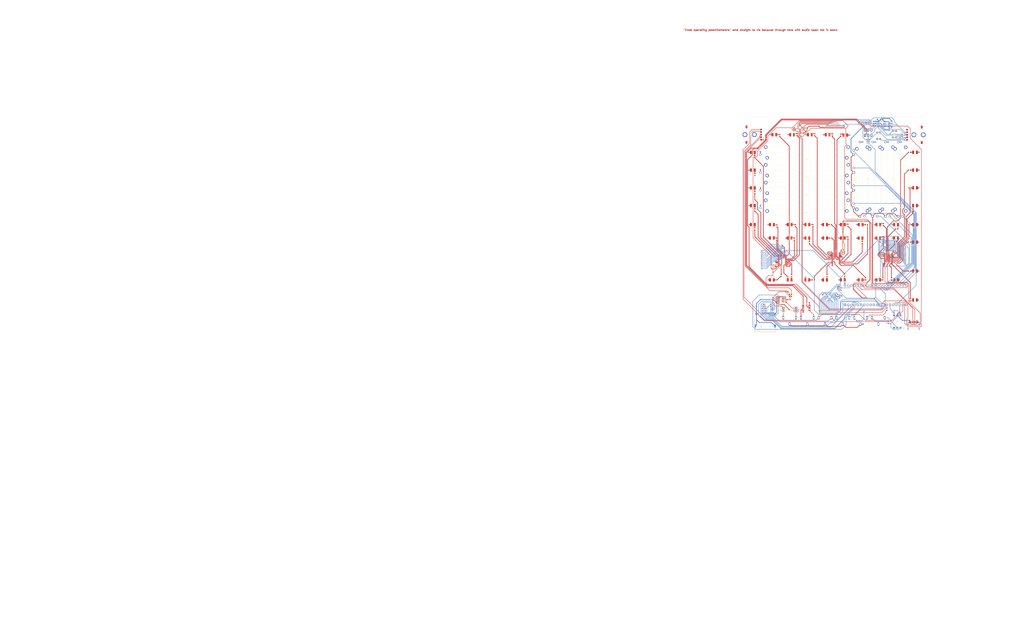
<source format=kicad_pcb>
(kicad_pcb (version 20240108) (generator "pcbnew") (generator_version "8.0")
  (layers (0 "F.Cu" signal) (1 "In1.Cu" power "PWR") (2 "In2.Cu" power "GND") (31 "B.Cu" signal) (34 "B.Paste" user) (35 "F.Paste" user) (36 "B.SilkS" user "B.Silkscreen") (37 "F.SilkS" user "F.Silkscreen") (38 "B.Mask" user) (39 "F.Mask" user) (44 "Edge.Cuts" user))
  (net 0 "")
  (net 1 "Net-(U**1-OUT1)")
  (net 2 "Net-(U**1-OUT2)")
  (net 3 "Net-(A1-ADC_4)")
  (net 4 "MIDI_TX")
  (net 5 "D+")
  (net 6 "Audio_out_1")
  (net 7 "Net-(A1-ADC_3)")
  (net 8 "D-")
  (net 9 "Audio_in_2")
  (net 10 "Net-(A1-ADC_1)")
  (net 11 "SCL")
  (net 13 "GND")
  (net 14 "Net-(A1-DAC_OUT2)")
  (net 15 "Net-(A1-ADC_5)")
  (net 16 "SD_CMD")
  (net 17 "5V")
  (net 20 "SD_CK")
  (net 22 "Net-(A1-ADC_0)")
  (net 23 "MIDI_RX")
  (net 24 "SD_D0")
  (net 26 "Clock_out")
  (net 27 "3V3_D")
  (net 29 "Audio_in_1")
  (net 30 "SD_D3")
  (net 31 "Audio_out_2")
  (net 33 "Net-(A1-ADC_2)")
  (net 36 "SD_D2")
  (net 38 "SD_D1")
  (net 39 "3V3_A")
  (net 40 "SDA")
  (net 41 "Net-(U1B-+)")
  (net 42 "Net-(U1B--)")
  (net 43 "+3.3V")
  (net 44 "Net-(U4-VREG)")
  (net 45 "Net-(U5-VREG)")
  (net 46 "Net-(U6-VREG)")
  (net 47 "Net-(D1-K)")
  (net 48 "Net-(D1-A)")
  (net 49 "PadL2")
  (net 50 "Pad3")
  (net 51 "PadL4")
  (net 52 "Pad4")
  (net 53 "PadL3")
  (net 54 "Pad2")
  (net 55 "PadL1")
  (net 56 "PadPocket")
  (net 57 "Pad1")
  (net 58 "Pad7")
  (net 59 "PadR3")
  (net 60 "Pad5")
  (net 61 "Pad8")
  (net 62 "PadR4")
  (net 63 "PadR2")
  (net 64 "Pad6")
  (net 65 "PadGroups")
  (net 66 "PadNotes")
  (net 67 "Pad16")
  (net 68 "Pad9")
  (net 69 "Pad11")
  (net 70 "PadPattern")
  (net 71 "Pad10")
  (net 72 "Pad12")
  (net 73 "Pad13")
  (net 74 "Pad14")
  (net 75 "Pad15")
  (net 76 "PadFlow")
  (net 77 "PadEmpty")
  (net 78 "MicR")
  (net 79 "MicL")
  (net 80 "PadSet")
  (net 81 "PadR1")
  (net 82 "PadMod")
  (net 83 "PadAfter")
  (net 84 "PadVelo")
  (net 85 "Net-(LED_1-K)")
  (net 86 "Net-(LED_2-K)")
  (net 87 "Net-(LED_3-K)")
  (net 88 "Net-(LED_4-K)")
  (net 89 "Net-(LED_5-K)")
  (net 90 "Net-(LED_6-K)")
  (net 91 "Net-(LED_7-K)")
  (net 92 "Net-(LED_8-K)")
  (net 93 "Net-(LED_9-K)")
  (net 94 "Net-(LED_10-K)")
  (net 95 "Net-(LED_11-K)")
  (net 96 "Net-(LED_12-K)")
  (net 97 "Net-(LED_13-K)")
  (net 98 "Net-(LED_14-K)")
  (net 99 "Net-(LED_15-K)")
  (net 100 "Net-(LED_16-K)")
  (net 101 "Net-(LED_17-K)")
  (net 102 "Net-(LED_18-K)")
  (net 103 "Net-(LED_19-K)")
  (net 104 "Net-(LED_20-K)")
  (net 105 "Net-(LED_21-K)")
  (net 106 "Net-(LED_22-K)")
  (net 107 "Net-(LED_23-K)")
  (net 108 "Net-(LED_24-K)")
  (net 109 "Net-(LED_25-K)")
  (net 110 "Net-(LED_26-K)")
  (net 111 "Net-(LED_27-K)")
  (net 112 "Net-(LED_28-K)")
  (net 113 "Net-(LED_29-K)")
  (net 114 "Net-(LED_30-K)")
  (net 115 "Net-(LED_31-K)")
  (net 116 "Net-(LED_32-K)")
  (net 117 "Net-(J1-PadR)")
  (net 118 "Net-(J3-PadR)")
  (net 119 "Net-(J3-PadT)")
  (net 120 "/LEDs/LED_1")
  (net 121 "/LEDs/LED_2")
  (net 122 "/LEDs/LED_3")
  (net 123 "Net-(A1-ADC_6)")
  (net 124 "Net-(U4-REXT)")
  (net 125 "Net-(U4-ADDR)")
  (net 126 "Net-(U5-ADDR)")
  (net 127 "Net-(U5-REXT)")
  (net 128 "Net-(U6-ADDR)")
  (net 129 "Net-(U6-REXT)")
  (net 130 "/LEDs/LED_4")
  (net 131 "/LEDs/LED_5")
  (net 132 "/LEDs/LED_6")
  (net 133 "/LEDs/LED_7")
  (net 134 "/LEDs/LED_8")
  (net 135 "/LEDs/LED_9")
  (net 136 "/LEDs/LED_10")
  (net 137 "/LEDs/LED_11")
  (net 138 "/LEDs/LED_12")
  (net 139 "/LEDs/LED_13")
  (net 140 "/LEDs/LED_14")
  (net 141 "/LEDs/LED_15")
  (net 142 "/LEDs/LED_16")
  (net 143 "Net-(C1-Pad2)")
  (net 144 "Net-(C12-Pad2)")
  (net 145 "Net-(U1A-+)")
  (net 146 "Net-(U10-VREG)")
  (net 147 "Net-(C17-Pad1)")
  (net 148 "/Audio_IO/Headphone_Wiper_L")
  (net 149 "Net-(C19-Pad1)")
  (net 150 "/Audio_IO/Headphone_Wiper_R")
  (net 151 "Net-(U**1-BPASS)")
  (net 152 "/Audio_IO/Headphone_Out_L")
  (net 153 "/Audio_IO/Headphone_Out_R")
  (net 154 "SCRATCH")
  (net 155 "POUCH")
  (net 156 "EFFCT")
  (net 157 "COMP")
  (net 160 "Extra1")
  (net 161 "Extra3")
  (net 162 "Extra2")
  (net 163 "SOUND")
  (net 164 "FILT")
  (net 165 "MOD")
  (net 166 "AMP")
  (net 173 "Net-(U9A-+)")
  (net 174 "Net-(U9B-+)")
  (net 182 "Net-(LED_33-K)")
  (net 183 "Net-(LED_34-K)")
  (net 184 "Net-(LED_35-K)")
  (net 185 "Net-(LED_36-K)")
  (net 186 "Net-(LED_37-K)")
  (net 187 "Net-(LED_38-K)")
  (net 188 "Net-(LED_39-K)")
  (net 189 "Net-(LED_40-K)")
  (net 190 "Net-(LED_41-K)")
  (net 191 "Net-(LED_42-K)")
  (net 192 "Net-(VR1-3_2)")
  (net 193 "/LEDs/LED_17")
  (net 194 "/LEDs/LED_18")
  (net 195 "/LEDs/LED_19")
  (net 196 "/LEDs/LED_20")
  (net 197 "/LEDs/LED_21")
  (net 198 "/LEDs/LED_22")
  (net 199 "/LEDs/LED_23")
  (net 200 "/LEDs/LED_24")
  (net 201 "/LEDs/LED_25")
  (net 202 "/LEDs/LED_26")
  (net 203 "/LEDs/LED_27")
  (net 204 "/LEDs/LED_28")
  (net 205 "/LEDs/LED_29")
  (net 206 "/LEDs/LED_30")
  (net 207 "/LEDs/LED_31")
  (net 208 "/LEDs/LED_32")
  (net 209 "Net-(U1A--)")
  (net 210 "Net-(VR1-3_1)")
  (net 211 "/LEDs/LED_33")
  (net 212 "/LEDs/LED_34")
  (net 213 "/LEDs/LED_35")
  (net 214 "/LEDs/LED_36")
  (net 215 "/LEDs/LED_37")
  (net 216 "/LEDs/LED_38")
  (net 217 "/LEDs/LED_39")
  (net 218 "/LEDs/LED_40")
  (net 219 "/LEDs/LED_41")
  (net 220 "/LEDs/LED_42")
  (net 221 "/LEDs/LED_45")
  (net 222 "/LEDs/LED_46")
  (net 223 "/LEDs/LED_47")
  (net 224 "/LEDs/LED_48")
  (net 225 "Net-(U10-ADDR)")
  (net 226 "Net-(U10-REXT)")
  (net 227 "Net-(U**1-IN1)")
  (net 228 "Net-(U**1-IN2)")
  (net 229 "/IO_SDcard/Line_In_R")
  (net 230 "/IO_SDcard/Line_In_L")
  (net 231 "/IO_SDcard/mic_out_L")
  (net 232 "/IO_SDcard/mic_out_R")
  (footprint "Capacitor_SMD:C_0402_1005Metric" (layer "F.Cu") (at 99.59 137.48 180)
    (property "Reference" "C11")
    (property "Value" "0.1uF")
  )
  (footprint "Package_DFN_QFN:UQFN-20_3x3mm_P0.4mm" (layer "F.Cu") (at 77.13875 37.78375 90)
    (property "Reference" "U6")
    (property "Value" "MPR121QR2")
  )
  (footprint "Resistor_SMD:R_0603_1608Metric" (layer "F.Cu") (at 163.6 71.425)
    (property "Reference" "R74")
    (property "Value" "140R")
  )
  (footprint "Capacitor_SMD:C_0603_1608Metric" (layer "F.Cu") (at 69.676157 171.189)
    (property "Reference" "C17")
    (property "Value" ".47uF")
  )
  (footprint "LED_SMD:LED_PLCC-2_3.4x3.0mm_AK" (layer "F.Cu") (at 168.000997 128.259084 180)
    (property "Reference" "LED_19")
    (property "Value" "White")
  )
  (footprint "Resistor_SMD:R_0603_1608Metric" (layer "F.Cu") (at 143 114.395 90)
    (property "Reference" "R49")
    (property "Value" "140R")
  )
  (footprint "LED_SMD:LED_PLCC-2_3.4x3.0mm_AK" (layer "F.Cu") (at 152.973462 125.070376)
    (property "Reference" "LED_8")
    (property "Value" "White")
  )
  (footprint "Resistor_SMD:R_0603_1608Metric" (layer "F.Cu") (at 163.775 151.2)
    (property "Reference" "R40")
    (property "Value" "140R")
  )
  (footprint "Resistor_SMD:R_0603_1608Metric" (layer "F.Cu") (at 84.62 128.665 90)
    (property "Reference" "R9")
    (property "Value" "140R")
  )
  (footprint "Resistor_SMD:R_0603_1608Metric" (layer "F.Cu") (at 112.38 154.455 -90)
    (property "Reference" "R33")
    (property "Value" "140R")
  )
  (footprint "Potentiometer_THT:Potentiometer_Bourns_PTA6043_Single_Slide" (layer "F.Cu") (at 119.497456 87.243749 180)
    (property "Reference" "RV2")
    (property "Value" "slider3")
  )
  (footprint "Resistor_SMD:R_0603_1608Metric" (layer "F.Cu") (at 55.8 173.075 90)
    (property "Reference" "R98")
    (property "Value" "33K")
  )
  (footprint "LED_SMD:LED_PLCC-2_3.4x3.0mm_AK" (layer "F.Cu") (at 68.985155 158.068264)
    (property "Reference" "LED_10")
    (property "Value" "White")
  )
  (footprint "LED_SMD:LED_PLCC-2_3.4x3.0mm_AK" (layer "F.Cu") (at 110.996675 114.422133)
    (property "Reference" "LED_25")
    (property "Value" "White")
  )
  (footprint "Potentiometer_THT:Potentiometer_Bourns_PTA4543_Single_Slide" (layer "F.Cu") (at 124.501966 107.796442 90)
    (property "Reference" "RV3")
    (property "Value" "sliderA")
  )
  (footprint "Potentiometer_THT:Potentiometer_Bourns_PTA4543_Single_Slide" (layer "F.Cu") (at 134.554366 107.795413 90)
    (property "Reference" "RV6")
    (property "Value" "sliderB")
  )
  (footprint "Resistor_SMD:R_0603_1608Metric" (layer "F.Cu") (at 88.8 43.517985 90)
    (property "Reference" "R79")
    (property "Value" "140R")
  )
  (footprint "LED_SMD:LED_PLCC-2_3.4x3.0mm_AK" (layer "F.Cu") (at 83.009552 125.070376)
    (property "Reference" "LED_3")
    (property "Value" "White")
  )
  (footprint "Resistor_SMD:R_0603_1608Metric" (layer "F.Cu") (at 163.975 85.4)
    (property "Reference" "R75")
    (property "Value" "140R")
  )
  (footprint "Resistor_SMD:R_0603_1608Metric" (layer "F.Cu") (at 110.675 134.49 180)
    (property "Reference" "R38")
    (property "Value" "4.7K")
  )
  (footprint "Connector_PinSocket_1.27mm:PinSocket_1x12_P1.27mm_Vertical" (layer "F.Cu") (at 160.44 145.87 180)
    (property "Reference" "J5")
    (property "Value" "Conn_01x12_Socket")
  )
  (footprint "LED_SMD:LED_PLCC-2_3.4x3.0mm_AK" (layer "F.Cu") (at 85 43.5)
    (property "Reference" "LED_40")
    (property "Value" "White")
  )
  (footprint "Resistor_SMD:R_0603_1608Metric" (layer "F.Cu") (at 101.145 114.39 180)
    (property "Reference" "R46")
    (property "Value" "140R")
  )
  (footprint "Resistor_SMD:R_0603_1608Metric" (layer "F.Cu") (at 111.525 136.12 180)
    (property "Reference" "R37")
    (property "Value" "4.7K")
  )
  (footprint "Potentiometer_THT:Potentiometer_Bourns_PTA4543_Single_Slide" (layer "F.Cu") (at 144.609362 107.795724 90)
    (property "Reference" "RV7")
    (property "Value" "sliderC")
  )
  (footprint "Resistor_SMD:R_0603_1608Metric" (layer "F.Cu") (at 66.93 167.489)
    (property "Reference" "R97")
    (property "Value" "22K")
  )
  (footprint "Resistor_THT:R_Axial_DIN0204_L3.6mm_D1.6mm_P5.08mm_Horizontal" (layer "F.Cu") (at 150.4 40.47 -90)
    (property "Reference" "R70")
    (property "Value" "DI*")
  )
  (footprint "footprints:CUI_SJ1-3553NG" (layer "F.Cu") (at 124.98 193.01 90)
    (property "Reference" "J3")
    (property "Value" "Midi_Out")
  )
  (footprint "LED_SMD:LED_PLCC-2_3.4x3.0mm_AK" (layer "F.Cu") (at 139.007949 125.089853)
    (property "Reference" "LED_7")
    (property "Value" "White")
  )
  (footprint "Resistor_SMD:R_0603_1608Metric" (layer "F.Cu") (at 151.68 135.11 180)
    (property "Reference" "R24")
    (property "Value" "4.7K")
  )
  (footprint "Connector_PinSocket_1.27mm:PinSocket_1x12_P1.27mm_Vertical" (layer "F.Cu") (at 93.161157 182.325 90)
    (property "Reference" "J6")
    (property "Value" "Conn_01x12_Socket")
  )
  (footprint "Connector_PinSocket_1.27mm:PinSocket_1x12_P1.27mm_Vertical" (layer "F.Cu") (at 46.85 135.2)
    (property "Reference" "J7")
    (property "Value" "Conn_01x12_Socket")
  )
  (footprint "LED_SMD:LED_PLCC-2_3.4x3.0mm_AK" (layer "F.Cu") (at 71 43.517985)
    (property "Reference" "LED_39")
    (property "Value" "White")
  )
  (footprint "LED_SMD:LED_PLCC-2_3.4x3.0mm_AK" (layer "F.Cu") (at 82.99406 114.422133)
    (property "Reference" "LED_23")
    (property "Value" "White")
  )
  (footprint "LED_SMD:LED_PLCC-2_3.4x3.0mm_AK" (layer "F.Cu") (at 68.985606 125.03142)
    (property "Reference" "LED_2")
    (property "Value" "White")
  )
  (footprint "LED_SMD:LED_PLCC-2_3.4x3.0mm_AK" (layer "F.Cu") (at 112.983996 43.8 180)
    (property "Reference" "LED_42")
    (property "Value" "White")
  )
  (footprint "Resistor_SMD:R_0603_1608Metric" (layer "F.Cu") (at 59.050803 115.534213 90)
    (property "Reference" "R43")
    (property "Value" "140R")
  )
  (footprint "footprints:RK10J12R0A0B" (layer "F.Cu") (at 37.475 43.45 90)
    (property "Reference" "VR2")
    (property "Value" "RK10J12R0A0B" (hide yes))
  )
  (footprint "Resistor_THT:R_Axial_DIN0204_L3.6mm_D1.6mm_P5.08mm_Horizontal" (layer "F.Cu") (at 153.15 45.64 90)
    (property "Reference" "R71")
    (property "Value" "DI*")
  )
  (footprint "Potentiometer_THT:Potentiometer_Bourns_PTA6043_Single_Slide" (layer "F.Cu") (at 119.463367 59.223866 180)
    (property "Reference" "RV4")
    (property "Value" "slider1")
  )
  (footprint "LED_SMD:LED_PLCC-2_3.4x3.0mm_AK" (layer "F.Cu") (at 39.959783 57.434927)
    (property "Reference" "LED_30")
    (property "Value" "White")
  )
  (footprint "Resistor_SMD:R_0603_1608Metric" (layer "F.Cu") (at 55.805 149.31)
    (property "Reference" "R89")
    (property "Value" "4.7K")
  )
  (footprint "Resistor_SMD:R_0603_1608Metric" (layer "F.Cu") (at 61.24 44.215 90)
    (property "Reference" "R77")
    (property "Value" "140R")
  )
  (footprint "LED_SMD:LED_PLCC-2_3.4x3.0mm_AK" (layer "F.Cu") (at 55.026193 125.00672)
    (property "Reference" "LED_1")
    (property "Value" "White")
  )
  (footprint "LED_SMD:LED_PLCC-2_3.4x3.0mm_AK" (layer "F.Cu") (at 40.0324 85.456185)
    (property "Reference" "LED_32")
    (property "Value" "White")
  )
  (footprint "LED_SMD:LED_PLCC-2_3.4x3.0mm_AK" (layer "F.Cu") (at 96.97624 114.441261)
    (property "Reference" "LED_24")
    (property "Value" "White")
  )
  (footprint "LED_SMD:LED_PLCC-2_3.4x3.0mm_AK" (layer "F.Cu") (at 167.957769 99.421222 180)
    (property "Reference" "LED_37")
    (property "Value" "White")
  )
  (footprint "LED_SMD:LED_PLCC-2_3.4x3.0mm_AK" (layer "F.Cu") (at 111.018489 125.050898)
    (property "Reference" "LED_5")
    (property "Value" "White")
  )
  (footprint "LED_SMD:LED_PLCC-2_3.4x3.0mm_AK" (layer "F.Cu") (at 167.989527 57.401234 180)
    (property "Reference" "LED_34")
    (property "Value" "White")
  )
  (footprint "Resistor_SMD:R_0603_1608Metric" (layer "F.Cu") (at 56.665 147.32)
    (property "Reference" "R88")
    (property "Value" "4.7K")
  )
  (footprint "Resistor_SMD:R_0603_1608Metric" (layer "F.Cu") (at 143.026193 125.00672 90)
    (property "Reference" "R27")
    (property "Value" "140R")
  )
  (footprint "LED_SMD:LED_PLCC-2_3.4x3.0mm_AK" (layer "F.Cu") (at 168.025233 151.096268 180)
    (property "Reference" "LED_18")
    (property "Value" "White")
  )
  (footprint "LED_SMD:LED_PLCC-2_3.4x3.0mm_AK" (layer "F.Cu") (at 99.016927 43.517985)
    (property "Reference" "LED_41")
    (property "Value" "White")
  )
  (footprint "Package_SO:TSSOP-28_4.4x9.7mm_P0.65mm" (layer "F.Cu") (at 105.5625 141.1)
    (property "Reference" "U7")
    (property "Value" "PCA9685PW")
  )
  (footprint "LED_SMD:LED_PLCC-2_3.4x3.0mm_AK" (layer "F.Cu") (at 69.031007 114.422133)
    (property "Reference" "LED_22")
    (property "Value" "White")
  )
  (footprint "Resistor_SMD:R_0603_1608Metric" (layer "F.Cu") (at 163.975 114.4)
    (property "Reference" "R51")
    (property "Value" "140R")
  )
  (footprint "Resistor_SMD:R_0603_1608Metric" (layer "F.Cu") (at 126.34 128.685 90)
    (property "Reference" "R26")
    (property "Value" "140R")
  )
  (footprint "Capacitor_SMD:C_0402_1005Metric" (layer "F.Cu") (at 141.37 138.01 180)
    (property "Reference" "C10")
    (property "Value" "0.1uF")
  )
  (footprint "LED_SMD:LED_PLCC-2_3.4x3.0mm_AK" (layer "F.Cu") (at 168.013171 85.44132 180)
    (property "Reference" "LED_36")
    (property "Value" "White")
  )
  (footprint "Module:Electrosmith_Daisy_Seed" (layer "F.Cu") (at 112.69 177.815 90)
    (property "Reference" "A1")
    (property "Value" "Electrosmith_Daisy_Seed_Rev4")
  )
  (footprint "Resistor_SMD:R_0603_1608Metric" (layer "F.Cu") (at 129.021603 157.215 -90)
    (property "Reference" "R34")
    (property "Value" "140R")
  )
  (footprint "Resistor_SMD:R_0603_1608Metric" (layer "F.Cu") (at 41.5 89.175 90)
    (property "Reference" "R54")
    (property "Value" "140R")
  )
  (footprint "LED_SMD:LED_PLCC-2_3.4x3.0mm_AK" (layer "F.Cu") (at 152.983775 158.095281 180)
    (property "Reference" "LED_16")
    (property "Value" "White")
  )
  (footprint "Resistor_SMD:R_0603_1608Metric" (layer "F.Cu") (at 73.64 115.255 90)
    (property "Reference" "R44")
    (property "Value" "140R")
  )
  (footprint "Resistor_SMD:R_0603_1608Metric" (layer "F.Cu") (at 68.555 173.639)
    (property "Reference" "R94")
    (property "Value" "22K")
  )
  (footprint "LED_SMD:LED_PLCC-2_3.4x3.0mm_AK" (layer "F.Cu") (at 138.963783 158.087346)
    (property "Reference" "LED_15")
    (property "Value" "White")
  )
  (footprint "LED_SMD:LED_PLCC-2_3.4x3.0mm_AK" (layer "F.Cu") (at 55.034258 114.450179)
    (property "Reference" "LED_21")
    (property "Value" "White")
  )
  (footprint "footprints:CUI_SJ1-3553NG" (layer "F.Cu") (at 111 193.025 90)
    (property "Reference" "J10")
    (property "Value" "Clock_Out")
  )
  (footprint "Resistor_SMD:R_0603_1608Metric" (layer "F.Cu") (at 149.36 157.265 -90)
    (property "Reference" "R36")
    (property "Value" "140R")
  )
  (footprint "Connector_PinSocket_1.27mm:PinSocket_1x12_P1.27mm_Vertical" (layer "F.Cu") (at 98.11 36.5 90)
    (property "Reference" "J15")
    (property "Value" "Conn_01x12_Socket")
  )
  (footprint "Resistor_SMD:R_0603_1608Metric" (layer "F.Cu") (at 66.305 174.769 90)
    (property "Reference" "R95")
    (property "Value" "33K")
  )
  (footprint "LED_SMD:LED_PLCC-2_3.4x3.0mm_AK" (layer "F.Cu") (at 110.960707 158.073058)
    (property "Reference" "LED_13")
    (property "Value" "White")
  )
  (footprint "Resistor_SMD:R_0603_1608Metric" (layer "F.Cu") (at 58.86 125.895 90)
    (property "Reference" "R7")
    (property "Value" "140R")
  )
  (footprint "LED_SMD:LED_PLCC-2_3.4x3.0mm_AK" (layer "F.Cu") (at 39.991029 114.446175)
    (property "Reference" "LED_20")
    (property "Value" "White")
  )
  (footprint "Package_SO:TSSOP-28_4.4x9.7mm_P0.65mm" (layer "F.Cu") (at 146.9 141.55)
    (property "Reference" "U3")
    (property "Value" "PCA9685PW")
  )
  (footprint "Resistor_SMD:R_0603_1608Metric" (layer "F.Cu") (at 87.696603 158.030175 180)
    (property "Reference" "R31")
    (property "Value" "140R")
  )
  (footprint "Resistor_SMD:R_0603_1608Metric" (layer "F.Cu") (at 163.575 128.2)
    (property "Reference" "R41")
    (property "Value" "140R")
  )
  (footprint "Capacitor_SMD:C_0402_1005Metric" (layer "F.Cu") (at 60.235 176.569 180)
    (property "Reference" "C18")
    (property "Value" "0.1uF")
  )
  (footprint "Resistor_SMD:R_0603_1608Metric" (layer "F.Cu") (at 41.62 74.985 90)
    (property "Reference" "R53")
    (property "Value" "140R")
  )
  (footprint "footprints:CUI_SJ1-3553NG" (layer "F.Cu") (at 83 193.025 90)
    (property "Reference" "J11")
    (property "Value" "Line_In")
  )
  (footprint "LED_SMD:LED_PLCC-2_3.4x3.0mm_AK" (layer "F.Cu") (at 153.022093 114.419389)
    (property "Reference" "LED_28")
    (property "Value" "White")
  )
  (footprint "LED_SMD:LED_PLCC-2_3.4x3.0mm_AK" (layer "F.Cu") (at 167.90241 173.938671 180)
    (property "Reference" "LED_17")
    (property "Value" "White")
  )
  (footprint "footprints:CUI_SJ1-3553NG" (layer "F.Cu") (at 139 193.025 90)
    (property "Reference" "J1")
    (property "Value" "Midi_In")
  )
  (footprint "Resistor_SMD:R_0603_1608Metric" (layer "F.Cu") (at 41.5 117.825 90)
    (property "Reference" "R42")
    (property "Value" "140R")
  )
  (footprint "LED_SMD:LED_PLCC-2_3.4x3.0mm_AK" (layer "F.Cu") (at 56.984258 43.493516)
    (property "Reference" "LED_38")
    (property "Value" "White")
  )
  (footprint "Resistor_SMD:R_0603_1608Metric" (layer "F.Cu") (at 70.47 154.585 -90)
    (property "Reference" "R30")
    (property "Value" "140R")
  )
  (footprint "Resistor_SMD:R_0603_1608Metric" (layer "F.Cu") (at 164.05 173.875 -90)
    (property "Reference" "R39")
    (property "Value" "140R")
  )
  (footprint "Resistor_THT:R_Axial_DIN0204_L3.6mm_D1.6mm_P5.08mm_Horizontal" (layer "F.Cu") (at 138.1 41.765 -90)
    (property "Reference" "R2")
    (property "Value" "DI*")
  )
  (footprint "LED_SMD:LED_PLCC-2_3.4x3.0mm_AK" (layer "F.Cu") (at 124.984003 125.070376)
    (property "Reference" "LED_6")
    (property "Value" "White")
  )
  (footprint "Resistor_SMD:R_0603_1608Metric" (layer "F.Cu") (at 129.675 114.55 180)
    (property "Reference" "R48")
    (property "Value" "140R")
  )
  (footprint "Capacitor_SMD:C_0402_1005Metric" (layer "F.Cu") (at 65.83 172.249 90)
    (property "Reference" "C23")
    (property "Value" "0.1uF")
  )
  (footprint "Resistor_SMD:R_0603_1608Metric" (layer "F.Cu") (at 98.49 154.585 -90)
    (property "Reference" "R32")
    (property "Value" "140R")
  )
  (footprint "Resistor_THT:R_Axial_DIN0204_L3.6mm_D1.6mm_P5.08mm_Horizontal" (layer "F.Cu") (at 140.475 46.84 90)
    (property "Reference" "R64")
    (property "Value" "DI*")
  )
  (footprint "Package_SO:TSSOP-28_4.4x9.7mm_P0.65mm" (layer "F.Cu") (at 63.2375 142.575 180)
    (property "Reference" "U8")
    (property "Value" "PCA9685PW")
  )
  (footprint "Resistor_SMD:R_0603_1608Metric" (layer "F.Cu") (at 115.026193 125.00672 90)
    (property "Reference" "R25")
    (property "Value" "140R")
  )
  (footprint "Resistor_SMD:R_0603_1608Metric" (layer "F.Cu") (at 102.8 43.625 90)
    (property "Reference" "R80")
    (property "Value" "140R")
  )
  (footprint "LED_SMD:LED_PLCC-2_3.4x3.0mm_AK" (layer "F.Cu") (at 97.033065 125.050898)
    (property "Reference" "LED_4")
    (property "Value" "White")
  )
  (footprint "Capacitor_SMD:C_0402_1005Metric" (layer "F.Cu") (at 72.09935 39.14625 90)
    (property "Reference" "C9")
    (property "Value" "0.1uF")
  )
  (footprint "Potentiometer_THT:Potentiometer_Bourns_PTA6043_Single_Slide" (layer "F.Cu") (at 119.475508 73.254725 180)
    (property "Reference" "RV1")
    (property "Value" "slider2")
  )
  (footprint "Resistor_SMD:R_0603_1608Metric" (layer "F.Cu") (at 41.49 60.785 90)
    (property "Reference" "R52")
    (property "Value" "140R")
  )
  (footprint "LED_SMD:LED_PLCC-2_3.4x3.0mm_AK" (layer "F.Cu") (at 96.951477 158.097702)
    (property "Reference" "LED_12")
    (property "Value" "White")
  )
  (footprint "Resistor_SMD:R_0603_1608Metric" (layer "F.Cu") (at 166.46 102.98 90)
    (property "Reference" "R76")
    (property "Value" "140R")
  )
  (footprint "Resistor_SMD:R_0603_1608Metric" (layer "F.Cu") (at 153.45 117.95)
    (property "Reference" "R50")
    (property "Value" "140R")
  )
  (footprint "LED_SMD:LED_PLCC-2_3.4x3.0mm_AK" (layer "F.Cu") (at 167.989527 71.436949 180)
    (property "Reference" "LED_35")
    (property "Value" "White")
  )
  (footprint "Connector_USB:USB_C_Receptacle_HRO_TYPE-C-31-M-12" (layer "F.Cu") (at 166.943591 195.545)
    (property "Reference" "USBC1")
    (property "Value" "TYPE-C-31-M-12")
  )
  (footprint "Capacitor_SMD:C_0402_1005Metric" (layer "F.Cu") (at 68.36 146.18)
    (property "Reference" "C14")
    (property "Value" "0.1uF")
  )
  (footprint "Resistor_SMD:R_0603_1608Metric" (layer "F.Cu") (at 74.8 43.425 90)
    (property "Reference" "R78")
    (property "Value" "140R")
  )
  (footprint "Resistor_SMD:R_0603_1608Metric" (layer "F.Cu") (at 72.75 125.885 90)
    (property "Reference" "R8")
    (property "Value" "140R")
  )
  (footprint "Capacitor_THT:CP_Radial_D5.0mm_P2.00mm" (layer "F.Cu") (at 64.008 180.34 -90)
    (property "Reference" "C21")
    (property "Value" "220UF PANASONIC D8")
  )
  (footprint "LED_SMD:LED_PLCC-2_3.4x3.0mm_AK" (layer "F.Cu") (at 168.008227 114.474607 180)
    (property "Reference" "LED_29")
    (property "Value" "White")
  )
  (footprint "Resistor_SMD:R_0603_1608Metric" (layer "F.Cu") (at 87.4 115.225 90)
    (property "Reference" "R45")
    (property "Value" "140R")
  )
  (footprint "LED_SMD:LED_PLCC-2_3.4x3.0mm_AK" (layer "F.Cu") (at 40.025952 99.444637)
    (property "Reference" "LED_33")
    (property "Value" "White")
  )
  (footprint "Package_SO:SOIC-8_3.9x4.9mm_P1.27mm" (layer "F.Cu") (at 61.305 173.354 180)
    (property "Reference" "U**1")
    (property "Value" "LM4881MX SOIC-8")
  )
  (footprint "footprints:CUI_SJ1-3553NG" (layer "F.Cu") (at 68.971157 192.925 90)
    (property "Reference" "J4")
    (property "Value" "Headphone_Out")
  )
  (footprint "Resistor_SMD:R_0603_1608Metric" (layer "F.Cu") (at 152.305 136.5 180)
    (property "Reference" "R10")
    (property "Value" "4.7K")
  )
  (footprint "footprints:RK10J12R0A0B" (layer "F.Cu") (at 170.775 43.575 -90)
    (property "Reference" "VR1")
    (property "Value" "RK10J12R0A0B" (hide yes))
  )
  (footprint "LED_SMD:LED_PLCC-2_3.4x3.0mm_AK" (layer "F.Cu") (at 125.09362 114.460388)
    (property "Reference" "LED_26")
    (property "Value" "White")
  )
  (footprint "soundpad_library:Toggle Submini DPDT Prongs" (layer "F.Cu") (at 131 42 -90)
    (property "Reference" "SW1")
    (property "Value" "SW_DPDT_x2")
  )
  (footprint "Resistor_SMD:R_0603_1608Metric" (layer "F.Cu") (at 41.5 103 90)
    (property "Reference" "R72")
    (property "Value" "140R")
  )
  (footprint "LED_SMD:LED_PLCC-2_3.4x3.0mm_AK" (layer "F.Cu") (at 55.001994 158.097702)
    (property "Reference" "LED_9")
    (property "Value" "White")
  )
  (footprint "Resistor_SMD:R_0603_1608Metric" (layer "F.Cu") (at 152.625 127.9)
    (property "Reference" "R28")
    (property "Value" "140R")
  )
  (footprint "LED_SMD:LED_PLCC-2_3.4x3.0mm_AK" (layer "F.Cu") (at 82.983035 158.097702)
    (property "Reference" "LED_11")
    (property "Value" "White")
  )
  (footprint "Resistor_SMD:R_0603_1608Metric" (layer "F.Cu") (at 62.32 154.625 -90)
    (property "Reference" "R29")
    (property "Value" "140R")
  )
  (footprint "Capacitor_SMD:C_0402_1005Metric" (layer "F.Cu") (at 79.80375 39.29625 -90)
    (property "Reference" "C8")
    (property "Value" "0.1uF")
  )
  (footprint "LED_SMD:LED_PLCC-2_3.4x3.0mm_AK" (layer "F.Cu") (at 139.046566 114.458448)
    (property "Reference" "LED_27")
    (property "Value" "White")
  )
  (footprint "Resistor_SMD:R_0603_1608Metric" (layer "F.Cu") (at 142.59 157.215 -90)
    (property "Reference" "R35")
    (property "Value" "140R")
  )
  (footprint "Resistor_SMD:R_0603_1608Metric" (layer "F.Cu") (at 109.4 43.825 90)
    (property "Reference" "R81")
    (property "Value" "140R")
  )
  (footprint "Resistor_SMD:R_0603_1608Metric" (layer "F.Cu") (at 101.425 125.08 180)
    (property "Reference" "R23")
    (property "Value" "140R")
  )
  (footprint "LED_SMD:LED_PLCC-2_3.4x3.0mm_AK" (layer "F.Cu") (at 40.010987 71.439653)
    (property "Reference" "LED_31")
    (property "Value" "White")
  )
  (footprint "Resistor_SMD:R_0603_1608Metric" (layer "F.Cu") (at 115.050803 115.034213 90)
    (property "Reference" "R47")
    (property "Value" "140R")
  )
  (footprint "Potentiometer_THT:Potentiometer_Bourns_PTA4543_Single_Slide" (layer "F.Cu") (at 154.678676 107.801801 90)
    (property "Reference" "RV9")
    (property "Value" "sliderD")
  )
  (footprint "Resistor_SMD:R_0603_1608Metric" (layer "F.Cu") (at 78.77875 42.15625 180)
    (property "Reference" "R20")
    (property "Value" "100k")
  )
  (footprint "Resistor_SMD:R_0603_1608Metric" (layer "F.Cu") (at 163.625 57.425)
    (property "Reference" "R73")
    (property "Value" "140R")
  )
  (footprint "Capacitor_SMD:C_0603_1608Metric" (layer "F.Cu") (at 69.655 169.539)
    (property "Reference" "C19")
    (property "Value" ".47uF")
  )
  (footprint "Package_SO:SOIC-8_3.9x4.9mm_P1.27mm" (layer "F.Cu") (at 82.145 180.245)
    (property "Reference" "U9")
    (property "Value" "MCP6002-xSN")
  )
  (footprint "Potentiometer_THT:Potentiometer_Bourns_PTA6043_Single_Slide" (layer "F.Cu") (at 119.467186 101.247956 180)
    (property "Reference" "RV5")
    (property "Value" "slider4")
  )
  (footprint "Resistor_SMD:R_0603_1608Metric" (layer "F.Cu") (at 145.74 181.225 90)
    (property "Reference" "R5")
    (property "Value" "10R")
  )
  (footprint "Resistor_SMD:R_0603_1608Metric" (layer "F.Cu") (at 82.07875 38.24625 180)
    (property "Reference" "R22")
    (property "Value" "75k")
  )
  (footprint "LED_SMD:LED_PLCC-2_3.4x3.0mm_AK" (layer "F.Cu") (at 124.99082 158.101633)
    (property "Reference" "LED_14")
    (property "Value" "White")
  )
  (footprint "Package_DFN_QFN:UQFN-20_3x3mm_P0.4mm" (layer "B.Cu") (at 144.3125 130.475)
    (property "Reference" "U10")
    (property "Value" "MPR121QR2")
  )
  (footprint "Resistor_SMD:R_0603_1608Metric" (layer "B.Cu") (at 146.83 191.695 -90)
    (property "Reference" "R3")
    (property "Value" "220R")
  )
  (footprint "Capacitor_SMD:C_0402_1005Metric" (layer "B.Cu") (at 142.63 127.825 180)
    (property "Reference" "C15")
    (property "Value" "0.1uF")
  )
  (footprint "Resistor_SMD:R_0603_1608Metric" (layer "B.Cu") (at 149.75 33.7 -90)
    (property "Reference" "R63")
    (property "Value" "100K")
  )
  (footprint "Diode_SMD:D_SOD-323" (layer "B.Cu") (at 148.97 191.27 90)
    (property "Reference" "D1")
    (property "Value" "1N4148WS")
  )
  (footprint "Resistor_SMD:R_0603_1608Metric" (layer "B.Cu") (at 129.4 34.55 90)
    (property "Reference" "R55")
    (property "Value" "2.2K")
  )
  (footprint "soundpad_library:TF-SMD_TF-CARD-H1.8" (layer "B.Cu") (at 49.746157 189.45 180)
    (property "Reference" "TF1")
    (property "Value" "TF-CARD H1.8")
  )
  (footprint "Resistor_SMD:R_0603_1608Metric" (layer "B.Cu") (at 135.9 36.45)
    (property "Reference" "R66")
    (property "Value" "50R")
  )
  (footprint "footprints:CUI_SJ1-3553NG" (layer "B.Cu") (at 96.971157 192.925 90)
    (property "Reference" "J12")
    (property "Value" "Line_Out")
  )
  (footprint "Resistor_SMD:R_0603_1608Metric" (layer "B.Cu") (at 55.271157 181.1 90)
    (property "Reference" "R61")
    (property "Value" "47k")
  )
  (footprint "Capacitor_SMD:C_0402_1005Metric" (layer "B.Cu") (at 123.365 34.825 90)
    (property "Reference" "C1")
    (property "Value" "0.1uF")
  )
  (footprint "Resistor_SMD:R_0603_1608Metric" (layer "B.Cu") (at 54.171157 178.1 90)
    (property "Reference" "R60")
    (property "Value" "47k")
  )
  (footprint "footprints:H11L1STA_EVE" (layer "B.Cu") (at 154 191 90)
    (property "Reference" "U2")
    (property "Value" "H11L1S(TA)")
  )
  (footprint "Resistor_SMD:R_0603_1608Metric" (layer "B.Cu") (at 47.471157 181.5 90)
    (property "Reference" "R57")
    (property "Value" "47k")
  )
  (footprint "Resistor_SMD:R_0603_1608Metric" (layer "B.Cu") (at 143.875 125.55 -90)
    (property "Reference" "R93")
    (property "Value" "75k")
  )
  (footprint "Package_DFN_QFN:UQFN-20_3x3mm_P0.4mm" (layer "B.Cu") (at 100.475 171.3125 -90)
    (property "Reference" "U5")
    (property "Value" "MPR121QR2")
  )
  (footprint "Resistor_SMD:R_0603_1608Metric" (layer "B.Cu") (at 61.7 140.775 90)
    (property "Reference" "R11")
    (property "Value" "75k")
  )
  (footprint "Resistor_SMD:R_0603_1608Metric" (layer "B.Cu") (at 122.875 190.4)
    (property "Reference" "R4")
    (property "Value" "33R")
  )
  (footprint "Resistor_SMD:R_0603_1608Metric" (layer "B.Cu") (at 157.825 43.95 -90)
    (property "Reference" "R69")
    (property "Value" "10K")
  )
  (footprint "Resistor_SMD:R_0603_1608Metric" (layer "B.Cu") (at 130.975 49)
    (property "Reference" "R56")
    (property "Value" "50R")
  )
  (footprint "Capacitor_SMD:C_0402_1005Metric" (layer "B.Cu") (at 63.22 138.75)
    (property "Reference" "C5")
    (property "Value" "0.1uF")
  )
  (footprint "Capacitor_SMD:C_0402_1005Metric" (layer "B.Cu") (at 97.625 169.15 -90)
    (property "Reference" "C7")
    (property "Value" "0.1uF")
  )
  (footprint "Resistor_SMD:R_0603_1608Metric" (layer "B.Cu") (at 107.925 163.65 90)
    (property "Reference" "R99")
    (property "Value" "10k")
  )
  (footprint "Resistor_SMD:R_0603_1608Metric" (layer "B.Cu") (at 130.975 47.375)
    (property "Reference" "R56")
    (property "Value" "50R")
  )
  (footprint "Capacitor_SMD:C_0603_1608Metric" (layer "B.Cu") (at 141.55 31.65)
    (property "Reference" "C2")
    (property "Value" "10uF")
  )
  (footprint "Capacitor_SMD:C_0603_1608Metric" (layer "B.Cu") (at 137.025 33.775 -90)
    (property "Reference" "C13")
    (property "Value" "10uF")
  )
  (footprint "Resistor_SMD:R_0603_1608Metric" (layer "B.Cu") (at 48.625 178.15 90)
    (property "Reference" "R58")
    (property "Value" "47k")
  )
  (footprint "Capacitor_SMD:C_0402_1005Metric" (layer "B.Cu") (at 132.85 35.945 -90)
    (property "Reference" "C12")
    (property "Value" "0.1uF")
  )
  (footprint "Resistor_SMD:R_0603_1608Metric" (layer "B.Cu") (at 109.6 165.275 -90)
    (property "Reference" "R96")
    (property "Value" "10k")
  )
  (footprint "Capacitor_SMD:C_0402_1005Metric" (layer "B.Cu") (at 145.13 137.34 90)
    (property "Reference" "C16")
    (property "Value" "0.1uF")
  )
  (footprint "Resistor_SMD:R_0603_1608Metric" (layer "B.Cu") (at 147.625 39.1 90)
    (property "Reference" "R67")
    (property "Value" "100K")
  )
  (footprint "Resistor_SMD:R_0603_1608Metric" (layer "B.Cu") (at 156.15 46.775 -90)
    (property "Reference" "R1")
    (property "Value" "10K")
  )
  (footprint "Capacitor_SMD:C_0402_1005Metric" (layer "B.Cu") (at 155.27 184.15)
    (property "Reference" "C3")
    (property "Value" "0.1uF")
  )
  (footprint "Resistor_SMD:R_0603_1608Metric" (layer "B.Cu") (at 131.3 34.475 90)
    (property "Reference" "R55")
    (property "Value" "2.2K")
  )
  (footprint "Resistor_SMD:R_0603_1608Metric" (layer "B.Cu") (at 108.646157 170.975 -90)
    (property "Reference" "R18")
    (property "Value" "75k")
  )
  (footprint "Resistor_SMD:R_0603_1608Metric" (layer "B.Cu") (at 140.5 127.25 -90)
    (property "Reference" "R91")
    (property "Value" "100k")
  )
  (footprint "Resistor_SMD:R_0603_1608Metric" (layer "B.Cu") (at 147.4 35.75 -90)
    (property "Reference" "R62")
    (property "Value" "100K")
  )
  (footprint "Resistor_SMD:R_0603_1608Metric" (layer "B.Cu") (at 135.225 33.775 -90)
    (property "Reference" "R68")
    (property "Value" "100K")
  )
  (footprint "Package_SO:SOIC-8_3.9x4.9mm_P1.27mm" (layer "B.Cu") (at 141.6 35.095)
    (property "Reference" "U1")
    (property "Value" "MCP6002-xSN")
  )
  (footprint "Resistor_SMD:R_0603_1608Metric" (layer "B.Cu") (at 65.1 137.4 90)
    (property "Reference" "R12")
    (property "Value" "100k")
  )
  (footprint "Capacitor_SMD:C_0402_1005Metric" (layer "B.Cu") (at 63.119 132.362 -90)
    (property "Reference" "C4")
    (property "Value" "0.1uF")
  )
  (footprint "Resistor_SMD:R_0603_1608Metric" (layer "B.Cu") (at 49.746157 181.475 90)
    (property "Reference" "R59")
    (property "Value" "47k")
  )
  (footprint "Capacitor_THT:CP_Radial_D5.0mm_P2.00mm" (layer "B.Cu") (at 74.168 180.372 -90)
    (property "Reference" "C20")
    (property "Value" "220UF PANASONIC D8")
  )
  (footprint "Package_DFN_QFN:UQFN-20_3x3mm_P0.4mm" (layer "B.Cu") (at 61.4375 136.05 180)
    (property "Reference" "U4")
    (property "Value" "MPR121QR2")
  )
  (footprint "Resistor_SMD:R_0603_1608Metric" (layer "B.Cu") (at 107.025 170.375 90)
    (property "Reference" "R16")
    (property "Value" "100k")
  )
  (footprint "Resistor_SMD:R_0603_1608Metric" (layer "B.Cu") (at 126 34.495 90)
    (property "Reference" "R65")
    (property "Value" "2.2K")
  )
  (footprint "Capacitor_SMD:C_0402_1005Metric" (layer "B.Cu") (at 104.805 169.45 180)
    (property "Reference" "C6")
    (property "Value" "0.1uF")
  )
  (footprint "Resistor_SMD:R_0603_1608Metric" (layer "B.Cu") (at 151.425 183.325 -90)
    (property "Reference" "R6")
    (property "Value" "270R")
  )
  (gr_rect (start 32 29.5) (end 176 197.5) (stroke (width 0.05)) (fill none) (layer "Edge.Cuts"))
  (gr_text "{dblquote}Knob operating potentiometers{dblquote} smd straight to via because through hole with audio taper not in stock" (at -14.86 -38.29 0) (layer "F.Cu") (effects (font (size 1.5 1.5) (thickness 0.3) (bold yes)) (justify left bottom)))
  (segment (start 106.07 167.85) (end 106.07 167.81359) (width 0.3) (layer "F.Cu") (net 0))
  (segment (start 106.07 167.81359) (end 106.076232 167.807358) (width 0.3) (layer "F.Cu") (net 0))
  (segment (start 66.2 175.489) (end 66.305 175.594) (width 0.3) (layer "F.Cu") (net 1))
  (segment (start 74.168 180.372) (end 71.083 180.372) (width 0.3) (layer "F.Cu") (net 1))
  (segment (start 64.01 175.489) (end 66.2 175.489) (width 0.3) (layer "F.Cu") (net 1))
  (segment (start 63.78 175.259) (end 64.01 175.489) (width 0.3) (layer "F.Cu") (net 1))
  (segment (start 71.083 180.372) (end 66.305 175.594) (width 0.3) (layer "F.Cu") (net 1))
  (segment (start 55.8 173.9) (end 58.741 173.9) (width 0.3) (layer "F.Cu") (net 2))
  (segment (start 64.008 180.217) (end 64.008 180.34) (width 0.3) (layer "F.Cu") (net 2))
  (segment (start 57.45 178.71) (end 62.501 178.71) (width 0.3) (layer "F.Cu") (net 2))
  (segment (start 58.741 173.9) (end 58.83 173.989) (width 0.3) (layer "F.Cu") (net 2))
  (segment (start 62.501 178.71) (end 64.008 180.217) (width 0.3) (layer "F.Cu") (net 2))
  (segment (start 55.8 173.9) (end 55.8 177.06) (width 0.3) (layer "F.Cu") (net 2))
  (segment (start 55.8 177.06) (end 57.45 178.71) (width 0.3) (layer "F.Cu") (net 2))
  (segment (start 148.25 162.575) (end 148.25 162.37) (width 0.3) (layer "B.Cu") (net 3))
  (segment (start 130.198408 105.6) (end 128.001966 107.796442) (width 0.3) (layer "B.Cu") (net 3))
  (segment (start 148.25 162.37) (end 165.84 144.78) (width 0.3) (layer "B.Cu") (net 3))
  (segment (start 165.84 122.42) (end 149.02 105.6) (width 0.3) (layer "B.Cu") (net 3))
  (segment (start 165.84 144.78) (end 165.84 122.42) (width 0.3) (layer "B.Cu") (net 3))
  (segment (start 149.02 105.6) (end 130.198408 105.6) (width 0.3) (layer "B.Cu") (net 3))
  (segment (start 145.74 179.94825) (end 145.71175 179.92) (width 0.3) (layer "F.Cu") (net 4))
  (segment (start 145.71175 177.815) (end 145.71175 179.92) (width 0.3) (layer "F.Cu") (net 4))
  (segment (start 145.74 180.4) (end 145.74 179.94825) (width 0.3) (layer "F.Cu") (net 4))
  (segment (start 166.693591 192.475) (end 166.743591 192.525) (width 0.2) (layer "F.Cu") (net 5))
  (segment (start 119.61 165.392894) (end 119.61 161.677106) (width 0.3) (layer "F.Cu") (net 5))
  (segment (start 129.825 172.09) (end 126.307106 172.09) (width 0.3) (layer "F.Cu") (net 5))
  (segment (start 167.693591 181.183591) (end 167.693591 191.5) (width 0.3) (layer "F.Cu") (net 5))
  (segment (start 126.73 162.077943) (end 126.73 163.072057) (width 0.3) (layer "F.Cu") (net 5))
  (segment (start 120.31 162.575) (end 129.825 172.09) (width 0.3) (layer "F.Cu") (net 5))
  (segment (start 126.027057 161.375) (end 126.73 162.077943) (width 0.3) (layer "F.Cu") (net 5))
  (segment (start 167.468591 192.525) (end 167.693591 192.3) (width 0.2) (layer "F.Cu") (net 5))
  (segment (start 166.743591 192.525) (end 167.468591 192.525) (width 0.2) (layer "F.Cu") (net 5))
  (segment (start 126.73 163.072057) (end 128.407943 164.75) (width 0.3) (layer "F.Cu") (net 5))
  (segment (start 119.61 161.677106) (end 119.912106 161.375) (width 0.3) (layer "F.Cu") (net 5))
  (segment (start 167.693591 192.3) (end 167.693591 191.5) (width 0.2) (layer "F.Cu") (net 5))
  (segment (start 126.307106 172.09) (end 119.61 165.392894) (width 0.3) (layer "F.Cu") (net 5))
  (segment (start 128.407943 164.75) (end 151.26 164.75) (width 0.3) (layer "F.Cu") (net 5))
  (segment (start 119.912106 161.375) (end 126.027057 161.375) (width 0.3) (layer "F.Cu") (net 5))
  (segment (start 151.26 164.75) (end 167.693591 181.183591) (width 0.3) (layer "F.Cu") (net 5))
  (segment (start 166.693591 191.5) (end 166.693591 192.475) (width 0.2) (layer "F.Cu") (net 5))
  (segment (start 149.53 190.09) (end 155.87 183.75) (width 0.3) (layer "F.Cu") (net 6))
  (segment (start 38.36 51.302) (end 33.02 56.642) (width 0.3) (layer "F.Cu") (net 6))
  (segment (start 91.971157 187.925) (end 94.636157 185.26) (width 0.3) (layer "F.Cu") (net 6))
  (segment (start 39.82 40.87) (end 38.36 42.33) (width 0.3) (layer "F.Cu") (net 6))
  (segment (start 155.87 183.75) (end 155.87 177.815) (width 0.3) (layer "F.Cu") (net 6))
  (segment (start 51.2 189.87) (end 90.026157 189.87) (width 0.3) (layer "F.Cu") (net 6))
  (segment (start 128.96 190.09) (end 149.53 190.09) (width 0.3) (layer "F.Cu") (net 6))
  (segment (start 38.36 42.33) (end 38.36 51.302) (width 0.3) (layer "F.Cu") (net 6))
  (segment (start 94.636157 185.26) (end 124.13 185.26) (width 0.3) (layer "F.Cu") (net 6))
  (segment (start 124.13 185.26) (end 128.96 190.09) (width 0.3) (layer "F.Cu") (net 6))
  (segment (start 46.475 41.45) (end 45.895 40.87) (width 0.3) (layer "F.Cu") (net 6))
  (segment (start 33.02 171.69) (end 51.2 189.87) (width 0.3) (layer "F.Cu") (net 6))
  (segment (start 33.02 56.642) (end 33.02 171.69) (width 0.3) (layer "F.Cu") (net 6))
  (segment (start 90.026157 189.87) (end 91.971157 187.925) (width 0.3) (layer "F.Cu") (net 6))
  (segment (start 45.895 40.87) (end 39.82 40.87) (width 0.3) (layer "F.Cu") (net 6))
  (segment (start 119.467186 97.747956) (end 158.173744 97.747956) (width 0.3) (layer "B.Cu") (net 7))
  (segment (start 158.173744 97.747956) (end 166.96 106.534212) (width 0.3) (layer "B.Cu") (net 7))
  (segment (start 166.96 145.687918) (end 150.79 161.857918) (width 0.3) (layer "B.Cu") (net 7))
  (segment (start 166.96 106.534212) (end 166.96 145.687918) (width 0.3) (layer "B.Cu") (net 7))
  (segment (start 150.79 161.857918) (end 150.79 162.575) (width 0.3) (layer "B.Cu") (net 7))
  (segment (start 126.075 165.8) (end 122.85 162.575) (width 0.3) (layer "F.Cu") (net 8))
  (segment (start 166.193591 180.406484) (end 151.587107 165.8) (width 0.3) (layer "F.Cu") (net 8))
  (segment (start 167.193591 190.475) (end 167.143591 190.425) (width 0.3) (layer "F.Cu") (net 8))
  (segment (start 167.143591 190.425) (end 166.195 190.425) (width 0.3) (layer "F.Cu") (net 8))
  (segment (start 166.193591 190.67) (end 166.193591 191.5) (width 0.3) (layer "F.Cu") (net 8))
  (segment (start 166.193591 190.67) (end 166.193591 180.406484) (width 0.3) (layer "F.Cu") (net 8))
  (segment (start 166.195 190.425) (end 166.193591 190.426409) (width 0.3) (layer "F.Cu") (net 8))
  (segment (start 166.193591 190.426409) (end 166.193591 190.67) (width 0.3) (layer "F.Cu") (net 8))
  (segment (start 167.193591 191.5) (end 167.193591 190.475) (width 0.3) (layer "F.Cu") (net 8))
  (segment (start 151.587107 165.8) (end 126.075 165.8) (width 0.3) (layer "F.Cu") (net 8))
  (segment (start 131 44) (end 131 49.75) (width 0.3) (layer "B.Cu") (net 9))
  (segment (start 131 49.75) (end 136.475 55.225) (width 0.3) (layer "B.Cu") (net 9))
  (segment (start 168.96 162.185) (end 153.33 177.815) (width 0.3) (layer "B.Cu") (net 9))
  (segment (start 136.475 72.5686) (end 168.96 105.0536) (width 0.3) (layer "B.Cu") (net 9))
  (segment (start 136.475 55.225) (end 136.475 72.5686) (width 0.3) (layer "B.Cu") (net 9))
  (segment (start 168.96 105.0536) (end 168.96 162.185) (width 0.3) (layer "B.Cu") (net 9))
  (segment (start 131.594725 69.754725) (end 167.96 106.12) (width 0.3) (layer "B.Cu") (net 10))
  (segment (start 167.96 106.12) (end 167.96 150.485) (width 0.3) (layer "B.Cu") (net 10))
  (segment (start 167.96 150.485) (end 155.87 162.575) (width 0.3) (layer "B.Cu") (net 10))
  (segment (start 119.475508 69.754725) (end 131.594725 69.754725) (width 0.3) (layer "B.Cu") (net 10))
  (segment (start 112.35 136.12) (end 112.35 137.26) (width 0.3) (layer "F.Cu") (net 11))
  (segment (start 132.2 112.96) (end 132.2 157.88) (width 0.3) (layer "F.Cu") (net 11))
  (segment (start 61.112499 145.5) (end 61.468 145.855501) (width 0.3) (layer "F.Cu") (net 11))
  (segment (start 60.375 145.5) (end 61.112499 145.5) (width 0.3) (layer "F.Cu") (net 11))
  (segment (start 163.068198 175.171802) (end 172.113591 184.217195) (width 0.3) (layer "F.Cu") (net 11))
  (segment (start 112.35 129.81) (end 111.33 128.79) (width 0.3) (layer "F.Cu") (net 11))
  (segment (start 111.33 128.79) (end 111.33 112.12) (width 0.3) (layer "F.Cu") (net 11))
  (segment (start 50.35 156.73) (end 50.35 160.08) (width 0.3) (layer "F.Cu") (net 11))
  (segment (start 149.7625 138.625) (end 149.025001 138.625) (width 0.3) (layer "F.Cu") (net 11))
  (segment (start 76.67 40.43) (end 76.67 44.047106) (width 0.3) (layer "F.Cu") (net 11))
  (segment (start 112.35 137.26) (end 111.435 138.175) (width 0.3) (layer "F.Cu") (net 11))
  (segment (start 172.113591 184.217195) (end 172.113591 193.317082) (width 0.3) (layer "F.Cu") (net 11))
  (segment (start 111.435 138.175) (end 108.425 138.175) (width 0.3) (layer "F.Cu") (net 11))
  (segment (start 143.522057 176.47) (end 141.975 176.47) (width 0.3) (layer "F.Cu") (net 11))
  (segment (start 144.51 177.457943) (end 143.522057 176.47) (width 0.3) (layer "F.Cu") (net 11))
  (segment (start 112.35 136.12) (end 112.35 129.81) (width 0.3) (layer "F.Cu") (net 11))
  (segment (start 76.73875 39.17125) (end 76.73875 40.36125) (width 0.15) (layer "F.Cu") (net 11))
  (segment (start 146.961252 159.9) (end 161.657107 159.9) (width 0.3) (layer "F.Cu") (net 11))
  (segment (start 159.7 174.62) (end 143.825 174.62) (width 0.3) (layer "F.Cu") (net 11))
  (segment (start 149.7625 138.625) (end 151.48 138.625) (width 0.3) (layer "F.Cu") (net 11))
  (segment (start 92.311157 183.175) (end 92.926157 183.79) (width 0.3) (layer "F.Cu") (net 11))
  (segment (start 162.38 188.648) (end 162.38 177.3) (width 0.3) (layer "F.Cu") (net 11))
  (segment (start 92.926157 183.79) (end 141.68 183.79) (width 0.3) (layer "F.Cu") (net 11))
  (segment (start 143.825 174.62) (end 141.975 176.47) (width 0.3) (layer "F.Cu") (net 11))
  (segment (start 55.84 147.32) (end 55.84 152.146) (width 0.3) (layer "F.Cu") (net 11))
  (segment (start 141.975 176.47) (end 140.63 177.815) (width 0.3) (layer "F.Cu") (net 11))
  (segment (start 79.15 159.6) (end 100.34 180.79) (width 0.3) (layer "F.Cu") (net 11))
  (segment (start 163.068198 161.311091) (end 163.068198 175.171802) (width 0.3) (layer "F.Cu") (net 11))
  (segment (start 61.468 147.083668) (end 56.405668 152.146) (width 0.3) (layer "F.Cu") (net 11))
  (segment (start 148.56 139.090001) (end 148.56 143.657107) (width 0.3) (layer "F.Cu") (net 11))
  (segment (start 51.67 161.4) (end 74.532 161.4) (width 0.3) (layer "F.Cu") (net 11))
  (segment (start 144.51 180.96) (end 144.51 177.457943) (width 0.3) (layer "F.Cu") (net 11))
  (segment (start 129.57 160.51) (end 120.07 160.51) (width 0.3) (layer "F.Cu") (net 11))
  (segment (start 119.11 165.6) (end 126.1 172.59) (width 0.3) (layer "F.Cu") (net 11))
  (segment (start 172.113591 193.317082) (end 171.615673 193.815) (width 0.3) (layer "F.Cu") (net 11))
  (segment (start 111.33 112.12) (end 111.61 111.84) (width 0.3) (layer "F.Cu") (net 11))
  (segment (start 135.405 172.59) (end 140.63 177.815) (width 0.3) (layer "F.Cu") (net 11))
  (segment (start 162.271509 193.815) (end 161.29 192.833491) (width 0.3) (layer "F.Cu") (net 11))
  (segment (start 120.07 160.51) (end 119.11 161.47) (width 0.3) (layer "F.Cu") (net 11))
  (segment (start 55.84 154.66) (end 52.42 154.66) (width 0.3) (layer "F.Cu") (net 11))
  (segment (start 76.67 44.047106) (end 79.38 46.757106) (width 0.3) (layer "F.Cu") (net 11))
  (segment (start 162.38 177.3) (end 159.7 174.62) (width 0.3) (layer "F.Cu") (net 11))
  (segment (start 79.15 114.047918) (end 79.15 159.6) (width 0.3) (layer "F.Cu") (net 11))
  (segment (start 151.48 138.625) (end 153.13 136.975) (width 0.3) (layer "F.Cu") (net 11))
  (segment (start 161.29 192.833491) (end 161.29 189.738) (width 0.3) (layer "F.Cu") (net 11))
  (segment (start 76.73875 40.36125) (end 76.67 40.43) (width 0.15) (layer "F.Cu") (net 11))
  (segment (start 146.26 159.198748) (end 146.961252 159.9) (width 0.3) (layer "F.Cu") (net 11))
  (segment (start 55.84 152.146) (end 55.84 154.66) (width 0.3) (layer "F.Cu") (net 11))
  (segment (start 141.68 183.79) (end 144.51 180.96) (width 0.3) (layer "F.Cu") (net 11))
  (segment (start 161.657107 159.9) (end 163.068198 161.311091) (width 0.3) (layer "F.Cu") (net 11))
  (segment (start 141.7 178.885) (end 140.63 177.815) (width 0.3) (layer "F.Cu") (net 11))
  (segment (start 149.025001 138.625) (end 148.56 139.090001) (width 0.3) (layer "F.Cu") (net 11))
  (segment (start 131.08 111.84) (end 132.2 112.96) (width 0.3) (layer "F.Cu") (net 11))
  (segment (start 92.311157 179.179157) (end 92.311157 183.175) (width 0.3) (layer "F.Cu") (net 11))
  (segment (start 111.61 111.84) (end 131.08 111.84) (width 0.3) (layer "F.Cu") (net 11))
  (segment (start 119.11 161.47) (end 119.11 165.6) (width 0.3) (layer "F.Cu") (net 11))
  (segment (start 126.1 172.59) (end 135.405 172.59) (width 0.3) (layer "F.Cu") (net 11))
  (segment (start 74.532 161.4) (end 92.311157 179.179157) (width 0.3) (layer "F.Cu") (net 11))
  (segment (start 61.468 145.855501) (end 61.468 147.083668) (width 0.3) (layer "F.Cu") (net 11))
  (segment (start 132.2 157.88) (end 129.57 160.51) (width 0.3) (layer "F.Cu") (net 11))
  (segment (start 100.34 180.79) (end 141.7 180.79) (width 0.3) (layer "F.Cu") (net 11))
  (segment (start 153.13 136.975) (end 153.13 136.5) (width 0.3) (layer "F.Cu") (net 11))
  (segment (start 52.42 154.66) (end 50.35 156.73) (width 0.3) (layer "F.Cu") (net 11))
  (segment (start 141.7 180.79) (end 141.7 178.885) (width 0.3) (layer "F.Cu") (net 11))
  (segment (start 56.405668 152.146) (end 55.84 152.146) (width 0.3) (layer "F.Cu") (net 11))
  (segment (start 171.615673 193.815) (end 162.271509 193.815) (width 0.3) (layer "F.Cu") (net 11))
  (segment (start 79.38 46.757106) (end 79.38 113.817918) (width 0.3) (layer "F.Cu") (net 11))
  (segment (start 79.38 113.817918) (end 79.15 114.047918) (width 0.3) (layer "F.Cu") (net 11))
  (segment (start 146.26 145.957107) (end 146.26 159.198748) (width 0.3) (layer "F.Cu") (net 11))
  (segment (start 148.56 143.657107) (end 146.26 145.957107) (width 0.3) (layer "F.Cu") (net 11))
  (segment (start 50.35 160.08) (end 51.67 161.4) (width 0.3) (layer "F.Cu") (net 11))
  (segment (start 161.29 189.738) (end 162.38 188.648) (width 0.3) (layer "F.Cu") (net 11))
  (segment (start 100.105 167.865) (end 94.785 167.865) (width 0.3) (layer "B.Cu") (net 11))
  (segment (start 142.245 130.875) (end 142.01 131.11) (width 0.15) (layer "B.Cu") (net 11))
  (segment (start 99.996979 167.973021) (end 99.996979 168.718021) (width 0.3) (layer "B.Cu") (net 11))
  (segment (start 153.84 123.78) (end 162.946447 132.886447) (width 0.3) (layer "B.Cu") (net 11))
  (segment (start 64.516 134.874) (end 87.496 134.874) (width 0.3) (layer "B.Cu") (net 11))
  (segment (start 63.74 135.65) (end 64.262 135.128) (width 0.15) (layer "B.Cu") (net 11))
  (segment (start 107.566642 163.575) (end 108.433358 163.575) (width 0.3) (layer "B.Cu") (net 11))
  (segment (start 106.45 161.52) (end 100.105 167.865) (width 0.3) (layer "B.Cu") (net 11))
  (segment (start 106.86405 183.175) (end 107.65 183.175) (width 0.3) (layer "B.Cu") (net 11))
  (segment (start 110.578 173.482) (end 136.297 173.482) (width 0.3) (layer "B.Cu") (net 11))
  (segment (start 108.925 175.135) (end 110.578 173.482) (width 0.3) (layer "B.Cu") (net 11))
  (segment (start 100.075 169.925) (end 100.071979 169.921979) (width 0.15) (layer "B.Cu") (net 11))
  (segment (start 108.433358 163.575) (end 109.05 162.958358) (width 0.3) (layer "B.Cu") (net 11))
  (segment (start 107.1 165.15) (end 107.1 164.041642) (width 0.3) (layer "B.Cu") (net 11))
  (segment (start 105.157893 184.881157) (end 106.86405 183.175) (width 0.3) (layer "B.Cu") (net 11))
  (segment (start 64.262 135.128) (end 64.516 134.874) (width 0.3) (layer "B.Cu") (net 11))
  (segment (start 141.729 144.529) (end 141.85 144.408) (width 0.3) (layer "B.Cu") (net 11))
  (segment (start 109.086 156.464) (end 110.296 155.254) (width 0.3) (layer "B.Cu") (net 11))
  (segment (start 107.65 183.175) (end 108.925 181.9) (width 0.3) (layer "B.Cu") (net 11))
  (segment (start 108.05 166.1) (end 107.1 165.15) (width 0.3) (layer "B.Cu") (net 11))
  (segment (start 108.925 181.9) (end 108.925 175.135) (width 0.3) (layer "B.Cu") (net 11))
  (segment (start 162.946447 145.013553) (end 160.81 147.15) (width 0.3) (layer "B.Cu") (net 11))
  (segment (start 144.35 147.15) (end 141.729 144.529) (width 0.3) (layer "B.Cu") (net 11))
  (segment (start 92.311157 170.338843) (end 92.311157 184.881157) (width 0.3) (layer "B.Cu") (net 11))
  (segment (start 110.296 155.254) (end 141.77 123.78) (width 0.3) (layer "B.Cu") (net 11))
  (segment (start 142.925 130.875) (end 142.245 130.875) (width 0.15) (layer "B.Cu") (net 11))
  (segment (start 160.81 147.15) (end 144.35 147.15) (width 0.3) (layer "B.Cu") (net 11))
  (segment (start 136.297 173.482) (end 140.63 177.815) (width 0.3) (layer "B.Cu") (net 11))
  (segment (start 92.311157 184.881157) (end 105.157893 184.881157) (width 0.3) (layer "B.Cu") (net 11))
  (segment (start 141.77 123.78) (end 153.84 123.78) (width 0.3) (layer "B.Cu") (net 11))
  (segment (start 109.05 156.5) (end 109.05 161.52) (width 0.3) (layer "B.Cu") (net 11))
  (segment (start 162.946447 132.886447) (end 162.946447 145.013553) (width 0.3) (layer "B.Cu") (net 11))
  (segment (start 100.071979 169.921979) (end 100.071979 168.718021) (width 0.15) (layer "B.Cu") (net 11))
  (segment (start 109.05 162.958358) (end 109.05 161.52) (width 0.3) (layer "B.Cu") (net 11))
  (segment (start 107.1 164.041642) (end 107.566642 163.575) (width 0.3) (layer "B.Cu") (net 11))
  (segment (start 100.105 167.865) (end 99.996979 167.973021) (width 0.3) (layer "B.Cu") (net 11))
  (segment (start 109.6 166.1) (end 108.05 166.1) (width 0.3) (layer "B.Cu") (net 11))
  (segment (start 141.85 131.27) (end 142.01 131.11) (width 0.3) (layer "B.Cu") (net 11))
  (segment (start 110.296 155.254) (end 109.05 156.5) (width 0.3) (layer "B.Cu") (net 11))
  (segment (start 62.825 135.65) (end 63.74 135.65) (width 0.15) (layer "B.Cu") (net 11))
  (segment (start 109.05 161.52) (end 106.45 161.52) (width 0.3) (layer "B.Cu") (net 11))
  (segment (start 87.496 134.874) (end 109.086 156.464) (width 0.3) (layer "B.Cu") (net 11))
  (segment (start 94.785 167.865) (end 92.311157 170.338843) (width 0.3) (layer "B.Cu") (net 11))
  (segment (start 141.85 144.408) (end 141.85 131.27) (width 0.3) (layer "B.Cu") (net 11))
  (segment (start 68.24 144.48) (end 67.76 144.48) (width 0.5) (layer "F.Cu") (net 13))
  (segment (start 101.435 138.44) (end 101.05 138.825) (width 0.5) (layer "F.Cu") (net 13))
  (segment (start 108.425 140.125) (end 110.605 140.125) (width 0.5) (layer "F.Cu") (net 13))
  (segment (start 66.1 144.2) (end 67.11 144.2) (width 0.3) (layer "F.Cu") (net 13))
  (segment (start 63.119 130.81) (end 65.05 132.741) (width 0.5) (layer "F.Cu") (net 13))
  (segment (start 96.971157 192.925) (end 98.864157 194.818) (width 0.5) (layer "F.Cu") (net 13))
  (segment (start 99.13 136.32) (end 99.33 136.12) (width 0.5) (layer "F.Cu") (net 13))
  (segment (start 65.05 138.05) (end 65.1 138.1) (width 0.5) (layer "F.Cu") (net 13))
  (segment (start 81.82375 41.09625) (end 80.99375 40.26625) (width 0.5) (layer "F.Cu") (net 13))
  (segment (start 66.67 147.37) (end 68.95 147.37) (width 0.5) (layer "F.Cu") (net 13))
  (segment (start 143.05 139.275) (end 143.65 139.875) (width 0.5) (layer "F.Cu") (net 13))
  (segment (start 113.538 195.563) (end 122.427 195.563) (width 0.5) (layer "F.Cu") (net 13))
  (segment (start 80.99375 39.696251) (end 80.99375 40.26625) (width 0.5) (layer "F.Cu") (net 13))
  (segment (start 102.7 145.325) (end 102.7 146.728) (width 0.5) (layer "F.Cu") (net 13))
  (segment (start 143.46 146.3525) (end 143.46 146.14) (width 0.5) (layer "F.Cu") (net 13))
  (segment (start 125.01 193.04) (end 124.98 193.01) (width 0.5) (layer "F.Cu") (net 13))
  (segment (start 150.78 139.275) (end 152.08 140.575) (width 0.5) (layer "F.Cu") (net 13))
  (segment (start 102.7 139.475) (end 101.595 139.475) (width 0.5) (layer "F.Cu") (net 13))
  (segment (start 110.605 140.125) (end 110.61 140.12) (width 0.5) (layer "F.Cu") (net 13))
  (segment (start 80.113749 38.81625) (end 80.99375 39.696251) (width 0.5) (layer "F.Cu") (net 13))
  (segment (start 83 193.025) (end 84.3 194.325) (width 0.5) (layer "F.Cu") (net 13))
  (segment (start 99.11 137.789999) (end 99.11 137.48) (width 0.5) (layer "F.Cu") (net 13))
  (segment (start 65.05 132.741) (end 65.05 138.05) (width 0.5) (layer "F.Cu") (net 13))
  (segment (start 92.202 36.83) (end 93.06847 37.69647) (width 0.5) (layer "F.Cu") (net 13))
  (segment (start 58.815 144.85) (end 58.215 144.25) (width 0.5) (layer "F.Cu") (net 13))
  (segment (start 143.46 146.3525) (end 143.46 146.98) (width 0.3) (layer "F.Cu") (net 13))
  (segment (start 57.575 143.6) (end 57.57 143.605) (width 0.5) (layer "F.Cu") (net 13))
  (segment (start 68.65 144.89) (end 67.87 144.89) (width 0.5) (layer "F.Cu") (net 13))
  (segment (start 67.76 144.48) (end 67.49 144.21) (width 0.5) (layer "F.Cu") (net 13))
  (segment (start 58.215 144.25) (end 57.57 143.605) (width 0.5) (layer "F.Cu") (net 13))
  (segment (start 139.78 137.93) (end 139.78 138.65) (width 0.5) (layer "F.Cu") (net 13))
  (segment (start 109.965 139.475) (end 110.61 140.12) (width 0.5) (layer "F.Cu") (net 13))
  (segment (start 66.1 144.85) (end 67.13 144.85) (width 0.3) (layer "F.Cu") (net 13))
  (segment (start 67.11 144.2) (end 67.12 144.21) (width 0.3) (layer "F.Cu") (net 13))
  (segment (start 112.69 162.575) (end 112.69 160.696) (width 0.5) (layer "F.Cu") (net 13))
  (segment (start 80.76375 42.15625) (end 81.82375 41.09625) (width 0.5) (layer "F.Cu") (net 13))
  (segment (start 100.145001 138.825) (end 99.11 137.789999) (width 0.5) (layer "F.Cu") (net 13))
  (segment (start 66.1 146.8) (end 66.67 147.37) (width 0.5) (layer "F.Cu") (net 13))
  (segment (start 112.69 160.696) (end 112.649 160.655) (width 0.5) (layer "F.Cu") (net 13))
  (segment (start 101.05 138.825) (end 100.145001 138.825) (width 0.5) (layer "F.Cu") (net 13))
  (segment (start 67.43 144.81) (end 67.17 144.81) (width 0.5) (layer "F.Cu") (net 13))
  (segment (start 72.09935 39.62625) (end 73.40375 39.62625) (width 0.5) (layer "F.Cu") (net 13))
  (segment (start 79.67 182.15) (end 79.67 183.47) (width 0.5) (layer "F.Cu") (net 13))
  (segment (start 122.427 195.563) (end 124.98 193.01) (width 0.5) (layer "F.Cu") (net 13))
  (segment (start 46.475 47.45) (end 48.275 47.45) (width 0.5) (layer "F.Cu") (net 13))
  (segment (start 108.425 138.825) (end 109.315 138.825) (width 0.5) (layer "F.Cu") (net 13))
  (segment (start 82.90375 40.01625) (end 81.82375 41.09625) (width 0.5) (layer "F.Cu") (net 13))
  (segment (start 139.78 137.4) (end 139.78 137.93) (width 0.5) (layer "F.Cu") (net 13))
  (segment (start 79.57125 38.58375) (end 79.80375 38.81625) (width 0.2) (layer "F.Cu") (net 13))
  (segment (start 69.6 145.84) (end 69.6 146.18) (width 0.5) (layer "F.Cu") (net 13))
  (segment (start 69.6 146.72) (end 69.6 146.18) (width 0.5) (layer "F.Cu") (net 13))
  (segment (start 66.1 138.35) (end 65.35 138.35) (width 0.3) (layer "F.Cu") (net 13))
  (segment (start 108.425 139.475) (end 109.965 139.475) (width 0.5) (layer "F.Cu") (net 13))
  (segment (start 140.38 139.25) (end 142.17 139.25) (width 0.5) (layer "F.Cu") (net 13))
  (segment (start 163.693591 190.128409) (end 163.703 190.119) (width 0.5) (layer "F.Cu") (net 13))
  (segment (start 102.7 146.728) (end 102.616 146.812) (width 0.5) (layer "F.Cu") (net 13))
  (segment (start 143.46 146.14) (end 143.775 145.825) (width 0.5) (layer "F.Cu") (net 13))
  (segment (start 101.573503 138.44) (end 101.435 138.44) (width 0.5) (layer "F.Cu") (net 13))
  (segment (start 68.65 144.89) (end 68.24 144.48) (width 0.5) (layer "F.Cu") (net 13))
  (segment (start 101.43 138.825) (end 101.05 138.825) (width 0.5) (layer "F.Cu") (net 13))
  (segment (start 61.3 171.449) (end 63.78 171.449) (width 0.5) (layer "F.Cu") (net 13))
  (segment (start 149.7625 140.575) (end 152.485 140.575) (width 0.5) (layer "F.Cu") (net 13))
  (segment (start 48.275 47.45) (end 48.325 47.4) (width 0.5) (layer "F.Cu") (net 13))
  (segment (start 67.13 144.85) (end 67.17 144.81) (width 0.3) (layer "F.Cu") (net 13))
  (segment (start 112.08 37.526) (end 112.08 36.5) (width 0.5) (layer "F.Cu") (net 13))
  (segment (start 68.65 144.89) (end 69.6 145.84) (width 0.5) (layer "F.Cu") (net 13))
  (segment (start 102 136.12) (end 102.01 136.11) (width 0.5) (layer "F.Cu") (net 13))
  (segment (start 60.715 176.569) (end 60.715 172.034) (width 0.5) (layer "F.Cu") (net 13))
  (segment (start 109.315 138.825) (end 109.965 139.475) (width 0.5) (layer "F.Cu") (net 13))
  (segment (start 144.0375 137.275) (end 143.3225 136.56) (width 0.5) (layer "F.Cu") (net 13))
  (segment (start 79.60375 42.15625) (end 80.76375 42.15625) (width 0.5) (layer "F.Cu") (net 13))
  (segment (start 65.51 171.449) (end 65.83 171.769) (width 0.5) (layer "F.Cu") (net 13))
  (segment (start 69.6 146.18) (end 68.84 146.18) (width 0.5) (layer "F.Cu") (net 13))
  (segment (start 143.46 146.3525) (end 143.46 147.462081) (width 0.5) (layer "F.Cu") (net 13))
  (segment (start 109.207 194.818) (end 111 193.025) (width 0.5) (layer "F.Cu") (net 13))
  (segment (start 84.32 36.83) (end 92.202 36.83) (width 0.5) (layer "F.Cu") (net 13))
  (segment (start 59.755 144.25) (end 58.215 144.25) (width 0.5) (layer "F.Cu") (net 13))
  (segment (start 58.83 171.449) (end 61.3 171.449) (width 0.5) (layer "F.Cu") (net 13))
  (segment (start 82.90375 38.24625) (end 84.32 36.83) (width 0.5) (layer "F.Cu") (net 13))
  (segment (start 59.755 143.6) (end 57.575 143.6) (width 0.5) (layer "F.Cu") (net 13))
  (segment (start 81.7 194.325) (end 83 193.025) (width 0.5) (layer "F.Cu") (net 13))
  (segment (start 139.78 138.65) (end 140.38 139.25) (width 0.5) (layer "F.Cu") (net 13))
  (segment (start 67.87 144.89) (end 67.31 145.45) (width 0.5) (layer "F.Cu") (net 13))
  (segment (start 163.693591 191.5) (end 163.693591 190.128409) (width 0.5) (layer "F.Cu") (net 13))
  (segment (start 60.375 144.85) (end 59.23 144.85) (width 0.3) (layer "F.Cu") (net 13))
  (segment (start 111.90953 37.69647) (end 112.08 37.526) (width 0.5) (layer "F.Cu") (net 13))
  (segment (start 142.195 139.275) (end 143.05 139.275) (width 0.5) (layer "F.Cu") (net 13))
  (segment (start 140.81 137.93) (end 140.89 138.01) (width 0.5) (layer "F.Cu") (net 13))
  (segment (start 59.23 144.85) (end 58.815 144.85) (width 0.5) (layer "F.Cu") (net 13))
  (segment (start 98.864157 194.818) (end 109.207 194.818) (width 0.5) (layer "F.Cu") (net 13))
  (segment (start 111 193.025) (end 113.538 195.563) (width 0.5) (layer "F.Cu") (net 13))
  (segment (start 65.35 138.35) (end 65.1 138.1) (width 0.3) (layer "F.Cu") (net 13))
  (segment (start 102.655 138.22) (end 101.793503 138.22) (width 0.5) (layer "F.Cu") (net 13))
  (segment (start 99.11 136.34) (end 99.13 136.32) (width 0.5) (layer "F.Cu") (net 13))
  (segment (start 79.80375 38.81625) (end 80.113749 38.81625) (width 0.5) (layer "F.Cu") (net 13))
  (segment (start 127 193.04) (end 125.01 193.04) (width 0.5) (layer "F.Cu") (net 13))
  (segment (start 67.76 144.48) (end 67.43 144.81) (width 0.5) (layer "F.Cu") (net 13))
  (segment (start 95.571157 194.325) (end 96.971157 192.925) (width 0.5) (layer "F.Cu") (net 13))
  (segment (start 78.52625 38.58375) (end 79.57125 38.58375) (width 0.2) (layer "F.Cu") (net 13))
  (segment (start 150.52 139.925) (end 151.17 140.575) (width 0.5) (layer "F.Cu") (net 13))
  (segment (start 73.40375 39.62625) (end 73.406 39.624) (width 0.5) (layer "F.Cu") (net 13))
  (segment (start 84.3 194.325) (end 95.571157 194.325) (width 0.5) (layer "F.Cu") (net 13))
  (segment (start 99.33 136.12) (end 102 136.12) (width 0.5) (layer "F.Cu") (net 13))
  (segment (start 101.05 138.93) (end 101.595 139.475) (width 0.5) (layer "F.Cu") (net 13))
  (segment (start 149.7625 139.275) (end 150.78 139.275) (width 0.5) (layer "F.Cu") (net 13))
  (segment (start 66.1 145.5) (end 67.26 145.5) (width 0.3) (layer "F.Cu") (net 13))
  (segment (start 143.46 147.462081) (end 143.54 147.542081) (width 0.5) (layer "F.Cu") (net 13))
  (segment (start 142.17 139.25) (end 142.195 139.275) (width 0.5) (layer "F.Cu") (net 13))
  (segment (start 152.485 140.575) (end 153 140.06) (width 0.5) (layer "F.Cu") (net 13))
  (segment (start 82.90375 38.24625) (end 82.90375 40.01625) (width 0.5) (layer "F.Cu") (net 13))
  (segment (start 60.715 172.034) (end 61.3 171.449) (width 0.5) (layer "F.Cu") (net 13))
  (segment (start 143.775 145.825) (end 144.0375 145.825) (width 0.5) (layer "F.Cu") (net 13))
  (segment (start 67.49 144.21) (end 67.12 144.21) (width 0.5) (layer "F.Cu") (net 13))
  (segment (start 102.01 136.11) (end 102.72 136.82) (width 0.5) (layer "F.Cu") (net 13))
  (segment (start 65.83 171.769) (end 65.641734 171.769) (width 0.5) (layer "F.Cu") (net 13))
  (segment (start 143.3225 136.56) (end 140.62 136.56) (width 0.5) (layer "F.Cu") (net 13))
  (segment (start 70.371157 194.325) (end 81.7 194.325) (width 0.5) (layer "F.Cu") (net 13))
  (segment (start 68.971157 192.925) (end 70.371157 194.325) (width 0.5) (layer "F.Cu") (net 13))
  (segment (start 99.11 137.48) (end 99.11 136.34) (width 0.5) (layer "F.Cu") (net 13))
  (segment (start 149.7625 139.925) (end 150.52 139.925) (width 0.5) (layer "F.Cu") (net 13))
  (segment (start 93.06847 37.69647) (end 111.90953 37.69647) (width 0.5) (layer "F.Cu") (net 13))
  (segment (start 68.95 147.37) (end 69.6 146.72) (width 0.5) (layer "F.Cu") (net 13))
  (segment (start 102.7 138.825) (end 101.43 138.825) (width 0.5) (layer "F.Cu") (net 13))
  (segment (start 79.67 183.47) (end 79.7 183.5) (width 0.5) (layer "F.Cu") (net 13))
  (segment (start 139.78 137.93) (end 140.81 137.93) (width 0.5) (layer "F.Cu") (net 13))
  (segment (start 67.26 145.5) (end 67.31 145.45) (width 0.3) (layer "F.Cu") (net 13))
  (segment (start 101.793503 138.22) (end 101.573503 138.44) (width 0.5) (layer "F.Cu") (net 13))
  (segment (start 63.78 171.449) (end 65.51 171.449) (width 0.5) (layer "F.Cu") (net 13))
  (segment (start 101.05 138.825) (end 101.05 138.93) (width 0.5) (layer "F.Cu") (net 13))
  (segment (start 140.62 136.56) (end 139.78 137.4) (width 0.5) (layer "F.Cu") (net 13))
  (segment (start 143.635 138.69) (end 143.05 139.275) (width 0.5) (layer "F.Cu") (net 13))
  (via (at 110.61 140.12) (size 1) (drill 0.5) (layers "F.Cu" "B.Cu") (net 13))
  (via (at 46.05 85.2) (size 1) (drill 0.5) (layers "F.Cu" "B.Cu") (net 13))
  (via (at 156.99 49.3) (size 1) (drill 0.5) (layers "F.Cu" "B.Cu") (net 13))
  (via (at 126.74 49.26) (size 1) (drill 0.5) (layers "F.Cu" "B.Cu") (net 13))
  (via (at 99.13 136.32) (size 1) (drill 0.5) (layers "F.Cu" "B.Cu") (net 13))
  (via (at 45.96 56.87) (size 1) (drill 0.5) (layers "F.Cu" "B.Cu") (net 13))
  (via (at 92.202 36.83) (size 1) (drill 0.3) (layers "F.Cu" "B.Cu") (net 13))
  (via (at 79.7 183.5) (size 1) (drill 0.3) (layers "F.Cu" "B.Cu") (net 13))
  (via (at 138.25 31.45) (size 1) (drill 0.3) (layers "F.Cu" "B.Cu") (net 13))
  (via (at 139.78 137.93) (size 1) (drill 0.5) (layers "F.Cu" "B.Cu") (net 13))
  (via (at 112.649 160.655) (size 1) (drill 0.3) (layers "F.Cu" "B.Cu") (net 13))
  (via (at 102.616 146.812) (size 1) (drill 0.3) (layers "F.Cu" "B.Cu") (net 13))
  (via (at 136.8 49.29) (size 1) (drill 0.5) (layers "F.Cu" "B.Cu") (net 13))
  (via (at 48.325 47.4) (size 1) (drill 0.5) (layers "F.Cu" "B.Cu") (net 13))
  (via (at 46.01 99.06) (size 1) (drill 0.5) (layers "F.Cu" "B.Cu") (net 13))
  (via (at 94.95 169.85) (size 1) (drill 0.3) (layers "F.Cu" "B.Cu") (net 13))
  (via (at 163.703 190.119) (size 1) (drill 0.3) (layers "F.Cu" "B.Cu") (net 13))
  (via (at 42.8 179) (size 1) (drill 0.3) (layers "F.Cu" "B.Cu") (net 13))
  (via (at 46 71.09) (size 1) (drill 0.5) (layers "F.Cu" "B.Cu") (net 13))
  (via (at 57.57 143.605) (size 1) (drill 0.5) (layers "F.Cu" "B.Cu") (net 13))
  (via (at 143.54 147.542081) (size 1) (drill 0.3) (layers "F.Cu" "B.Cu") (net 13))
  (via (at 63.119 130.81) (size 1) (drill 0.3) (layers "F.Cu" "B.Cu") (net 13))
  (via (at 110.109 170.815) (size 1) (drill 0.3) (layers "F.Cu" "B.Cu") (net 13))
  (via (at 146.84 49.26) (size 1) (drill 0.5) (layers "F.Cu" "B.Cu") (net 13))
  (via (at 69.6 146.18) (size 1) (drill 0.5) (layers "F.Cu" "B.Cu") (net 13))
  (via (at 61.3 171.449) (size 1) (drill 0.3) (layers "F.Cu" "B.Cu") (net 13))
  (via (at 73.406 39.624) (size 1) (drill 0.3) (layers "F.Cu" "B.Cu") (net 13))
  (via (at 127 193.04) (size 1) (drill 0.3) (layers "F.Cu" "B.Cu") (net 13))
  (via (at 153 140.06) (size 1) (drill 0.5) (layers "F.Cu" "B.Cu") (net 13))
  (segment (start 142.860828 30.75) (end 142.835828 30.725) (width 0.5) (layer "B.Cu") (net 13))
  (segment (start 45.096157 191.8) (end 54.796157 191.8) (width 0.5) (layer "B.Cu") (net 13))
  (segment (start 42.8 179) (end 42.8 176.8) (width 0.5) (layer "B.Cu") (net 13))
  (segment (start 157.9642 190.119) (end 163.703 190.119) (width 0.5) (layer "B.Cu") (net 13))
  (segment (start 63.119 131.882) (end 63.119 130.81) (width 0.5) (layer "B.Cu") (net 13))
  (segment (start 124.501966 49.296442) (end 126.703558 49.296442) (width 0.5) (layer "B.Cu") (net 13))
  (segment (start 45.967186 101.247956) (end 45.967186 99.102814) (width 0.5) (layer "B.Cu") (net 13))
  (segment (start 154.678676 49.301801) (end 156.988199 49.301801) (width 0.5) (layer "B.Cu") (net 13))
  (segment (start 62.275 137.475) (end 62.275 138.325) (width 0.15) (layer "B.Cu") (net 13))
  (segment (start 136.794587 49.295413) (end 136.8 49.29) (width 0.5) (layer "B.Cu") (net 13))
  (segment (start 105.340001 170.875) (end 104.915001 170.45) (width 0.3) (layer "B.Cu") (net 13))
  (segment (start 142.175 126.425) (end 142.95 125.65) (width 0.5) (layer "B.Cu") (net 13))
  (segment (start 139.125 33.19) (end 139.125 33.05) (width 0.5) (layer "B.Cu") (net 13))
  (segment (start 105.285 169.45) (end 105.285 170.51) (width 0.5) (layer "B.Cu") (net 13))
  (segment (start 139.575 137.725) (end 139.575 127.35) (width 0.5) (layer "B.Cu") (net 13))
  (segment (start 105.285 170.51) (end 105.65 170.875) (width 0.5) (layer "B.Cu") (net 13))
  (segment (start 62.74 138.75) (end 62.74 138.59) (width 0.5) (layer "B.Cu") (net 13))
  (segment (start 62.975 140.125) (end 62.74 139.89) (width 0.5) (layer "B.Cu") (net 13))
  (segment (start 45.997456 87.243749) (end 45.997456 85.252544) (width 0.5) (layer "B.Cu") (net 13))
  (segment (start 62.74 138.59) (end 62.525 138.375) (width 0.5) (layer "B.Cu") (net 13))
  (segment (start 139.78 137.93) (end 139.575 137.725) (width 0.5) (layer "B.Cu") (net 13))
  (segment (start 59.575 141.6) (end 57.57 143.605) (width 0.5) (layer "B.Cu") (net 13))
  (segment (start 146.804276 49.295724) (end 146.84 49.26) (width 0.5) (layer "B.Cu") (net 13))
  (segment (start 62.275 138.325) (end 62.35 138.4) (width 0.15) (layer "B.Cu") (net 13))
  (segment (start 142.95 127.665) (end 143.11 127.825) (width 0.5) (layer "B.Cu") (net 13))
  (segment (start 147.625 30.75) (end 142.860828 30.75) (width 0.5) (layer "B.Cu") (net 13))
  (segment (start 137.025 33) (end 138.935 33) (width 0.5) (layer "B.Cu") (net 13))
  (segment (start 42.896157 189.6) (end 42.896157 193.6) (width 0.5) (layer "B.Cu") (net 13))
  (segment (start 52.996157 184.4) (end 52.996157 185.35) (width 0.5) (layer "B.Cu") (net 13))
  (segment (start 54.796157 191.8) (end 57.496157 194.5) (width 0.5) (layer "B.Cu") (net 13))
  (segment (start 42.896157 189.6) (end 45.096157 191.8) (width 0.5) (layer "B.Cu") (net 13))
  (segment (start 104.915001 170.45) (end 102.95 170.45) (width 0.3) (layer "B.Cu") (net 13))
  (segment (start 109.444 170.15) (end 110.109 170.815) (width 0.5) (layer "B.Cu") (net 13))
  (segment (start 139.125 33.05) (end 140.725 31.45) (width 0.5) (layer "B.Cu") (net 13))
  (segment (start 152.535 140.525) (end 153 140.06) (width 0.5) (layer "B.Cu") (net 13))
  (segment (start 102.95 170.45) (end 102.825 170.45) (width 0.3) (layer "B.Cu") (net 13))
  (segment (start 42.896157 193.6) (end 41.996157 194.5) (width 0.5) (layer "B.Cu") (net 13))
  (segment (start 149.75 32.875) (end 147.625 30.75) (width 0.5) (layer "B.Cu") (net 13))
  (segment (start 105.975 171.2) (end 105.65 170.875) (width 0.5) (layer "B.Cu") (net 13))
  (segment (start 45.963367 56.873367) (end 45.96 56.87) (width 0.5) (layer "B.Cu") (net 13))
  (segment (start 139.125 32.325) (end 138.25 31.45) (width 0.5) (layer "B.Cu") (net 13))
  (segment (start 53.446157 185.8) (end 56.946157 185.8) (width 0.5) (layer "B.Cu") (net 13))
  (segment (start 62.975 140.325) (end 61.7 141.6) (width 0.5) (layer "B.Cu") (net 13))
  (segment (start 45.997456 85.252544) (end 46.05 85.2) (width 0.5) (layer "B.Cu") (net 13))
  (segment (start 45.975508 73.254725) (end 45.975508 71.114492) (width 0.5) (layer "B.Cu") (net 13))
  (segment (start 102.8875 170.5125) (end 102.95 170.45) (width 0.15) (layer "B.Cu") (net 13))
  (segment (start 42.896157 184.9) (end 42.896157 189.6) (width 0.5) (layer "B.Cu") (net 13))
  (segment (start 135.225 32.95) (end 136.975 32.95) (width 0.5) (layer "B.Cu") (net 13))
  (segment (start 107.596157 171.2) (end 108.646157 170.15) (width 0.5) (layer "B.Cu") (net 13))
  (segment (start 101.8625 170.5125) (end 102.8875 170.5125) (width 0.15) (layer "B.Cu") (net 13))
  (segment (start 154 184.94) (end 154.79 184.15) (width 0.5) (layer "B.Cu") (net 13))
  (segment (start 143.11 127.825) (end 143.11 128.4975) (width 0.5) (layer "B.Cu") (net 13))
  (segment (start 64.15 140.125) (end 62.975 140.125) (width 0.5) (layer "B.Cu") (net 13))
  (segment (start 62.74 139.89) (end 62.74 138.75) (width 0.5) (layer "B.Cu") (net 13))
  (segment (start 96.13 168.67) (end 94.95 169.85) (width 0.5) (layer "B.Cu") (net 13))
  (segment (start 65.1 138.225) (end 65.1 139.175) (width 0.5) (layer "B.Cu") (net 13))
  (segment (start 139.575 127.35) (end 140.5 126.425) (width 0.5) (layer "B.Cu") (net 13))
  (segment (start 62.975 140.125) (end 62.975 140.325) (width 0.5) (layer "B.Cu") (net 13))
  (segment (start 149.0138 140.525) (end 146.3088 137.82) (width 0.5) (layer "B.Cu") (net 13))
  (segment (start 42.896157 184.9) (end 42.896157 179.096157) (width 0.5) (layer "B.Cu") (net 13))
  (segment (start 58.8 176.4) (end 58.8 183.596157) (width 0.5) (layer "B.Cu") (net 13))
  (segment (start 140.5 126.425) (end 142.175 126.425) (width 0.5) (layer "B.Cu") (net 13))
  (segment (start 139.125 33.19) (end 139.125 32.325) (width 0.5) (layer "B.Cu") (net 13))
  (segment (start 146.3088 137.82) (end 145.13 137.82) (width 0.5) (layer "B.Cu") (net 13))
  (segment (start 105.65 170.875) (end 105.340001 170.875) (width 0.3) (layer "B.Cu") (net 13))
  (segment (start 134.554366 49.295413) (end 136.794587 49.295413) (width 0.5) (layer "B.Cu") (net 13))
  (segment (start 141.7 30.725) (end 140.775 31.65) (width 0.5) (layer "B.Cu") (net 13))
  (segment (start 107.025 171.2) (end 105.975 171.2) (width 0.5) (layer "B.Cu") (net 13))
  (segment (start 149.0138 140.525) (end 152.535 140.525) (width 0.5) (layer "B.Cu") (net 13))
  (segment (start 142.95 125.65) (end 142.95 127.665) (width 0.5) (layer "B.Cu") (net 13))
  (segment (start 62.2375 137.4375) (end 62.275 137.475) (width 0.15) (layer "B.Cu") (net 13))
  (segment (start 108.646157 170.15) (end 109.444 170.15) (width 0.5) (layer "B.Cu") (net 13))
  (segment (start 61.7 141.6) (end 59.575 141.6) (width 0.5) (layer "B.Cu") (net 13))
  (segment (start 143.11 128.4975) (end 143.3625 128.75) (width 0.5) (layer "B.Cu") (net 13))
  (segment (start 45.963367 59.223866) (end 45.963367 56.873367) (width 0.5) (layer "B.Cu") (net 13))
  (segment (start 58.8 183.596157) (end 57.496157 184.9) (width 0.5) (layer "B.Cu") (net 13))
  (segment (start 156.988199 49.301801) (end 156.99 49.3) (width 0.5) (layer "B.Cu") (net 13))
  (segment (start 45.975508 71.114492) (end 46 71.09) (width 0.5) (layer "B.Cu") (net 13))
  (segment (start 143.875 124.725) (end 142.95 125.65) (width 0.5) (layer "B.Cu") (net 13))
  (segment (start 138.935 33) (end 139.125 33.19) (width 0.5) (layer "B.Cu") (net 13))
  (segment (start 56.946157 185.8) (end 57.496157 185.25) (width 0.5) (layer "B.Cu") (net 13))
  (segment (start 65.1 139.175) (end 64.15 140.125) (width 0.5) (layer "B.Cu") (net 13))
  (segment (start 144.609362 49.295724) (end 146.804276 49.295724) (width 0.5) (layer "B.Cu") (net 13))
  (segment (start 42.8 176.8) (end 46 173.6) (width 0.5) (layer "B.Cu") (net 13))
  (segment (start 57.496157 185.25) (end 57.496157 184.9) (width 0.5) (layer "B.Cu") (net 13))
  (segment (start 142.835828 30.725) (end 141.7 30.725) (width 0.5) (layer "B.Cu") (net 13))
  (segment (start 154 186.1548) (end 157.9642 190.119) (width 0.5) (layer "B.Cu") (net 13))
  (segment (start 45.967186 99.102814) (end 46.01 99.06) (width 0.5) (layer "B.Cu") (net 13))
  (segment (start 97.625 168.67) (end 96.13 168.67) (width 0.5) (layer "B.Cu") (net 13))
  (segment (start 126.703558 49.296442) (end 126.74 49.26) (width 0.5) (layer "B.Cu") (net 13))
  (segment (start 154 186.1548) (end 154 184.94) (width 0.5) (layer "B.Cu") (net 13))
  (segment (start 46 173.6) (end 56 173.6) (width 0.5) (layer "B.Cu") (net 13))
  (segment (start 52.996157 185.35) (end 53.446157 185.8) (width 0.5) (layer "B.Cu") (net 13))
  (segment (start 107.025 171.2) (end 107.596157 171.2) (width 0.5) (layer "B.Cu") (net 13))
  (segment (start 56 173.6) (end 58.8 176.4) (width 0.5) (layer "B.Cu") (net 13))
  (segment (start 42.896157 179.096157) (end 42.8 179) (width 0.5) (layer "B.Cu") (net 13))
  (segment (start 136.975 32.95) (end 137.025 33) (width 0.5) (layer "B.Cu") (net 13))
  (segment (start 144.203947 166.148947) (end 140.63 162.575) (width 0.3) (layer "B.Cu") (net 14))
  (segment (start 158.178676 107.801801) (end 166.46 116.083125) (width 0.3) (layer "B.Cu") (net 14))
  (segment (start 149.45 162.077943) (end 149.45 163.072057) (width 0.3) (layer "B.Cu") (net 14))
  (segment (start 149.45 163.072057) (end 146.37311 166.148947) (width 0.3) (layer "B.Cu") (net 14))
  (segment (start 166.46 116.083125) (end 166.46 145.067943) (width 0.3) (layer "B.Cu") (net 14))
  (segment (start 166.46 145.067943) (end 149.45 162.077943) (width 0.3) (layer "B.Cu") (net 14))
  (segment (start 146.37311 166.148947) (end 144.203947 166.148947) (width 0.3) (layer "B.Cu") (net 14))
  (segment (start 147.52 158.92) (end 145.71 160.73) (width 0.3) (layer "B.Cu") (net 15))
  (segment (start 163.75 130.65) (end 163.75 144.98) (width 0.3) (layer "B.Cu") (net 15))
  (segment (start 140.895413 107.795413) (end 163.75 130.65) (width 0.3) (layer "B.Cu") (net 15))
  (segment (start 145.71 160.73) (end 145.71 162.575) (width 0.3) (layer "B.Cu") (net 15))
  (segment (start 163.75 144.98) (end 149.81 158.92) (width 0.3) (layer "B.Cu") (net 15))
  (segment (start 138.054366 107.795413) (end 140.895413 107.795413) (width 0.3) (layer "B.Cu") (net 15))
  (segment (start 149.81 158.92) (end 147.52 158.92) (width 0.3) (layer "B.Cu") (net 15))
  (segment (start 49.696157 185.15) (end 51.721157 187.175) (width 0.3) (layer "B.Cu") (net 16))
  (segment (start 104.975 186.925431) (end 106.480431 185.42) (width 0.3) (layer "B.Cu") (net 16))
  (segment (start 106.480431 185.42) (end 108.458 185.42) (width 0.3) (layer "B.Cu") (net 16))
  (segment (start 118.727893 175.26) (end 118.817893 175.35) (width 0.3) (layer "B.Cu") (net 16))
  (segment (start 118.817893 175.35) (end 122.925 175.35) (width 0.3) (layer "B.Cu") (net 16))
  (segment (start 108.458 185.42) (end 110.998 182.88) (width 0.3) (layer "B.Cu") (net 16))
  (segment (start 110.998 182.88) (end 110.998 175.26) (width 0.3) (layer "B.Cu") (net 16))
  (segment (start 61.496157 191.225) (end 102.874569 191.225) (width 0.3) (layer "B.Cu") (net 16))
  (segment (start 110.998 175.26) (end 118.727893 175.26) (width 0.3) (layer "B.Cu") (net 16))
  (segment (start 102.874569 191.225) (end 104.975 189.124569) (width 0.3) (layer "B.Cu") (net 16))
  (segment (start 122.925 175.35) (end 125.39 177.815) (width 0.3) (layer "B.Cu") (net 16))
  (segment (start 49.696157 184.4) (end 49.696157 185.15) (width 0.3) (layer "B.Cu") (net 16))
  (segment (start 49.696157 184.4) (end 49.696157 182.35) (width 0.3) (layer "B.Cu") (net 16))
  (segment (start 57.446157 187.175) (end 61.496157 191.225) (width 0.3) (layer "B.Cu") (net 16))
  (segment (start 104.975 189.124569) (end 104.975 186.925431) (width 0.3) (layer "B.Cu") (net 16))
  (segment (start 51.721157 187.175) (end 57.446157 187.175) (width 0.3) (layer "B.Cu") (net 16))
  (segment (start 49.696157 182.35) (end 49.746157 182.3) (width 0.3) (layer "B.Cu") (net 16))
  (segment (start 136.1 158.074692) (end 136.1 158.05) (width 0.5) (layer "F.Cu") (net 17))
  (segment (start 59.27 147.61) (end 59.64 147.61) (width 0.5) (layer "F.Cu") (net 17))
  (segment (start 150.3 136.8) (end 149.82 137.28) (width 0.5) (layer "F.Cu") (net 17))
  (segment (start 80.070376 125.070376) (end 80.05 125.05) (width 0.5) (layer "F.Cu") (net 17))
  (segment (start 52.247702 158.097702) (end 52.2 158.05) (width 0.5) (layer "F.Cu") (net 17))
  (segment (start 67.08 146.15) (end 67.11 146.18) (width 0.3) (layer "F.Cu") (net 17))
  (segment (start 53.501994 158.097702) (end 52.247702 158.097702) (width 0.5) (layer "F.Cu") (net 17))
  (segment (start 37.105363 99.444637) (end 37.1 99.45) (width 0.5) (layer "F.Cu") (net 17))
  (segment (start 37.006185 85.456185) (end 37 85.45) (width 0.5) (layer "F.Cu") (net 17))
  (segment (start 52.000179 114.450179) (end 52 114.45) (width 0.5) (layer "F.Cu") (net 17))
  (segment (start 94.058739 114.441261) (end 94.05 114.45) (width 0.5) (layer "F.Cu") (net 17))
  (segment (start 95.817985 43.517985) (end 95.8 43.5) (width 0.5) (layer "F.Cu") (net 17))
  (segment (start 144.0375 137.975) (end 142.705 137.975) (width 0.5) (layer "F.Cu") (net 17))
  (segment (start 169.500997 128.259084) (end 170.740916 128.259084) (width 0.5) (layer "F.Cu") (net 17))
  (segment (start 54.156484 43.493516) (end 54.1 43.55) (width 0.5) (layer "F.Cu") (net 17))
  (segment (start 38.5324 85.456185) (end 37.006185 85.456185) (width 0.5) (layer "F.Cu") (net 17))
  (segment (start 150.3 136.3) (end 150.3 136.8) (width 0.5) (layer "F.Cu") (net 17))
  (segment (start 123.59362 114.460388) (end 122.110388 114.460388) (width 0.5) (layer "F.Cu") (net 17))
  (segment (start 122.079624 125.070376) (end 122.05 125.1) (width 0.5) (layer "F.Cu") (net 17))
  (segment (start 142.705 137.975) (end 142.7 137.98) (width 0.5) (layer "F.Cu") (net 17))
  (segment (start 36.765073 57.434927) (end 36.75 57.45) (width 0.5) (layer "F.Cu") (net 17))
  (segment (start 114.483996 43.8) (end 116.1 43.8) (width 0.5) (layer "F.Cu") (net 17))
  (segment (start 38.525952 99.444637) (end 37.105363 99.444637) (width 0.5) (layer "F.Cu") (net 17))
  (segment (start 67.485606 125.03142) (end 66.11858 125.03142) (width 0.5) (layer "F.Cu") (net 17))
  (segment (start 169.393591 191.5) (end 169.393591 190.256409) (width 0.5) (layer "F.Cu") (net 17))
  (segment (start 67.485155 158.068264) (end 67.485155 155.645155) (width 0.5) (layer "F.Cu") (net 17))
  (segment (start 171.048766 57.401234) (end 171.1 57.35) (width 0.5) (layer "F.Cu") (net 17))
  (segment (start 94.150898 125.050898) (end 94.15 125.05) (width 0.5) (layer "F.Cu") (net 17))
  (segment (start 66.127867 114.422133) (end 66.1 114.45) (width 0.5) (layer "F.Cu") (net 17))
  (segment (start 83.5 43.5) (end 82 43.5) (width 0.5) (layer "F.Cu") (net 17))
  (segment (start 150.5 136.5) (end 150.3 136.3) (width 0.5) (layer "F.Cu") (net 17))
  (segment (start 95.533065 125.050898) (end 94.150898 125.050898) (width 0.5) (layer "F.Cu") (net 17))
  (segment (start 169.489527 71.436949) (end 171.113051 71.436949) (width 0.5) (layer "F.Cu") (net 17))
  (segment (start 52.15672 125.00672) (end 52.15 125) (width 0.5) (layer "F.Cu") (net 17))
  (segment (start 57.49 147.32) (end 58.13 147.32) (width 0.5) (layer "F.Cu") (net 17))
  (segment (start 67.47 155.63) (end 64.44 152.6) (width 0.5) (layer "F.Cu") (net 17))
  (segment (start 169.508227 114.474607) (end 170.675393 114.474607) (width 0.5) (layer "F.Cu") (net 17))
  (segment (start 123.484003 125.070376) (end 122.079624 125.070376) (width 0.5) (layer "F.Cu") (net 17))
  (segment (start 80.022133 114.422133) (end 80 114.4) (width 0.5) (layer "F.Cu") (net 17))
  (segment (start 141.88 137.98) (end 141.85 138.01) (width 0.5) (layer "F.Cu") (net 17))
  (segment (start 170.853732 151.096268) (end 170.9 151.05) (width 0.5) (layer "F.Cu") (net 17))
  (segment (start 136.112654 158.087346) (end 136.1 158.074692) (width 0.5) (layer "F.Cu") (net 17))
  (segment (start 169.525233 151.096268) (end 170.853732 151.096268) (width 0.5) (layer "F.Cu") (net 17))
  (segment (start 122.110388 114.460388) (end 122.1 114.45) (width 0.5) (layer "F.Cu") (net 17))
  (segment (start 109.85 134.49) (end 109.85 135.4) (width 0.5) (layer "F.Cu") (net 17))
  (segment (start 55.484258 43.493516) (end 54.156484 43.493516) (width 0.5) (layer "F.Cu") (net 17))
  (segment (start 81.483035 155.953035) (end 81.43 155.9) (width 0.5) (layer "F.Cu") (net 17))
  (segment (start 123.49082 158.101633) (end 122.101633 158.101633) (width 0.5) (layer "F.Cu") (net 17))
  (segment (start 59.64 147.61) (end 60.37 146.88) (width 0.5) (layer "F.Cu") (net 17))
  (segment (start 122.101633 158.101633) (end 122.1 158.1) (width 0.5) (layer "F.Cu") (net 17))
  (segment (start 58.13 147.32) (end 58.42 147.61) (width 0.5) (layer "F.Cu") (net 17))
  (segment (start 60.37 146.88) (end 60.37 146.86) (width 0.5) (layer "F.Cu") (net 17))
  (segment (start 67.531007 114.422133) (end 66.127867 114.422133) (width 0.5) (layer "F.Cu") (net 17))
  (segment (start 53.526193 125.00672) (end 52.15672 125.00672) (width 0.5) (layer "F.Cu") (net 17))
  (segment (start 150.855 135.11) (end 150.855 135.745) (width 0.5) (layer "F.Cu") (net 17))
  (segment (start 94.152298 158.097702) (end 94.15 158.1) (width 0.5) (layer "F.Cu") (net 17))
  (segment (start 64.44 146.56) (end 64.79 146.21) (width 0.5) (layer "F.Cu") (net 17))
  (segment (start 58.42 147.61) (end 59.27 147.61) (width 0.5) (layer "F.Cu") (net 17))
  (segment (start 150.855 135.745) (end 150.3 136.3) (width 0.5) (layer "F.Cu") (net 17))
  (segment (start 66.1 146.15) (end 64.85 146.15) (width 0.3) (layer "F.Cu") (net 17))
  (segment (start 171.113051 71.436949) (end 171.15 71.4) (width 0.5) (layer "F.Cu") (net 17))
  (segment (start 109.85 135.4) (end 108.43 136.82) (width 0.5) (layer "F.Cu") (net 17))
  (segment (start 67.88 146.18) (end 67.11 146.18) (width 0.5) (layer "F.Cu") (net 17))
  (segment (start 101.215 137.525) (end 101.18 137.49) (width 0.3) (layer "F.Cu") (net 17))
  (segment (start 69.5 43.517985) (end 68.017985 43.517985) (width 0.5) (layer "F.Cu") (net 17))
  (segment (start 64.85 146.15) (end 64.79 146.21) (width 0.3) (layer "F.Cu") (net 17))
  (segment (start 66.1 146.15) (end 67.08 146.15) (width 0.3) (layer "F.Cu") (net 17))
  (segment (start 169.513171 85.44132) (end 170.99132 85.44132) (width 0.5) (layer "F.Cu") (net 17))
  (segment (start 37.103825 114.446175) (end 37.1 114.45) (width 0.5) (layer "F.Cu") (net 17))
  (segment (start 137.507949 125.089853) (end 136.160147 125.089853) (width 0.5) (layer "F.Cu") (net 17))
  (segment (start 102.7 137.525) (end 101.215 137.525) (width 0.3) (layer "F.Cu") (net 17))
  (segment (start 151.522093 114.419389) (end 150.030611 114.419389) (width 0.5) (layer "F.Cu") (net 17))
  (segment (start 81.49406 114.422133) (end 80.022133 114.422133) (width 0.5) (layer "F.Cu") (net 17))
  (segment (start 109.460707 158.073058) (end 108.073058 158.073058) (width 0.5) (layer "F.Cu") (net 17))
  (segment (start 136.160147 125.089853) (end 136.15 125.1) (width 0.5) (layer "F.Cu") (net 17))
  (segment (start 109.496675 114.422133) (end 108.022133 114.422133) (width 0.5) (layer "F.Cu") (net 17))
  (segment (start 38.510987 71.439653) (end 36.860347 71.439653) (width 0.5) (layer "F.Cu") (net 17))
  (segment (start 142.7 137.98) (end 141.88 137.98) (width 0.5) (layer "F.Cu") (net 17))
  (segment (start 169.393591 190.256409) (end 169.4 190.25) (width 0.5) (layer "F.Cu") (net 17))
  (segment (start 95.451477 158.097702) (end 94.152298 158.097702) (width 0.5) (layer "F.Cu") (net 17))
  (segment (start 170.728778 99.421222) (end 170.75 99.4) (width 0.5) (layer "F.Cu") (net 17))
  (segment (start 164.493591 192.359695) (end 165.303896 193.17) (width 0.3) (layer "F.Cu") (net 17))
  (segment (start 81.509552 125.070376) (end 80.070376 125.070376) (width 0.5) (layer "F.Cu") (net 17))
  (segment (start 95.47624 114.441261) (end 94.058739 114.441261) (width 0.5) (layer "F.Cu") (net 17))
  (segment (start 170.538671 173.938671) (end 170.55 173.95) (width 0.5) (layer "F.Cu") (net 17))
  (segment (start 101.18 137.49) (end 100.08 137.49) (width 0.5) (layer "F.Cu") (net 17))
  (segment (start 150.030611 114.419389) (end 150 114.45) (width 0.5) (layer "F.Cu") (net 17))
  (segment (start 169.40241 173.938671) (end 170.538671 173.938671) (width 0.5) (layer "F.Cu") (net 17))
  (segment (start 169.393591 192.359695) (end 169.393591 191.5) (width 0.3) (layer "F.Cu") (net 17))
  (segment (start 53.534258 114.450179) (end 52.000179 114.450179) (width 0.5) (layer "F.Cu") (net 17))
  (segment (start 84.62 176) (end 84.64 175.98) (width 0.5) (layer "F.Cu") (net 17))
  (segment (start 164.493591 191.5) (end 164.493591 192.359695) (width 0.3) (layer "F.Cu") (net 17))
  (segment (start 155.745281 158.095281) (end 155.75 158.1) (width 0.5) (layer "F.Cu") (net 17))
  (segment (start 67.485155 155.645155) (end 67.47 155.63) (width 0.5) (layer "F.Cu") (net 17))
  (segment (start 110.7 136.12) (end 109.46 136.12) (width 0.5) (layer "F.Cu") (net 17))
  (segment (start 68.017985 43.517985) (end 68 43.5) (width 0.5) (layer "F.Cu") (net 17))
  (segment (start 154.483775 158.095281) (end 155.745281 158.095281) (width 0.5) (layer "F.Cu") (net 17))
  (segment (start 97.516927 43.517985) (end 95.817985 43.517985) (width 0.5) (layer "F.Cu") (net 17))
  (segment (start 168.583286 193.17) (end 169.393591 192.359695) (width 0.3) (layer "F.Cu") (net 17))
  (segment (start 64.44 152.6) (end 64.44 146.56) (width 0.5) (layer "F.Cu") (net 17))
  (segment (start 81.483035 158.097702) (end 81.483035 155.953035) (width 0.5) (layer "F.Cu") (net 17))
  (segment (start 151.48 136.5) (end 150.5 136.5) (width 0.5) (layer "F.Cu") (net 17))
  (segment (start 165.303896 193.17) (end 168.583286 193.17) (width 0.3) (layer "F.Cu") (net 17))
  (segment (start 38.491029 114.446175) (end 37.103825 114.446175) (width 0.5) (layer "F.Cu") (net 17))
  (segment (start 170.99132 85.44132) (end 171 85.45) (width 0.5) (layer "F.Cu") (net 17))
  (segment (start 84.62 178.34) (end 84.62 176) (width 0.5) (layer "F.Cu") (net 17))
  (segment (start 108.049102 125.050898) (end 108 125.1) (width 0.5) (layer "F.Cu") (net 17))
  (segment (start 66.11858 125.03142) (end 66.1 125.05) (width 0.5) (layer "F.Cu") (net 17))
  (segment (start 150.120376 125.070376) (end 150.1 125.05) (width 0.5) (layer "F.Cu") (net 17))
  (segment (start 137.546566 114.458448) (end 136.058448 114.458448) (width 0.5) (layer "F.Cu") (net 17))
  (segment (start 109.518489 125.050898) (end 108.049102 125.050898) (width 0.5) (layer "F.Cu") (net 17))
  (segment (start 170.740916 128.259084) (end 170.75 128.25) (width 0.5) (layer "F.Cu") (net 17))
  (segment (start 108.073058 158.073058) (end 108.05 158.05) (width 0.5) (layer "F.Cu") (net 17))
  (segment (start 169.489527 57.401234) (end 171.048766 57.401234) (width 0.5) (layer "F.Cu") (net 17))
  (segment (start 109.46 136.12) (end 109.295 135.955) (width 0.5) (layer "F.Cu") (net 17))
  (segment (start 151.473462 125.070376) (end 150.120376 125.070376) (width 0.5) (layer "F.Cu") (net 17))
  (segment (start 38.459783 57.434927) (end 36.765073 57.434927) (width 0.5) (layer "F.Cu") (net 17))
  (segment (start 137.463783 158.087346) (end 136.112654 158.087346) (width 0.5) (layer "F.Cu") (net 17))
  (segment (start 100.08 137.49) (end 100.07 137.48) (width 0.5) (layer "F.Cu") (net 17))
  (segment (start 136.058448 114.458448) (end 136.05 114.45) (width 0.5) (layer "F.Cu") (net 17))
  (segment (start 57.97 149.31) (end 56.63 149.31) (width 0.5) (layer "F.Cu") (net 17))
  (segment (start 36.860347 71.439653) (end 36.85 71.45) (width 0.5) (layer "F.Cu") (net 17))
  (segment (start 116.1 43.8) (end 116.48 43.8) (width 0.5) (layer "F.Cu") (net 17))
  (segment (start 116.48 43.8) (end 116.49 43.81) (width 0.5) (layer "F.Cu") (net 17))
  (segment (start 58.42 147.61) (end 58.42 148.86) (width 0.5) (layer "F.Cu") (net 17))
  (segment (start 58.42 148.86) (end 57.97 149.31) (width 0.5) (layer "F.Cu") (net 17))
  (segment (start 169.457769 99.421222) (end 170.728778 99.421222) (width 0.5) (layer "F.Cu") (net 17))
  (via (at 116.49 43.81) (size 1) (drill 0.5) (layers "F.Cu" "B.Cu") (net 17))
  (via (at 94.15 158.1) (size 1) (drill 0.5) (layers "F.Cu" "B.Cu") (net 17))
  (via (at 101.18 137.49) (size 1) (drill 0.5) (layers "F.Cu" "B.Cu") (net 17))
  (via (at 37.1 99.45) (size 1) (drill 0.5) (layers "F.Cu" "B.Cu") (net 17))
  (via (at 150.1 125.05) (size 1) (drill 0.5) (layers "F.Cu" "B.Cu") (net 17))
  (via (at 82 43.5) (size 1) (drill 0.5) (layers "F.Cu" "B.Cu") (net 17))
  (via (at 108.05 158.05) (size 1) (drill 0.5) (layers "F.Cu" "B.Cu") (net 17))
  (via (at 68 43.5) (size 1) (drill 0.5) (layers "F.Cu" "B.Cu") (net 17))
  (via (at 150.3 136.3) (size 1) (drill 0.5) (layers "F.Cu" "B.Cu") (net 17))
  (via (at 81.43 155.9) (size 1) (drill 0.5) (layers "F.Cu" "B.Cu") (net 17))
  (via (at 171.1 57.35) (size 1) (drill 0.5) (layers "F.Cu" "B.Cu") (net 17))
  (via (at 66.1 125.05) (size 1) (drill 0.5) (layers "F.Cu" "B.Cu") (net 17))
  (via (at 109.295 135.955) (size 1) (drill 0.5) (layers "F.Cu" "B.Cu") (net 17))
  (via (at 67.47 155.63) (size 1) (drill 0.3) (layers "F.Cu" "B.Cu") (net 17))
  (via (at 170.55 173.95) (size 1) (drill 0.5) (layers "F.Cu" "B.Cu") (net 17))
  (via (at 170.75 99.4) (size 1) (drill 0.5) (layers "F.Cu" "B.Cu") (net 17))
  (via (at 94.05 114.45) (size 1) (drill 0.5) (layers "F.Cu" "B.Cu") (net 17))
  (via (at 80.05 125.05) (size 1) (drill 0.5) (layers "F.Cu" "B.Cu") (net 17))
  (via (at 37.1 114.45) (size 1) (drill 0.5) (layers "F.Cu" "B.Cu") (net 17))
  (via (at 95.8 43.5) (size 1) (drill 0.5) (layers "F.Cu" "B.Cu") (net 17))
  (via (at 84.64 175.98) (size 1) (drill 0.3) (layers "F.Cu" "B.Cu") (net 17))
  (via (at 52.15 125) (size 1) (drill 0.5) (layers "F.Cu" "B.Cu") (net 17))
  (via (at 170.75 128.25) (size 1) (drill 0.5) (layers "F.Cu" "B.Cu") (net 17))
  (via (at 122.1 158.1) (size 1) (drill 0.5) (layers "F.Cu" "B.Cu") (net 17))
  (via (at 170.9 151.05) (size 1) (drill 0.5) (layers "F.Cu" "B.Cu") (net 17))
  (via (at 37 85.45) (size 1) (drill 0.5) (layers "F.Cu" "B.Cu") (net 17))
  (via (at 171 85.45) (size 1) (drill 0.5) (layers "F.Cu" "B.Cu") (net 17))
  (via (at 52.2 158.05) (size 1) (drill 0.5) (layers "F.Cu" "B.Cu") (net 17))
  (via (at 171.15 71.4) (size 1) (drill 0.5) (layers "F.Cu" "B.Cu") (net 17))
  (via (at 94.15 125.05) (size 1) (drill 0.5) (layers "F.Cu" "B.Cu") (net 17))
  (via (at 108.022133 114.422133) (size 1) (drill 0.5) (layers "F.Cu" "B.Cu") (net 17))
  (via (at 80 114.4) (size 1) (drill 0.5) (layers "F.Cu" "B.Cu") (net 17))
  (via (at 136.1 158.05) (size 1) (drill 0.5) (layers "F.Cu" "B.Cu") (net 17))
  (via (at 155.75 158.1) (size 1) (drill 0.5) (layers "F.Cu" "B.Cu") (net 17))
  (via (at 108 125.1) (size 1) (drill 0.5) (layers "F.Cu" "B.Cu") (net 17))
  (via (at 170.675393 114.474607) (size 1) (drill 0.5) (layers "F.Cu" "B.Cu") (net 17))
  (via (at 54.1 43.55) (size 1) (drill 0.5) (layers "F.Cu" "B.Cu") (net 17))
  (via (at 59.27 147.61) (size 1) (drill 0.5) (layers "F.Cu" "B.Cu") (net 17))
  (via (at 52 114.45) (size 1) (drill 0.5) (layers "F.Cu" "B.Cu") (net 17))
  (via (at 149.61 37.56) (size 1) (drill 0.3) (layers "F.Cu" "B.Cu") (net 17))
  (via (at 136.15 125.1) (size 1) (drill 0.5) (layers "F.Cu" "B.Cu") (net 17))
  (via (at 142.7 137.98) (size 1) (drill 0.5) (layers "F.Cu" "B.Cu") (net 17))
  (via (at 122.1 114.45) (size 1) (drill 0.5) (layers "F.Cu" "B.Cu") (net 17))
  (via (at 169.4 190.25) (size 1) (drill 0.5) (layers "F.Cu" "B.Cu") (net 17))
  (via (at 66.1 114.45) (size 1) (drill 0.5) (layers "F.Cu" "B.Cu") (net 17))
  (via (at 36.85 71.45) (size 1) (drill 0.5) (layers "F.Cu" "B.Cu") (net 17))
  (via (at 36.75 57.45) (size 1) (drill 0.5) (layers "F.Cu" "B.Cu") (net 17))
  (via (at 150 114.45) (size 1) (drill 0.5) (layers "F.Cu" "B.Cu") (net 17))
  (via (at 122.05 125.1) (size 1) (drill 0.5) (layers "F.Cu" "B.Cu") (net 17))
  (via (at 136.05 114.45) (size 1) (drill 0.5) (layers "F.Cu" "B.Cu") (net 17))
  (segment (start 148.625 36.575) (end 149.61 37.56) (width 0.5) (layer "B.Cu") (net 17))
  (segment (start 147.625 38.275) (end 147.625 36.8) (width 0.5) (layer "B.Cu") (net 17))
  (segment (start 147.4 36.575) (end 148.625 36.575) (width 0.5) (layer "B.Cu") (net 17))
  (segment (start 146.975 37) (end 147.4 36.575) (width 0.5) (layer "B.Cu") (net 17))
  (segment (start 147.625 36.8) (end 147.4 36.575) (width 0.5) (layer "B.Cu") (net 17))
  (segment (start 144.075 37) (end 146.975 37) (width 0.5) (layer "B.Cu") (net 17))
  (segment (start 40 195) (end 42.1 197.1) (width 0.3) (layer "B.Cu") (net 20))
  (segment (start 52.6 186.5) (end 57.896157 186.5) (width 0.3) (layer "B.Cu") (net 20))
  (segment (start 40 175) (end 40 195) (width 0.3) (layer "B.Cu") (net 20))
  (segment (start 60 170) (end 45 170) (width 0.3) (layer "B.Cu") (net 20))
  (segment (start 116.075 185.375) (end 120.37 185.375) (width 0.3) (layer "B.Cu") (net 20))
  (segment (start 120.37 185.375) (end 127.93 177.815) (width 0.3) (layer "B.Cu") (net 20))
  (segment (start 42.1 197.1) (end 110.125 197.1) (width 0.3) (layer "B.Cu") (net 20))
  (segment (start 57.896157 186.5) (end 60 184.396157) (width 0.3) (layer "B.Cu") (net 20))
  (segment (start 113.575 193.65) (end 113.575 187.875) (width 0.3) (layer "B.Cu") (net 20))
  (segment (start 113.575 187.875) (end 116.075 185.375) (width 0.3) (layer "B.Cu") (net 20))
  (segment (start 45 170) (end 40 175) (width 0.3) (layer "B.Cu") (net 20))
  (segment (start 51.896157 184.4) (end 51.896157 185.796157) (width 0.3) (layer "B.Cu") (net 20))
  (segment (start 60 184.396157) (end 60 170) (width 0.3) (layer "B.Cu") (net 20))
  (segment (start 110.125 197.1) (end 113.575 193.65) (width 0.3) (layer "B.Cu") (net 20))
  (segment (start 51.896157 185.796157) (end 52.6 186.5) (width 0.3) (layer "B.Cu") (net 20))
  (segment (start 168.46 152.525) (end 158.41 162.575) (width 0.3) (layer "B.Cu") (net 22))
  (segment (start 119.463367 56.416474) (end 168.46 105.413107) (width 0.3) (layer "B.Cu") (net 22))
  (segment (start 168.46 105.413107) (end 168.46 152.525) (width 0.3) (layer "B.Cu") (net 22))
  (segment (start 119.463367 55.723866) (end 119.463367 56.416474) (width 0.3) (layer "B.Cu") (net 22))
  (segment (start 151.46 186.1548) (end 151.46 184.185) (width 0.3) (layer "B.Cu") (net 23))
  (segment (start 151.46 184.185) (end 151.425 184.15) (width 0.3) (layer "B.Cu") (net 23))
  (segment (start 148.25 177.815) (end 148.25 180.975) (width 0.3) (layer "B.Cu") (net 23))
  (segment (start 148.25 180.975) (end 151.425 184.15) (width 0.3) (layer "B.Cu") (net 23))
  (segment (start 104.622056 196.1) (end 62.267894 196.1) (width 0.3) (layer "B.Cu") (net 24))
  (segment (start 54.64 175.9) (end 56.096157 177.356157) (width 0.3) (layer "B.Cu") (net 24))
  (segment (start 46.35 187) (end 46.35 177.725) (width 0.3) (layer "B.Cu") (net 24))
  (segment (start 54.096157 181.15) (end 54.096157 179) (width 0.3) (layer "B.Cu") (net 24))
  (segment (start 54.096157 179) (end 54.171157 178.925) (width 0.3) (layer "B.Cu") (net 24))
  (segment (start 120.885 175.85) (end 119.025 175.85) (width 0.3) (layer "B.Cu") (net 24))
  (segment (start 46.35 177.725) (end 48.175 175.9) (width 0.3) (layer "B.Cu") (net 24))
  (segment (start 56.096157 177.356157) (end 56.096157 180.708358) (width 0.3) (layer "B.Cu") (net 24))
  (segment (start 56.096157 180.708358) (end 55.654515 181.15) (width 0.3) (layer "B.Cu") (net 24))
  (segment (start 54.096157 184.4) (end 54.096157 181.15) (width 0.3) (layer "B.Cu") (net 24))
  (segment (start 122.85 177.815) (end 120.885 175.85) (width 0.3) (layer "B.Cu") (net 24))
  (segment (start 55.792894 189.625) (end 48.975 189.625) (width 0.3) (layer "B.Cu") (net 24))
  (segment (start 119.025 180) (end 112.2 186.825) (width 0.3) (layer "B.Cu") (net 24))
  (segment (start 119.025 175.85) (end 119.025 180) (width 0.3) (layer "B.Cu") (net 24))
  (segment (start 48.975 189.625) (end 46.35 187) (width 0.3) (layer "B.Cu") (net 24))
  (segment (start 112.2 188.522056) (end 104.622056 196.1) (width 0.3) (layer "B.Cu") (net 24))
  (segment (start 112.2 186.825) (end 112.2 188.522056) (width 0.3) (layer "B.Cu") (net 24))
  (segment (start 55.654515 181.15) (end 54.096157 181.15) (width 0.3) (layer "B.Cu") (net 24))
  (segment (start 62.267894 196.1) (end 55.792894 189.625) (width 0.3) (layer "B.Cu") (net 24))
  (segment (start 48.175 175.9) (end 54.64 175.9) (width 0.3) (layer "B.Cu") (net 24))
  (segment (start 116 188.025) (end 118.15 185.875) (width 0.3) (layer "B.Cu") (net 26))
  (segment (start 124.622107 181.83) (end 140.992057 181.83) (width 0.3) (layer "B.Cu") (net 26))
  (segment (start 144.425 178.397057) (end 144.425 168.91) (width 0.3) (layer "B.Cu") (net 26))
  (segment (start 140.992057 181.83) (end 144.425 178.397057) (width 0.3) (layer "B.Cu") (net 26))
  (segment (start 118.15 185.875) (end 120.577107 185.875) (width 0.3) (layer "B.Cu") (net 26))
  (segment (start 144.425 168.91) (end 138.09 162.575) (width 0.3) (layer "B.Cu") (net 26))
  (segment (start 120.577107 185.875) (end 124.622107 181.83) (width 0.3) (layer "B.Cu") (net 26))
  (segment (start 72.09935 38.32065) (end 72.76 37.66) (width 0.3) (layer "F.Cu") (net 27))
  (segment (start 72.1576 38.608) (end 74.0873 38.608) (width 0.3) (layer "F.Cu") (net 27))
  (segment (start 72.09935 38.66625) (end 72.09935 38.32065) (width 0.3) (layer "F.Cu") (net 27))
  (segment (start 74.0873 38.608) (end 74.11305 38.63375) (width 0.3) (layer "F.Cu") (net 27))
  (segment (start 72.09935 38.66625) (end 72.1576 38.608) (width 0.3) (layer "F.Cu") (net 27))
  (segment (start 74.11305 38.63375) (end 75.75125 38.63375) (width 0.3) (layer "F.Cu") (net 27))
  (via (at 143.15 135.41) (size 0.7) (drill 0.3) (layers "F.Cu" "B.Cu") (net 27))
  (via (at 72.76 37.66) (size 0.7) (drill 0.3) (layers "F.Cu" "B.Cu") (net 27))
  (via (at 127.67 182.84) (size 0.7) (drill 0.3) (layers "F.Cu" "B.Cu") (net 27))
  (via (at 64.25 133.28) (size 0.7) (drill 0.3) (layers "F.Cu" "B.Cu") (net 27))
  (via (at 98.86 168.79) (size 0.7) (drill 0.3) (layers "F.Cu" "B.Cu") (net 27))
  (via (at 52.06 179.25) (size 0.7) (drill 0.3) (layers "F.Cu" "B.Cu") (net 27))
  (segment (start 97.934999 169.63) (end 98.767499 170.4625) (width 0.3) (layer "B.Cu") (net 27))
  (segment (start 63.812 132.842) (end 64.25 133.28) (width 0.3) (layer "B.Cu") (net 27))
  (segment (start 50.796157 180.516157) (end 50.795 180.515) (width 0.3) (layer "B.Cu") (net 27))
  (segment (start 55.271157 178.375) (end 54.171157 177.275) (width 0.3) (layer "B.Cu") (net 27))
  (segment (start 63.119 132.842) (end 63.812 132.842) (width 0.3) (layer "B.Cu") (net 27))
  (segment (start 55.271157 180.275) (end 55.271157 178.375) (width 0.3) (layer "B.Cu") (net 27))
  (segment (start 97.625 169.63) (end 97.934999 169.63) (width 0.3) (layer "B.Cu") (net 27))
  (segment (start 115.895 164.45) (end 109.575 164.45) (width 0.3) (layer "B.Cu") (net 27))
  (segment (start 63.12 133.0452) (end 63.12 133.4827) (width 0.3) (layer "B.Cu") (net 27))
  (segment (start 47.471157 180.675) (end 47.471157 178.478843) (width 0.3) (layer "B.Cu") (net 27))
  (segment (start 143.425 133.9762) (end 143.425 132.3207) (width 0.3) (layer "B.Cu") (net 27))
  (segment (start 117.77 162.575) (end 115.895 164.45) (width 0.3) (layer "B.Cu") (net 27))
  (segment (start 143.425 135.135) (end 143.15 135.41) (width 0.3) (layer "B.Cu") (net 27))
  (segment (start 47.471157 178.478843) (end 48.625 177.325) (width 0.3) (layer "B.Cu") (net 27))
  (segment (start 97.625 169.63) (end 98.02 169.63) (width 0.3) (layer "B.Cu") (net 27))
  (segment (start 127.67 188.78) (end 127.67 182.84) (width 0.3) (layer "B.Cu") (net 27))
  (segment (start 54.035 177.275) (end 50.795 180.515) (width 0.3) (layer "B.Cu") (net 27))
  (segment (start 54.171157 177.275) (end 54.035 177.275) (width 0.3) (layer "B.Cu") (net 27))
  (segment (start 50.795 180.515) (end 50.66 180.65) (width 0.3) (layer "B.Cu") (net 27))
  (segment (start 49.746157 180.65) (end 49.746157 178.446157) (width 0.3) (layer "B.Cu") (net 27))
  (segment (start 49.746157 178.446157) (end 48.625 177.325) (width 0.3) (layer "B.Cu") (net 27))
  (segment (start 126.2 190.25) (end 127.67 188.78) (width 0.3) (layer "B.Cu") (net 27))
  (segment (start 126.05 190.4) (end 126.2 190.25) (width 0.3) (layer "B.Cu") (net 27))
  (segment (start 123.7 190.4) (end 126.05 190.4) (width 0.3) (layer "B.Cu") (net 27))
  (segment (start 50.66 180.65) (end 49.746157 180.65) (width 0.3) (layer "B.Cu") (net 27))
  (segment (start 63.12 133.4827) (end 62.2875 134.3152) (width 0.3) (layer "B.Cu") (net 27))
  (segment (start 143.425 132.3207) (end 143.4625 132.2832) (width 0.3) (layer "B.Cu") (net 27))
  (segment (start 143.425 133.9762) (end 143.425 135.135) (width 0.3) (layer "B.Cu") (net 27))
  (segment (start 145.13 136.86) (end 145.13 135.6812) (width 0.3) (layer "B.Cu") (net 27))
  (segment (start 50.796157 184.4) (end 50.796157 180.516157) (width 0.3) (layer "B.Cu") (net 27))
  (segment (start 98.02 169.63) (end 98.86 168.79) (width 0.3) (layer "B.Cu") (net 27))
  (segment (start 109.575 164.45) (end 107.825 164.45) (width 0.3) (layer "B.Cu") (net 27))
  (segment (start 145.13 135.6812) (end 143.425 133.9762) (width 0.3) (layer "B.Cu") (net 27))
  (segment (start 164.23 38.74) (end 162.2 36.71) (width 0.3) (layer "F.Cu") (net 29))
  (segment (start 164.23 46.38) (end 164.23 38.74) (width 0.3) (layer "F.Cu") (net 29))
  (segment (start 150.79 177.815) (end 152.645 175.96) (width 0.3) (layer "F.Cu") (net 29))
  (segment (start 173.06 55.21) (end 164.23 46.38) (width 0.3) (layer "F.Cu") (net 29))
  (segment (start 162.35 194.92) (end 172.547182 194.92) (width 0.3) (layer "F.Cu") (net 29))
  (segment (start 134.19 36.71) (end 131 39.9) (width 0.3) (layer "F.Cu") (net 29))
  (segment (start 159.75 192.32) (end 162.35 194.92) (width 0.3) (layer "F.Cu") (net 29))
  (segment (start 173.06 194.407182) (end 173.06 55.21) (width 0.3) (layer "F.Cu") (net 29))
  (segment (start 162.2 36.71) (end 134.19 36.71) (width 0.3) (layer "F.Cu") (net 29))
  (segment (start 159.75 175.96) (end 159.75 192.32) (width 0.3) (layer "F.Cu") (net 29))
  (segment (start 172.547182 194.92) (end 173.06 194.407182) (width 0.3) (layer "F.Cu") (net 29))
  (segment (start 152.645 175.96) (end 159.75 175.96) (width 0.3) (layer "F.Cu") (net 29))
  (segment (start 56.271157 188.05) (end 62.996157 194.775) (width 0.3) (layer "B.Cu") (net 30))
  (segment (start 51.146157 188.05) (end 56.271157 188.05) (width 0.3) (layer "B.Cu") (net 30))
  (segment (start 48.596157 185.5) (end 51.146157 188.05) (width 0.3) (layer "B.Cu") (net 30))
  (segment (start 98.424101 194.775) (end 101.474101 191.725) (width 0.3) (layer "B.Cu") (net 30))
  (segment (start 48.596157 184.4) (end 48.596157 179.275) (width 0.3) (layer "B.Cu") (net 30))
  (segment (start 48.596157 184.4) (end 48.596157 185.5) (width 0.3) (layer "B.Cu") (net 30))
  (segment (start 101.474101 191.725) (end 104.471157 191.725) (width 0.3) (layer "B.Cu") (net 30))
  (segment (start 115.23 180.966157) (end 115.23 177.815) (width 0.3) (layer "B.Cu") (net 30))
  (segment (start 104.471157 191.725) (end 115.23 180.966157) (width 0.3) (layer "B.Cu") (net 30))
  (segment (start 48.596157 179.275) (end 48.746157 179.125) (width 0.3) (layer "B.Cu") (net 30))
  (segment (start 62.996157 194.775) (end 98.424101 194.775) (width 0.3) (layer "B.Cu") (net 30))
  (segment (start 101.971157 187.925) (end 104.996157 190.95) (width 0.3) (layer "F.Cu") (net 31))
  (segment (start 46.475 39.45) (end 39.37 39.45) (width 0.3) (layer "F.Cu") (net 31))
  (segment (start 150.05 190.95) (end 158.41 182.59) (width 0.3) (layer "F.Cu") (net 31))
  (segment (start 32.27 55.36) (end 32.27 173.32) (width 0.3) (layer "F.Cu") (net 31))
  (segment (start 37.3 41.52) (end 37.3 50.33) (width 0.3) (layer "F.Cu") (net 31))
  (segment (start 104.996157 190.95) (end 150.05 190.95) (width 0.3) (layer "F.Cu") (net 31))
  (segment (start 37.3 50.33) (end 32.27 55.36) (width 0.3) (layer "F.Cu") (net 31))
  (segment (start 158.41 182.59) (end 158.41 177.815) (width 0.3) (layer "F.Cu") (net 31))
  (segment (start 32.27 173.32) (end 49.48 190.53) (width 0.3) (layer "F.Cu") (net 31))
  (segment (start 39.37 39.45) (end 37.3 41.52) (width 0.3) (layer "F.Cu") (net 31))
  (segment (start 99.366157 190.53) (end 101.971157 187.925) (width 0.3) (layer "F.Cu") (net 31))
  (segment (start 49.48 190.53) (end 99.366157 190.53) (width 0.3) (layer "F.Cu") (net 31))
  (segment (start 167.46 148.445) (end 153.33 162.575) (width 0.3) (layer "B.Cu") (net 33))
  (segment (start 119.497456 83.743749) (end 144.876643 83.743749) (width 0.3) (layer "B.Cu") (net 33))
  (segment (start 144.876643 83.743749) (end 167.46 106.327106) (width 0.3) (layer "B.Cu") (net 33))
  (segment (start 167.46 106.327106) (end 167.46 148.445) (width 0.3) (layer "B.Cu") (net 33))
  (segment (start 47.496157 184.4) (end 47.496157 182.35) (width 0.3) (layer "B.Cu") (net 36))
  (segment (start 117.77 179.133264) (end 117.77 177.815) (width 0.3) (layer "B.Cu") (net 36))
  (segment (start 101.628264 195.275) (end 117.77 179.133264) (width 0.3) (layer "B.Cu") (net 36))
  (segment (start 50.3 188.8) (end 55.95 188.8) (width 0.3) (layer "B.Cu") (net 36))
  (segment (start 47.496157 185.996157) (end 50.3 188.8) (width 0.3) (layer "B.Cu") (net 36))
  (segment (start 55.95 188.8) (end 62.425 195.275) (width 0.3) (layer "B.Cu") (net 36))
  (segment (start 47.496157 182.35) (end 47.471157 182.325) (width 0.3) (layer "B.Cu") (net 36))
  (segment (start 47.496157 184.4) (end 47.496157 185.996157) (width 0.3) (layer "B.Cu") (net 36))
  (segment (start 62.425 195.275) (end 101.628264 195.275) (width 0.3) (layer "B.Cu") (net 36))
  (segment (start 62.060787 196.6) (end 55.585787 190.125) (width 0.3) (layer "B.Cu") (net 38))
  (segment (start 120.31 180.04) (end 112.7 187.65) (width 0.3) (layer "B.Cu") (net 38))
  (segment (start 47 174.9) (end 54.98 174.9) (width 0.3) (layer "B.Cu") (net 38))
  (segment (start 57.36 180.88) (end 56.315 181.925) (width 0.3) (layer "B.Cu") (net 38))
  (segment (start 104.829163 196.6) (end 62.060787 196.6) (width 0.3) (layer "B.Cu") (net 38))
  (segment (start 48.767893 190.125) (end 44.63 185.987107) (width 0.3) (layer "B.Cu") (net 38))
  (segment (start 55.196157 182) (end 55.271157 181.925) (width 0.3) (layer "B.Cu") (net 38))
  (segment (start 57.36 177.28) (end 57.36 180.88) (width 0.3) (layer "B.Cu") (net 38))
  (segment (start 112.7 187.65) (end 112.7 188.729163) (width 0.3) (layer "B.Cu") (net 38))
  (segment (start 44.63 185.987107) (end 44.63 177.27) (width 0.3) (layer "B.Cu") (net 38))
  (segment (start 56.315 181.925) (end 55.271157 181.925) (width 0.3) (layer "B.Cu") (net 38))
  (segment (start 112.7 188.729163) (end 104.829163 196.6) (width 0.3) (layer "B.Cu") (net 38))
  (segment (start 55.585787 190.125) (end 48.767893 190.125) (width 0.3) (layer "B.Cu") (net 38))
  (segment (start 54.98 174.9) (end 57.36 177.28) (width 0.3) (layer "B.Cu") (net 38))
  (segment (start 44.63 177.27) (end 47 174.9) (width 0.3) (layer "B.Cu") (net 38))
  (segment (start 120.31 177.815) (end 120.31 180.04) (width 0.3) (layer "B.Cu") (net 38))
  (segment (start 55.196157 184.4) (end 55.196157 182) (width 0.3) (layer "B.Cu") (net 38))
  (segment (start 59.755 177.295) (end 60 177.54) (width 0.5) (layer "F.Cu") (net 39))
  (segment (start 62.56 177.54) (end 64.71 177.54) (width 0.5) (layer "F.Cu") (net 39))
  (segment (start 146.495086 105.91) (end 144.609362 107.795724) (width 0.5) (layer "F.Cu") (net 39))
  (segment (start 132.488953 105.73) (end 134.554366 107.795413) (width 0.5) (layer "F.Cu") (net 39))
  (segment (start 126.568408 105.73) (end 132.488953 105.73) (width 0.5) (layer "F.Cu") (net 39))
  (segment (start 117.53 89.211205) (end 117.53 99.31077) (width 0.5) (layer "F.Cu") (net 39))
  (segment (start 117.68 75.050233) (end 117.68 85.426293) (width 0.5) (layer "F.Cu") (net 39))
  (segment (start 134.554366 161) (end 134.554366 107.795413) (width 0.5) (layer "F.Cu") (net 39))
  (segment (start 136.659779 105.69) (end 134.554366 107.795413) (width 0.5) (layer "F.Cu") (net 39))
  (segment (start 154.678676 107.801801) (end 153.741801 107.801801) (width 0.5) (layer "F.Cu") (net 39))
  (segment (start 119.475508 73.254725) (end 117.68 75.050233) (width 0.5) (layer "F.Cu") (net 39))
  (segment (start 142.503638 105.69) (end 136.659779 105.69) (width 0.5) (layer "F.Cu") (net 39))
  (segment (start 144.609362 107.795724) (end 142.503638 105.69) (width 0.5) (layer "F.Cu") (net 39))
  (segment (start 119.463367 59.223866) (end 117.54 61.147233) (width 0.5) (layer "F.Cu") (net 39))
  (segment (start 123.196442 107.796442) (end 124.501966 107.796442) (width 0.5) (layer "F.Cu") (net 39))
  (segment (start 124.501966 107.796442) (end 126.568408 105.73) (width 0.5) (layer "F.Cu") (net 39))
  (segment (start 59.755 176.569) (end 59.33 176.569) (width 0.5) (layer "F.Cu") (net 39))
  (segment (start 59.755 176.569) (end 59.755 177.295) (width 0.5) (layer "F.Cu") (net 39))
  (segment (start 64.71 177.54) (end 68.68 181.51) (width 0.5) (layer "F.Cu") (net 39))
  (segment (start 119.467186 101.247956) (end 119.467186 104.067186) (width 0.5) (layer "F.Cu") (net 39))
  (segment (start 117.54 71.319217) (end 119.475508 73.254725) (width 0.5) (layer "F.Cu") (net 39))
  (segment (start 160.95 162.575) (end 159.375 161) (width 0.5) (layer "F.Cu") (net 39))
  (segment (start 159.375 161) (end 134.554366 161) (width 0.5) (layer "F.Cu") (net 39))
  (segment (start 117.53 99.31077) (end 119.467186 101.247956) (width 0.5) (layer "F.Cu") (net 39))
  (segment (start 58.83 176.069) (end 58.83 175.259) (width 0.5) (layer "F.Cu") (net 39))
  (segment (start 151.85 105.91) (end 146.495086 105.91) (width 0.5) (layer "F.Cu") (net 39))
  (segment (start 60 177.54) (end 62.56 177.54) (width 0.5) (layer "F.Cu") (net 39))
  (segment (start 153.741801 107.801801) (end 151.85 105.91) (width 0.5) (layer "F.Cu") (net 39))
  (segment (start 117.54 61.147233) (end 117.54 71.319217) (width 0.5) (layer "F.Cu") (net 39))
  (segment (start 119.497456 87.243749) (end 117.53 89.211205) (width 0.5) (layer "F.Cu") (net 39))
  (segment (start 59.33 176.569) (end 58.83 176.069) (width 0.5) (layer "F.Cu") (net 39))
  (segment (start 117.68 85.426293) (end 119.497456 87.243749) (width 0.5) (layer "F.Cu") (net 39))
  (segment (start 119.467186 104.067186) (end 123.196442 107.796442) (width 0.5) (layer "F.Cu") (net 39))
  (via (at 68.68 181.51) (size 1) (drill 0.3) (layers "F.Cu" "B.Cu") (net 39))
  (segment (start 131.225 33.725) (end 131.3 33.65) (width 0.5) (layer "B.Cu") (net 39))
  (segment (start 130.03 33.725) (end 131.225 33.725) (width 0.5) (layer "B.Cu") (net 39))
  (segment (start 127.35 33.67) (end 129.345 33.67) (width 0.5) (layer "B.Cu") (net 39))
  (segment (start 127.35 36.77) (end 117.47 46.65) (width 0.5) (layer "B.Cu") (net 39))
  (segment (start 117.47 46.65) (end 117.47 57.230499) (width 0.5) (layer "B.Cu") (net 39))
  (segment (start 117.47 57.230499) (end 119.463367 59.223866) (width 0.5) (layer "B.Cu") (net 39))
  (segment (start 126 33.67) (end 127.35 33.67) (width 0.5) (layer "B.Cu") (net 39))
  (segment (start 129.345 33.67) (end 129.4 33.725) (width 0.5) (layer "B.Cu") (net 39))
  (segment (start 127.35 33.67) (end 127.35 36.77) (width 0.5) (layer "B.Cu") (net 39))
  (segment (start 129.4 33.725) (end 130.03 33.725) (width 0.5) (layer "B.Cu") (net 39))
  (segment (start 145.351642 160.4) (end 161.45 160.4) (width 0.3) (layer "F.Cu") (net 40))
  (segment (start 129.832943 163.775) (end 129.13 163.072057) (width 0.3) (layer "F.Cu") (net 40))
  (segment (start 134.105 163.775) (end 129.832943 163.775) (width 0.3) (layer "F.Cu") (net 40))
  (segment (start 112.413367 53.186633) (end 114.3 51.3) (width 0.3) (layer "F.Cu") (net 40))
  (segment (start 145.76 145.75) (end 145.76 147.26) (width 0.3) (layer "F.Cu") (net 40))
  (segment (start 60.375 146.15) (end 54.51 146.15) (width 0.3) (layer "F.Cu") (net 40))
  (segment (start 54.51 146.15) (end 54.356 146.304) (width 0.3) (layer "F.Cu") (net 40))
  (segment (start 75.68 44.281472) (end 78.65 47.251472) (width 0.3) (layer "F.Cu") (net 40))
  (segment (start 148.06 138.46) (end 148.06 143.45) (width 0.3) (layer "F.Cu") (net 40))
  (segment (start 78.24 44.91) (end 79.387918 44.91) (width 0.3) (layer "F.Cu") (net 40))
  (segment (start 77.17 43.84) (end 78.24 44.91) (width 0.3) (layer "F.Cu") (net 40))
  (segment (start 131.287107 111.34) (end 133.866029 113.918922) (width 0.3) (layer "F.Cu") (net 40))
  (segment (start 144.26 159.308358) (end 145.351642 160.4) (width 0.3) (layer "F.Cu") (net 40))
  (segment (start 143.17 180.57) (end 143.17 177.815) (width 0.3) (layer "F.Cu") (net 40))
  (segment (start 152.38 136.98) (end 152.38 135.235) (width 0.3) (layer "F.Cu") (net 40))
  (segment (start 110.553358 137.525) (end 108.425 137.525) (width 0.3) (layer "F.Cu") (net 40))
  (segment (start 75.68 41.136) (end 75.68 44.281472) (width 0.3) (layer "F.Cu") (net 40))
  (segment (start 133.866029 161.686029) (end 134.21 162.03) (width 0.3) (layer "F.Cu") (net 40))
  (segment (start 115.278959 36.538959) (end 111.19 32.45) (width 0.3) (layer "F.Cu") (net 40))
  (segment (start 58.23 38.07) (end 71.16 38.07) (width 0.3) (layer "F.Cu") (net 40))
  (segment (start 51.9 44.4) (end 58.23 38.07) (width 0.3) (layer "F.Cu") (net 40))
  (segment (start 77.17 40.222893) (end 77.17 43.84) (width 0.3) (layer "F.Cu") (net 40))
  (segment (start 145.76 147.26) (end 144.26 148.76) (width 0.3) (layer "F.Cu") (net 40))
  (segment (start 111.19 32.45) (end 76.6 32.45) (width 0.3) (layer "F.Cu") (net 40))
  (segment (start 141.96 181.78) (end 143.17 180.57) (width 0.3) (layer "F.Cu") (net 40))
  (segment (start 113.383996 50.383996) (end 113.383996 38.433922) (width 0.3) (layer "F.Cu") (net 40))
  (segment (start 151.385 137.975) (end 152.38 136.98) (width 0.3) (layer "F.Cu") (net 40))
  (segment (start 71.16 37.89) (end 71.16 38.07) (width 0.3) (layer "F.Cu") (net 40))
  (segment (start 161.49 164.25) (end 134.58 164.25) (width 0.3) (layer "F.Cu") (net 40))
  (segment (start 54.356 148.686) (end 54.356 146.304) (width 0.3) (layer "F.Cu") (net 40))
  (segment (start 112.413367 109.095474) (end 112.413367 53.186633) (width 0.3) (layer "F.Cu") (net 40))
  (segment (start 113.48 110.162107) (end 112.413367 109.095474) (width 0.3) (layer "F.Cu") (net 40))
  (segment (start 132.7 158.087107) (end 132.7 112.752893) (width 0.3) (layer "F.Cu") (net 40))
  (segment (start 43.434 56.642) (end 51.9 48.176) (width 0.3) (layer "F.Cu") (net 40))
  (segment (start 85.943918 38.354) (end 113.304074 38.354) (width 0.3) (layer "F.Cu") (net 40))
  (segment (start 42.922 60.71) (end 43.434 60.198) (width 0.3) (layer "F.Cu") (net 40))
  (segment (start 107.483239 181.475) (end 107.788239 181.78) (width 0.3) (layer "F.Cu") (net 40))
  (segment (start 149.7625 137.975) (end 148.545 137.975) (width 0.3) (layer "F.Cu") (net 40))
  (segment (start 54.356 139.086) (end 40.16 124.89) (width 0.3) (layer "F.Cu") (net 40))
  (segment (start 134.58 164.25) (end 134.105 163.775) (width 0.3) (layer "F.Cu") (net 40))
  (segment (start 110.81 111.932894) (end 111.402894 111.34) (width 0.3) (layer "F.Cu") (net 40))
  (segment (start 107.788239 181.78) (end 141.96 181.78) (width 0.3) (layer "F.Cu") (net 40))
  (segment (start 71.16 38.07) (end 71.13 38.1) (width 0.3) (layer "F.Cu") (net 40))
  (segment (start 71.13 39.663746) (end 72.106254 40.64) (width 0.3) (layer "F.Cu") (net 40))
  (segment (start 78.65 47.251472) (end 78.65 159.939999) (width 0.3) (layer "F.Cu") (net 40))
  (segment (start 111.5 134.49) (end 111.5 134.015) (width 0.3) (layer "F.Cu") (net 40))
  (segment (start 144.26 148.76) (end 144.26 159.308358) (width 0.3) (layer "F.Cu") (net 40))
  (segment (start 148.06 143.45) (end 145.76 145.75) (width 0.3) (layer "F.Cu") (net 40))
  (segment (start 40.89 60.71) (end 42.922 60.71) (width 0.3) (layer "F.Cu") (net 40))
  (segment (start 77.13875 39.17125) (end 77.13875 40.17875) (width 0.15) (layer "F.Cu") (net 40))
  (segment (start 79.387918 44.91) (end 85.943918 38.354) (width 0.3) (layer "F.Cu") (net 40))
  (segment (start 129.13 161.657107) (end 132.7 158.087107) (width 0.3) (layer "F.Cu") (net 40))
  (segment (start 162.32 161.27) (end 162.32 163.42) (width 0.3) (layer "F.Cu") (net 40))
  (segment (start 78.65 159.939999) (end 100.307038 181.597037) (width 0.3) (layer "F.Cu") (net 40))
  (segment (start 110.81 133.325) (end 110.81 111.932894) (width 0.3) (layer "F.Cu") (net 40))
  (segment (start 111.5 134.49) (end 111.5 136.578358) (width 0.3) (layer "F.Cu") (net 40))
  (segment (start 130.109214 110.162107) (end 113.48 110.162107) (width 0.3) (layer "F.Cu") (net 40))
  (segment (start 113.304074 38.354) (end 113.383996 38.433922) (width 0.3) (layer "F.Cu") (net 40))
  (segment (start 51.9 48.176) (end 51.9 44.4) (width 0.3) (layer "F.Cu") (net 40))
  (segment (start 54.356 146.304) (end 54.356 139.086) (width 0.3) (layer "F.Cu") (net 40))
  (segment (start 129.13 163.072057) (end 129.13 161.657107) (width 0.3) (layer "F.Cu") (net 40))
  (segment (start 134.21 162.03) (end 134.21 163.67) (width 0.3) (layer "F.Cu") (net 40))
  (segment (start 71.13 38.1) (end 71.13 39.663746) (width 0.3) (layer "F.Cu") (net 40))
  (segment (start 75.184 40.64) (end 75.68 41.136) (width 0.3) (layer "F.Cu") (net 40))
  (segment (start 76.6 32.45) (end 71.16 37.89) (width 0.3) (layer "F.Cu") (net 40))
  (segment (start 148.545 137.975) (end 148.06 138.46) (width 0.3) (layer "F.Cu") (net 40))
  (segment (start 161.45 160.4) (end 162.32 161.27) (width 0.3) (layer "F.Cu") (net 40))
  (segment (start 149.7625 137.975) (end 151.385 137.975) (width 0.3) (layer "F.Cu") (net 40))
  (segment (start 43.434 60.198) (end 43.434 56.642) (width 0.3) (layer "F.Cu") (net 40))
  (segment (start 100.429075 181.475) (end 107.483239 181.475) (width 0.3) (layer "F.Cu") (net 40))
  (segment (start 152.38 135.235) (end 152.505 135.11) (width 0.3) (layer "F.Cu") (net 40))
  (segment (start 114.3 51.3) (end 113.383996 50.383996) (width 0.3) (layer "F.Cu") (net 40))
  (segment (start 54.98 149.31) (end 54.356 148.686) (width 0.3) (layer "F.Cu") (net 40))
  (segment (start 40.16 61.44) (end 40.89 60.71) (width 0.3) (layer "F.Cu") (net 40))
  (segment (start 111.402894 111.34) (end 131.287107 111.34) (width 0.3) (layer "F.Cu") (net 40))
  (segment (start 134.21 163.67) (end 134.105 163.775) (width 0.3) (layer "F.Cu") (net 40))
  (segment (start 100.307038 181.597037) (end 100.429075 181.475) (width 0.3) (layer "F.Cu") (net 40))
  (segment (start 40.16 124.89) (end 40.16 61.44) (width 0.3) (layer "F.Cu") (net 40))
  (segment (start 111.5 136.578358) (end 110.553358 137.525) (width 0.3) (layer "F.Cu") (net 40))
  (segment (start 111.5 134.015) (end 110.81 133.325) (width 0.3) (layer "F.Cu") (net 40))
  (segment (start 133.866029 113.918922) (end 133.866029 161.686029) (width 0.3) (layer "F.Cu") (net 40))
  (segment (start 162.32 163.42) (end 161.49 164.25) (width 0.3) (layer "F.Cu") (net 40))
  (segment (start 113.383996 38.433922) (end 115.278959 36.538959) (width 0.3) (layer "F.Cu") (net 40))
  (segment (start 72.106254 40.64) (end 75.184 40.64) (width 0.3) (layer "F.Cu") (net 40))
  (segment (start 132.7 112.752893) (end 130.109214 110.162107) (width 0.3) (layer "F.Cu") (net 40))
  (segment (start 143.17 177.815) (end 141.97 179.015) (width 0.3) (layer "B.Cu") (net 40))
  (segment (start 62.825 136.05) (end 62.85 136.025) (width 0.15) (layer "B.Cu") (net 40))
  (segment (start 106.492894 162.825) (end 100.496979 168.820915) (width 0.3) (layer "B.Cu") (net 40))
  (segment (start 141.72 130.64) (end 140.7 131.66) (width 0.3) (layer "B.Cu") (net 40))
  (segment (start 106.672 184.92) (end 105.91 184.92) (width 0.3) (layer "B.Cu") (net 40))
  (segment (start 142.9665 177.815) (end 143.17 177.815) (width 0.3) (layer "B.Cu") (net 40))
  (segment (start 139.391 177.418943) (end 136.724057 174.752) (width 0.3) (layer "B.Cu") (net 40))
  (segment (start 141.97 179.015) (end 139.391 179.015) (width 0.3) (layer "B.Cu") (net 40))
  (segment (start 109.474 182.118) (end 106.672 184.92) (width 0.3) (layer "B.Cu") (net 40))
  (segment (start 142.925 130.475) (end 141.885 130.475) (width 0.15) (layer "B.Cu") (net 40))
  (segment (start 105.41 185.42) (end 91.948 185.42) (width 0.3) (layer "B.Cu") (net 40))
  (segment (start 106.6 163.675) (end 106.6 165.56) (width 0.3) (layer "B.Cu") (net 40))
  (segment (start 105.91 184.92) (end 105.41 185.42) (width 0.3) (layer "B.Cu") (net 40))
  (segment (start 91.948 185.42) (end 88.392 181.864) (width 0.3) (layer "B.Cu") (net 40))
  (segment (start 140.7 155.693041) (end 136.89 159.503041) (width 0.3) (layer "B.Cu") (net 40))
  (segment (start 64.77 135.382) (end 64.516 135.636) (width 0.3) (layer "B.Cu") (net 40))
  (segment (start 137.6715 172.4695) (end 137.6715 172.52) (width 0.3) (layer "B.Cu") (net 40))
  (segment (start 136.058 172.52) (end 136.89 171.688) (width 0.3) (layer "B.Cu") (net 40))
  (segment (start 62.85 136.025) (end 64.127 136.025) (width 0.15) (layer "B.Cu") (net 40))
  (segment (start 136.89 159.503041) (end 136.89 171.688) (width 0.3) (layer "B.Cu") (net 40))
  (segment (start 136.89 171.688) (end 137.6715 172.4695) (width 0.3) (layer "B.Cu") (net 40))
  (segment (start 107.45 162.825) (end 106.6 163.675) (width 0.3) (layer "B.Cu") (net 40))
  (segment (start 100.475 168.842894) (end 100.496979 168.820915) (width 0.15) (layer "B.Cu") (net 40))
  (segment (start 107.925 162.825) (end 107.45 162.825) (width 0.3) (layer "B.Cu") (net 40))
  (segment (start 141.885 130.475) (end 141.72 130.64) (width 0.15) (layer "B.Cu") (net 40))
  (segment (start 88.392 181.864) (end 88.392 156.972) (width 0.3) (layer "B.Cu") (net 40))
  (segment (start 107.925 162.825) (end 106.492894 162.825) (width 0.3) (layer "B.Cu") (net 40))
  (segment (start 140.7 131.66) (end 140.7 155.693041) (width 0.3) (layer "B.Cu") (net 40))
  (segment (start 100.475 169.925) (end 100.475 168.842894) (width 0.15) (layer "B.Cu") (net 40))
  (segment (start 110.744 174.752) (end 109.474 176.022) (width 0.3) (layer "B.Cu") (net 40))
  (segment (start 136.724057 174.752) (end 110.744 174.752) (width 0.3) (layer "B.Cu") (net 40))
  (segment (start 64.127 136.025) (end 64.516 135.636) (width 0.15) (layer "B.Cu") (net 40))
  (segment (start 88.392 156.972) (end 66.802 135.382) (width 0.3) (layer "B.Cu") (net 40))
  (segment (start 113.56 172.52) (end 136.058 172.52) (width 0.3) (layer "B.Cu") (net 40))
  (segment (start 137.6715 172.52) (end 142.9665 177.815) (width 0.3) (layer "B.Cu") (net 40))
  (segment (start 106.6 165.56) (end 113.56 172.52) (width 0.3) (layer "B.Cu") (net 40))
  (segment (start 109.474 176.022) (end 109.474 182.118) (width 0.3) (layer "B.Cu") (net 40))
  (segment (start 66.802 135.382) (end 64.77 135.382) (width 0.3) (layer "B.Cu") (net 40))
  (segment (start 139.391 179.015) (end 139.391 177.418943) (width 0.3) (layer "B.Cu") (net 40))
  (segment (start 147.4 34.925) (end 147.4 33.7) (width 0.5) (layer "B.Cu") (net 41))
  (segment (start 142.335 31.45) (end 144.075 33.19) (width 0.5) (layer "B.Cu") (net 41))
  (segment (start 147.4 33.7) (end 146.89 33.19) (width 0.5) (layer "B.Cu") (net 41))
  (segment (start 149.75 34.525) (end 147.8 34.525) (width 0.5) (layer "B.Cu") (net 41))
  (segment (start 147.8 34.525) (end 147.4 34.925) (width 0.5) (layer "B.Cu") (net 41))
  (segment (start 146.89 33.19) (end 144.075 33.19) (width 0.5) (layer "B.Cu") (net 41))
  (segment (start 160.475 46.625) (end 161.675 45.425) (width 0.3) (layer "B.Cu") (net 42))
  (segment (start 132.49 47.375) (end 131.8 47.375) (width 0.3) (layer "B.Cu") (net 42))
  (segment (start 161.675 45.425) (end 161.675 43.875) (width 0.3) (layer "B.Cu") (net 42))
  (segment (start 159.825 42.95) (end 156.025 39.15) (width 0.3) (layer "B.Cu") (net 42))
  (segment (start 161.675 43.875) (end 160.75 42.95) (width 0.3) (layer "B.Cu") (net 42))
  (segment (start 140.475 41.76) (end 145.89 47.175) (width 0.3) (layer "B.Cu") (net 42))
  (segment (start 156.15 45.95) (end 156.825 46.625) (width 0.3) (layer "B.Cu") (net 42))
  (segment (start 144.538738 39.15) (end 142.6 37.211262) (width 0.3) (layer "B.Cu") (net 42))
  (segment (start 131.8 49) (end 131.8 47.375) (width 0.3) (layer "B.Cu") (net 42))
  (segment (start 154.925 47.175) (end 156.15 45.95) (width 0.3) (layer "B.Cu") (net 42))
  (segment (start 138.1 41.765) (end 132.49 47.375) (width 0.3) (layer "B.Cu") (net 42))
  (segment (start 142.6 37.211262) (end 142.6 35.518738) (width 0.3) (layer "B.Cu") (net 42))
  (segment (start 143.658738 34.46) (end 144.075 34.46) (width 0.3) (layer "B.Cu") (net 42))
  (segment (start 145.89 47.175) (end 154.925 47.175) (width 0.3) (layer "B.Cu") (net 42))
  (segment (start 160.75 42.95) (end 159.825 42.95) (width 0.3) (layer "B.Cu") (net 42))
  (segment (start 142.6 35.518738) (end 143.658738 34.46) (width 0.3) (layer "B.Cu") (net 42))
  (segment (start 138.1 41.765) (end 140.47 41.765) (width 0.3) (layer "B.Cu") (net 42))
  (segment (start 140.47 41.765) (end 140.475 41.76) (width 0.3) (layer "B.Cu") (net 42))
  (segment (start 156.825 46.625) (end 160.475 46.625) (width 0.3) (layer "B.Cu") (net 42))
  (segment (start 156.025 39.15) (end 144.538738 39.15) (width 0.3) (layer "B.Cu") (net 42))
  (segment (start 156.54 184.94) (end 155.75 184.15) (width 0.3) (layer "B.Cu") (net 43))
  (segment (start 154.409999 182.5) (end 155.75 183.840001) (width 0.3) (layer "B.Cu") (net 43))
  (segment (start 155.75 183.840001) (end 155.75 184.15) (width 0.3) (layer "B.Cu") (net 43))
  (segment (start 151.425 182.5) (end 154.409999 182.5) (width 0.3) (layer "B.Cu") (net 43))
  (segment (start 156.54 186.1548) (end 156.54 184.94) (width 0.3) (layer "B.Cu") (net 43))
  (segment (start 63.7 138.75) (end 63.7 137.2) (width 0.3) (layer "B.Cu") (net 44))
  (segment (start 63.45 136.85) (end 63.65 137.05) (width 0.15) (layer "B.Cu") (net 44))
  (segment (start 62.825 136.85) (end 63.45 136.85) (width 0.15) (layer "B.Cu") (net 44))
  (segment (start 63.7 137.2) (end 63.575 137.075) (width 0.3) (layer "B.Cu") (net 44))
  (segment (start 103.45 169.45) (end 104.325 169.45) (width 0.3) (layer "B.Cu") (net 45))
  (segment (start 102.985 169.915) (end 103.45 169.45) (width 0.3) (layer "B.Cu") (net 45))
  (segment (start 101.325 169.925) (end 101.335 169.915) (width 0.3) (layer "B.Cu") (net 45))
  (segment (start 101.335 169.915) (end 102.985 169.915) (width 0.3) (layer "B.Cu") (net 45))
  (segment (start 78.15375 39.77625) (end 79.80375 39.77625) (width 0.3) (layer "F.Cu") (net 46))
  (segment (start 78.15375 39.77625) (end 77.94375 39.56625) (width 0.15) (layer "F.Cu") (net 46))
  (segment (start 150.6913 197.11) (end 155.2752 197.11) (width 0.3) (layer "B.Cu") (net 47))
  (segment (start 148.97 192.32) (end 148.97 195.3887) (width 0.3) (layer "B.Cu") (net 47))
  (segment (start 148.77 192.52) (end 148.97 192.32) (width 0.3) (layer "B.Cu") (net 47))
  (segment (start 155.2752 197.11) (end 156.54 195.8452) (width 0.3) (layer "B.Cu") (net 47))
  (segment (start 148.97 195.3887) (end 150.6913 197.11) (width 0.3) (layer "B.Cu") (net 47))
  (segment (start 146.83 192.52) (end 148.77 192.52) (width 0.3) (layer "B.Cu") (net 47))
  (segment (start 146.775 188.025) (end 144 188.025) (width 0.3) (layer "B.Cu") (net 48))
  (segment (start 154 195.8452) (end 148.97 190.8152) (width 0.3) (layer "B.Cu") (net 48))
  (segment (start 148.97 190.8152) (end 148.97 190.22) (width 0.3) (layer "B.Cu") (net 48))
  (segment (start 148.97 190.22) (end 146.775 188.025) (width 0.3) (layer "B.Cu") (net 48))
  (segment (start 76.28375 34.48625) (end 77.47 33.3) (width 0.2) (layer "F.Cu") (net 49))
  (segment (start 76.33375 35.56625) (end 76.33375 35.45625) (width 0.2) (layer "F.Cu") (net 49))
  (segment (start 76.33375 35.45625) (end 76.28375 35.40625) (width 0.2) (layer "F.Cu") (net 49))
  (segment (start 76.33875 35.57125) (end 76.33375 35.56625) (width 0.2) (layer "F.Cu") (net 49))
  (segment (start 77.47 33.3) (end 105.07 33.3) (width 0.2) (layer "F.Cu") (net 49))
  (segment (start 105.07 33.3) (end 108.27 36.5) (width 0.2) (layer "F.Cu") (net 49))
  (segment (start 76.28375 35.40625) (end 76.28375 34.48625) (width 0.2) (layer "F.Cu") (net 49))
  (segment (start 76.33875 36.39625) (end 76.33875 35.57125) (width 0.2) (layer "F.Cu") (net 49))
  (segment (start 60.05 136.85) (end 59.2 136.85) (width 0.15) (layer "B.Cu") (net 50))
  (segment (start 59.2 136.85) (end 59.05 137) (width 0.15) (layer "B.Cu") (net 50))
  (segment (start 50.79 145.36) (end 59.15 137) (width 0.3) (layer "B.Cu") (net 50))
  (segment (start 46.85 145.36) (end 50.79 145.36) (width 0.3) (layer "B.Cu") (net 50))
  (segment (start 60.325 131.35) (end 61.75 132.775) (width 0.3) (layer "B.Cu") (net 51))
  (segment (start 61.4375 133.4375) (end 61.75 133.125) (width 0.15) (layer "B.Cu") (net 51))
  (segment (start 61.75 133.125) (end 61.575 133.3) (width 0.3) (layer "B.Cu") (net 51))
  (segment (start 49.505 136.47) (end 49.505 136.245) (width 0.3) (layer "B.Cu") (net 51))
  (segment (start 46.85 136.47) (end 49.505 136.47) (width 0.3) (layer "B.Cu") (net 51))
  (segment (start 54.4 131.35) (end 60.325 131.35) (width 0.3) (layer "B.Cu") (net 51))
  (segment (start 61.4375 134.6625) (end 61.4375 133.4375) (width 0.15) (layer "B.Cu") (net 51))
  (segment (start 49.505 136.245) (end 54.4 131.35) (width 0.3) (layer "B.Cu") (net 51))
  (segment (start 61.75 132.775) (end 61.75 133.125) (width 0.3) (layer "B.Cu") (net 51))
  (segment (start 46.85 144.09) (end 51.035 144.09) (width 0.3) (layer "B.Cu") (net 52))
  (segment (start 51.035 144.09) (end 58.6 136.525) (width 0.3) (layer "B.Cu") (net 52))
  (segment (start 58.675 136.45) (end 58.6 136.525) (width 0.15) (layer "B.Cu") (net 52))
  (segment (start 60.05 136.45) (end 58.675 136.45) (width 0.15) (layer "B.Cu") (net 52))
  (segment (start 61.8375 134.6625) (end 61.8375 133.8125) (width 0.15) (layer "B.Cu") (net 53))
  (segment (start 46.85 135.2) (end 48.525 135.2) (width 0.3) (layer "B.Cu") (net 53))
  (segment (start 53.675 130.05) (end 60.275 130.05) (width 0.3) (layer "B.Cu") (net 53))
  (segment (start 48.525 135.2) (end 53.675 130.05) (width 0.3) (layer "B.Cu") (net 53))
  (segment (start 62.3 132.075) (end 62.3 133.35) (width 0.3) (layer "B.Cu") (net 53))
  (segment (start 60.275 130.05) (end 62.3 132.075) (width 0.3) (layer "B.Cu") (net 53))
  (segment (start 61.8375 133.8125) (end 62.3 133.35) (width 0.15) (layer "B.Cu") (net 53))
  (segment (start 60.625 137.45) (end 60.625 137.625) (width 0.15) (layer "B.Cu") (net 54))
  (segment (start 46.85 146.63) (end 50.87 146.63) (width 0.3) (layer "B.Cu") (net 54))
  (segment (start 60.6375 137.5375) (end 60.1 138.075) (width 0.15) (layer "B.Cu") (net 54))
  (segment (start 59.45 138.05) (end 60.025 138.05) (width 0.3) (layer "B.Cu") (net 54))
  (segment (start 60.6375 137.4375) (end 60.625 137.45) (width 0.15) (layer "B.Cu") (net 54))
  (segment (start 60.6375 137.4375) (end 60.6375 137.5375) (width 0.15) (layer "B.Cu") (net 54))
  (segment (start 50.87 146.63) (end 59.45 138.05) (width 0.3) (layer "B.Cu") (net 54))
  (segment (start 75.75125 36.98375) (end 74.99625 36.98375) (width 0.2) (layer "F.Cu") (net 55))
  (segment (start 74.99625 36.98375) (end 74.97 36.9575) (width 0.2) (layer "F.Cu") (net 55))
  (segment (start 105.94 32.9) (end 109.54 36.5) (width 0.2) (layer "F.Cu") (net 55))
  (segment (start 77.304314 32.9) (end 105.94 32.9) (width 0.2) (layer "F.Cu") (net 55))
  (segment (start 74.97 35.234314) (end 77.304314 32.9) (width 0.2) (layer "F.Cu") (net 55))
  (segment (start 74.97 36.9575) (end 74.97 35.234314) (width 0.2) (layer "F.Cu") (net 55))
  (segment (start 49.885 137.54) (end 54.95 132.475) (width 0.3) (layer "B.Cu") (net 56))
  (segment (start 49.885 137.74) (end 49.885 137.54) (width 0.3) (layer "B.Cu") (net 56))
  (segment (start 46.85 137.74) (end 49.885 137.74) (width 0.3) (layer "B.Cu") (net 56))
  (segment (start 60.15 132.475) (end 61 133.325) (width 0.3) (layer "B.Cu") (net 56))
  (segment (start 61.0375 133.3625) (end 61 133.325) (width 0.15) (layer "B.Cu") (net 56))
  (segment (start 54.95 132.475) (end 60.15 132.475) (width 0.3) (layer "B.Cu") (net 56))
  (segment (start 61.0375 134.6625) (end 61.0375 133.3625) (width 0.15) (layer "B.Cu") (net 56))
  (segment (start 60.55 138.575) (end 60.85 138.275) (width 0.3) (layer "B.Cu") (net 57))
  (segment (start 46.85 147.9) (end 50.875 147.9) (width 0.3) (layer "B.Cu") (net 57))
  (segment (start 60.85 138.275) (end 60.875 138.275) (width 0.3) (layer "B.Cu") (net 57))
  (segment (start 61.0375 137.4375) (end 61.0375 138.1125) (width 0.15) (layer "B.Cu") (net 57))
  (segment (start 50.875 147.9) (end 60.2 138.575) (width 0.3) (layer "B.Cu") (net 57))
  (segment (start 60.2 138.575) (end 60.55 138.575) (width 0.3) (layer "B.Cu") (net 57))
  (segment (start 61.0375 138.1125) (end 60.875 138.275) (width 0.15) (layer "B.Cu") (net 57))
  (segment (start 159.5375 142.115) (end 151.3375 133.915) (width 0.3) (layer "B.Cu") (net 58))
  (segment (start 160.3875 143.43) (end 159.5375 142.58) (width 0.3) (layer "B.Cu") (net 58))
  (segment (start 144.7125 131.8625) (end 144.7125 132.7875) (width 0.15) (layer "B.Cu") (net 58))
  (segment (start 145.94 133.915) (end 144.775 132.75) (width 0.3) (layer "B.Cu") (net 58))
  (segment (start 151.3375 133.915) (end 145.94 133.915) (width 0.3) (layer "B.Cu") (net 58))
  (segment (start 159.5375 142.58) (end 159.5375 142.115) (width 0.3) (layer "B.Cu") (net 58))
  (segment (start 144.575 127.2) (end 144.375 127.4) (width 0.3) (layer "B.Cu") (net 59))
  (segment (start 160.3225 132) (end 154.9475 126.625) (width 0.3) (layer "B.Cu") (net 59))
  (segment (start 144.3125 127.4625) (end 144.575 127.2) (width 0.15) (layer "B.Cu") (net 59))
  (segment (start 144.3125 129.0875) (end 144.3125 127.4625) (width 0.15) (layer "B.Cu") (net 59))
  (segment (start 145.15 126.625) (end 144.575 127.2) (width 0.3) (layer "B.Cu") (net 59))
  (segment (start 154.9475 126.625) (end 145.15 126.625) (width 0.3) (layer "B.Cu") (net 59))
  (segment (start 160.3875 132) (end 160.3225 132) (width 0.3) (layer "B.Cu") (net 59))
  (segment (start 147.665 132.39) (end 152.1625 132.39) (width 0.3) (layer "B.Cu") (net 60))
  (segment (start 145.7 131.275) (end 146.65 131.275) (width 0.15) (layer "B.Cu") (net 60))
  (segment (start 160.3875 140.89) (end 159.2875 139.79) (width 0.3) (layer "B.Cu") (net 60))
  (segment (start 147.665 132.39) (end 146.65 131.375) (width 0.3) (layer "B.Cu") (net 60))
  (segment (start 159.2875 139.79) (end 159.2875 139.515) (width 0.3) (layer "B.Cu") (net 60))
  (segment (start 159.2875 139.515) (end 152.1625 132.39) (width 0.3) (layer "B.Cu") (net 60))
  (segment (start 160.3875 144.7) (end 159.0375 143.35) (width 0.3) (layer "B.Cu") (net 61))
  (segment (start 159.0375 143.35) (end 159.0375 142.615) (width 0.3) (layer "B.Cu") (net 61))
  (segment (start 151.0625 134.64) (end 145.89 134.64) (width 0.3) (layer "B.Cu") (net 61))
  (segment (start 145.89 134.64) (end 144.375 133.125) (width 0.3) (layer "B.Cu") (net 61))
  (segment (start 144.3125 131.8625) (end 144.3125 133.1375) (width 0.15) (layer "B.Cu") (net 61))
  (segment (start 159.0375 142.615) (end 151.0625 134.64) (width 0.3) (layer "B.Cu") (net 61))
  (segment (start 145.3 127.325) (end 144.75 127.875) (width 0.3) (layer "B.Cu") (net 62))
  (segment (start 154.0125 127.325) (end 145.3 127.325) (width 0.3) (layer "B.Cu") (net 62))
  (segment (start 159.9575 133.27) (end 154.0125 127.325) (width 0.3) (layer "B.Cu") (net 62))
  (segment (start 144.7125 129.0875) (end 144.7125 127.8125) (width 0.15) (layer "B.Cu") (net 62))
  (segment (start 160.3875 133.27) (end 159.9575 133.27) (width 0.3) (layer "B.Cu") (net 62))
  (segment (start 79.73625 37.38375) (end 81.82 35.3) (width 0.2) (layer "F.Cu") (net 63))
  (segment (start 78.52625 37.38375) (end 79.46375 37.38375) (width 0.15) (layer "F.Cu") (net 63))
  (segment (start 79.46375 37.38375) (end 79.73625 37.38375) (width 0.2) (layer "F.Cu") (net 63))
  (segment (start 99.45 35.3) (end 100.65 36.5) (width 0.2) (layer "F.Cu") (net 63))
  (segment (start 81.82 35.3) (end 99.45 35.3) (width 0.2) (layer "F.Cu") (net 63))
  (segment (start 151.7875 133.015) (end 146.165 133.015) (width 0.3) (layer "B.Cu") (net 64))
  (segment (start 145.765 133.015) (end 146.165 133.015) (width 0.15) (layer "B.Cu") (net 64))
  (segment (start 158.6125 139.84) (end 151.7875 133.015) (width 0.3) (layer "B.Cu") (net 64))
  (segment (start 145.1125 132.3625) (end 145.765 133.015) (width 0.15) (layer "B.Cu") (net 64))
  (segment (start 160.3875 142.16) (end 158.6125 140.385) (width 0.3) (layer "B.Cu") (net 64))
  (segment (start 145.1125 131.8625) (end 145.1125 132.3625) (width 0.15) (layer "B.Cu") (net 64))
  (segment (start 158.6125 140.385) (end 158.6125 139.84) (width 0.3) (layer "B.Cu") (net 64))
  (segment (start 146.165 133.015) (end 145.84 133.015) (width 0.3) (layer "B.Cu") (net 64))
  (segment (start 145.765 135.315) (end 143.925 133.475) (width 0.3) (layer "B.Cu") (net 65))
  (segment (start 160.3875 145.97) (end 158.5375 144.12) (width 0.3) (layer "B.Cu") (net 65))
  (segment (start 158.5375 143.047918) (end 150.804582 135.315) (width 0.3) (layer "B.Cu") (net 65))
  (segment (start 143.9125 131.8625) (end 143.9125 133.3625) (width 0.15) (layer "B.Cu") (net 65))
  (segment (start 150.804582 135.315) (end 145.765 135.315) (width 0.3) (layer "B.Cu") (net 65))
  (segment (start 158.5375 144.12) (end 158.5375 143.047918) (width 0.3) (layer "B.Cu") (net 65))
  (segment (start 101.8625 171.3125) (end 103.8625 171.3125) (width 0.15) (layer "B.Cu") (net 66))
  (segment (start 107.16 182.296157) (end 107.16 174.61) (width 0.3) (layer "B.Cu") (net 66))
  (segment (start 107.16 174.61) (end 104 171.45) (width 0.3) (layer "B.Cu") (net 66))
  (segment (start 107.131157 182.325) (end 107.16 182.296157) (width 0.3) (layer "B.Cu") (net 66))
  (segment (start 100.475 172.7) (end 100.475 174.1) (width 0.15) (layer "B.Cu") (net 67))
  (segment (start 100.81 175.71) (end 100.525 175.425) (width 0.3) (layer "B.Cu") (net 67))
  (segment (start 100.525 175.425) (end 100.525 174.15) (width 0.3) (layer "B.Cu") (net 67))
  (segment (start 100.475 174.1) (end 100.525 174.15) (width 0.15) (layer "B.Cu") (net 67))
  (segment (start 100.781157 182.325) (end 100.81 182.296157) (width 0.3) (layer "B.Cu") (net 67))
  (segment (start 100.81 182.296157) (end 100.81 175.71) (width 0.3) (layer "B.Cu") (net 67))
  (segment (start 61.4375 137.4375) (end 61.4375 138.4875) (width 0.15) (layer "B.Cu") (net 68))
  (segment (start 46.85 149.17) (end 50.755 149.17) (width 0.3) (layer "B.Cu") (net 68))
  (segment (start 61.4375 138.4875) (end 61.4 138.525) (width 0.15) (layer "B.Cu") (net 68))
  (segment (start 50.755 149.17) (end 61.4 138.525) (width 0.3) (layer "B.Cu") (net 68))
  (segment (start 94.46 182.296157) (end 94.46 173.99) (width 0.3) (layer "B.Cu") (net 69))
  (segment (start 94.431157 182.325) (end 94.46 182.296157) (width 0.3) (layer "B.Cu") (net 69))
  (segment (start 94.46 173.99) (end 97.0875 171.3625) (width 0.3) (layer "B.Cu") (net 69))
  (segment (start 99.0875 171.3125) (end 97.2375 171.3125) (width 0.15) (layer "B.Cu") (net 69))
  (segment (start 97.0875 171.3625) (end 97.1875 171.3625) (width 0.3) (layer "B.Cu") (net 69))
  (segment (start 103.3125 171.7125) (end 103.4 171.8) (width 0.15) (layer "B.Cu") (net 70))
  (segment (start 105.89 182.296157) (end 105.89 174.29) (width 0.3) (layer "B.Cu") (net 70))
  (segment (start 105.861157 182.325) (end 105.89 182.296157) (width 0.3) (layer "B.Cu") (net 70))
  (segment (start 105.89 174.29) (end 103.4 171.8) (width 0.3) (layer "B.Cu") (net 70))
  (segment (start 101.8625 171.7125) (end 103.3125 171.7125) (width 0.15) (layer "B.Cu") (net 70))
  (segment (start 99.0875 170.9125) (end 98.1125 170.9125) (width 0.15) (layer "B.Cu") (net 71))
  (segment (start 93.19 182.296157) (end 93.19 174.16) (width 0.3) (layer "B.Cu") (net 71))
  (segment (start 96.5 170.85) (end 98.05 170.85) (width 0.3) (layer "B.Cu") (net 71))
  (segment (start 93.161157 182.325) (end 93.19 182.296157) (width 0.3) (layer "B.Cu") (net 71))
  (segment (start 93.19 174.16) (end 96.5 170.85) (width 0.3) (layer "B.Cu") (net 71))
  (segment (start 98.1125 170.9125) (end 98.05 170.85) (width 0.15) (layer "B.Cu") (net 71))
  (segment (start 95.701157 182.325) (end 95.73 182.296157) (width 0.3) (layer "B.Cu") (net 72))
  (segment (start 95.73 182.296157) (end 95.73 173.945) (width 0.3) (layer "B.Cu") (net 72))
  (segment (start 98.0375 171.7125) (end 97.625 172.125) (width 0.15) (layer "B.Cu") (net 72))
  (segment (start 95.73 173.945) (end 97.65 172.025) (width 0.3) (layer "B.Cu") (net 72))
  (segment (start 99.0875 171.7125) (end 98.0375 171.7125) (width 0.15) (layer "B.Cu") (net 72))
  (segment (start 96.971157 182.325) (end 96.971157 173.628843) (width 0.3) (layer "B.Cu") (net 73))
  (segment (start 99.0875 172.1125) (end 98.5875 172.1125) (width 0.15) (layer "B.Cu") (net 73))
  (segment (start 96.971157 173.628843) (end 98.2 172.4) (width 0.3) (layer "B.Cu") (net 73))
  (segment (start 98.5875 172.1125) (end 98.2 172.5) (width 0.15) (layer "B.Cu") (net 73))
  (segment (start 99.675 172.7) (end 99.675 173.7) (width 0.15) (layer "B.Cu") (net 74))
  (segment (start 98.241157 175.058843) (end 99.55 173.75) (width 0.3) (layer "B.Cu") (net 74))
  (segment (start 98.241157 182.325) (end 98.241157 175.058843) (width 0.3) (layer "B.Cu") (net 74))
  (segment (start 99.511157 182.325) (end 99.511157 174.613843) (width 0.3) (layer "B.Cu") (net 75))
  (segment (start 100.075 172.7) (end 100.075 174.125) (width 0.15) (layer "B.Cu") (net 75))
  (segment (start 99.511157 174.613843) (end 100.025 174.1) (width 0.3) (layer "B.Cu") (net 75))
  (segment (start 77.93875 36.39625) (end 77.93875 35.62125) (width 0.2) (layer "F.Cu") (net 76))
  (segment (start 77.93375 35.61625) (end 78.65 34.9) (width 0.2) (layer "F.Cu") (net 76))
  (segment (start 101.59 34.9) (end 103.19 36.5) (width 0.2) (layer "F.Cu") (net 76))
  (segment (start 78.65 34.9) (end 101.59 34.9) (width 0.2) (layer "F.Cu") (net 76))
  (segment (start 77.93875 35.62125) (end 77.93375 35.61625) (width 0.2) (layer "F.Cu") (net 76))
  (segment (start 145.1125 129.0875) (end 145.1125 128.3375) (width 0.15) (layer "B.Cu") (net 77))
  (segment (start 153.8725 128.225) (end 145.325 128.225) (width 0.3) (layer "B.Cu") (net 77))
  (segment (start 160.3875 134.54) (end 160.1875 134.54) (width 0.3) (layer "B.Cu") (net 77))
  (segment (start 160.1875 134.54) (end 153.8725 128.225) (width 0.3) (layer "B.Cu") (net 77))
  (segment (start 145.1125 128.3375) (end 145.3 128.15) (width 0.15) (layer "B.Cu") (net 77))
  (segment (start 145.325 128.225) (end 145.2 128.35) (width 0.3) (layer "B.Cu") (net 77))
  (segment (start 103.08 31.53) (end 98.11 36.5) (width 0.3) (layer "B.Cu") (net 78))
  (segment (start 132.8 32.6) (end 131.73 31.53) (width 0.3) (layer "B.Cu") (net 78))
  (segment (start 131.3 35.3) (end 129.475 35.3) (width 0.3) (layer "B.Cu") (net 78))
  (segment (start 131.465 35.465) (end 131.3 35.3) (width 0.3) (layer "B.Cu") (net 78))
  (segment (start 132.85 35.465) (end 132.85 34.657107) (width 0.3) (layer "B.Cu") (net 78))
  (segment (start 129.475 35.3) (end 129.4 35.375) (width 0.3) (layer "B.Cu") (net 78))
  (segment (start 132.85 35.465) (end 131.465 35.465) (width 0.3) (layer "B.Cu") (net 78))
  (segment (start 132.85 34.657107) (end 132.8 34.607107) (width 0.3) (layer "B.Cu") (net 78))
  (segment (start 131.73 31.53) (end 103.08 31.53) (width 0.3) (layer "B.Cu") (net 78))
  (segment (start 132.8 34.607107) (end 132.8 32.6) (width 0.3) (layer "B.Cu") (net 78))
  (segment (start 112.005 35.305) (end 123.365 35.305) (width 0.3) (layer "B.Cu") (net 79))
  (segment (start 126 35.32) (end 123.38 35.32) (width 0.3) (layer "B.Cu") (net 79))
  (segment (start 123.38 35.32) (end 123.365 35.305) (width 0.3) (layer "B.Cu") (net 79))
  (segment (start 110.81 36.5) (end 112.005 35.305) (width 0.3) (layer "B.Cu") (net 79))
  (segment (start 99.11 35.7) (end 99.38 35.97) (width 0.2) (layer "F.Cu") (net 81))
  (segment (start 80.11625 37.78375) (end 82.2 35.7) (width 0.2) (layer "F.Cu") (net 81))
  (segment (start 99.38 35.97) (end 99.38 36.5) (width 0.2) (layer "F.Cu") (net 81))
  (segment (start 82.2 35.7) (end 99.11 35.7) (width 0.2) (layer "F.Cu") (net 81))
  (segment (start 78.52625 37.78375) (end 80.11625 37.78375) (width 0.2) (layer "F.Cu") (net 81))
  (segment (start 77.53375 35.63375) (end 77.53375 35.450564) (width 0.2) (layer "F.Cu") (net 82))
  (segment (start 77.53875 36.39625) (end 77.53875 35.63875) (width 0.15) (layer "F.Cu") (net 82))
  (segment (start 78.484314 34.5) (end 102.46 34.5) (width 0.2) (layer "F.Cu") (net 82))
  (segment (start 77.53375 35.450564) (end 78.484314 34.5) (width 0.2) (layer "F.Cu") (net 82))
  (segment (start 77.53875 35.63875) (end 77.53375 35.63375) (width 0.15) (layer "F.Cu") (net 82))
  (segment (start 102.46 34.5) (end 104.46 36.5) (width 0.2) (layer "F.Cu") (net 82))
  (segment (start 76.73375 35.42625) (end 76.73875 35.43125) (width 0.15) (layer "F.Cu") (net 83))
  (segment (start 76.73375 35.42625) (end 76.73375 35.03625) (width 0.2) (layer "F.Cu") (net 83))
  (segment (start 76.68375 34.670564) (end 77.654314 33.7) (width 0.2) (layer "F.Cu") (net 83))
  (segment (start 76.73375 35.03625) (end 76.73875 35.03125) (width 0.2) (layer "F.Cu") (net 83))
  (segment (start 76.68375 34.97625) (end 76.68375 34.670564) (width 0.2) (layer "F.Cu") (net 83))
  (segment (start 104.2 33.7) (end 107 36.5) (width 0.2) (layer "F.Cu") (net 83))
  (segment (start 76.73875 35.03125) (end 76.68375 34.97625) (width 0.2) (layer "F.Cu") (net 83))
  (segment (start 76.73875 35.43125) (end 76.73875 36.39625) (width 0.15) (layer "F.Cu") (net 83))
  (segment (start 77.654314 33.7) (end 104.2 33.7) (width 0.2) (layer "F.Cu") (net 83))
  (segment (start 77.13875 34.78125) (end 77.82 34.1) (width 0.2) (layer "F.Cu") (net 84))
  (segment (start 77.13375 35.799435) (end 77.13375 35.201936) (width 0.2) (layer "F.Cu") (net 84))
  (segment (start 77.13875 35.196936) (end 77.13875 34.78125) (width 0.2) (layer "F.Cu") (net 84))
  (segment (start 77.82 34.1) (end 103.33 34.1) (width 0.2) (layer "F.Cu") (net 84))
  (segment (start 77.13375 35.201936) (end 77.13875 35.196936) (width 0.2) (layer "F.Cu") (net 84))
  (segment (start 77.13875 36.39625) (end 77.13875 35.804435) (width 0.2) (layer "F.Cu") (net 84))
  (segment (start 77.13875 35.804435) (end 77.13375 35.799435) (width 0.2) (layer "F.Cu") (net 84))
  (segment (start 103.33 34.1) (end 105.73 36.5) (width 0.2) (layer "F.Cu") (net 84))
  (segment (start 56.589473 125.07) (end 56.526193 125.00672) (width 0.5) (layer "F.Cu") (net 85))
  (segment (start 58.86 125.07) (end 56.589473 125.07) (width 0.5) (layer "F.Cu") (net 85))
  (segment (start 72.75 125.06) (end 70.514186 125.06) (width 0.5) (layer "F.Cu") (net 86))
  (segment (start 70.514186 125.06) (end 70.485606 125.03142) (width 0.5) (layer "F.Cu") (net 86))
  (segment (start 84.62 125.180824) (end 84.509552 125.070376) (width 0.5) (layer "F.Cu") (net 87))
  (segment (start 84.62 127.84) (end 84.62 125.180824) (width 0.5) (layer "F.Cu") (net 87))
  (segment (start 100.570898 125.050898) (end 100.6 125.08) (width 0.5) (layer "F.Cu") (net 88))
  (segment (start 98.533065 125.050898) (end 100.570898 125.050898) (width 0.5) (layer "F.Cu") (net 88))
  (segment (start 113.387667 124.18172) (end 112.518489 125.050898) (width 0.5) (layer "F.Cu") (net 89))
  (segment (start 115.026193 124.18172) (end 113.387667 124.18172) (width 0.5) (layer "F.Cu") (net 89))
  (segment (start 126.34 127.86) (end 126.34 125.214379) (width 0.5) (layer "F.Cu") (net 90))
  (segment (start 126.34 125.214379) (end 126.484003 125.070376) (width 0.5) (layer "F.Cu") (net 90))
  (segment (start 143.026193 124.18172) (end 141.416082 124.18172) (width 0.5) (layer "F.Cu") (net 91))
  (segment (start 141.416082 124.18172) (end 140.507949 125.089853) (width 0.5) (layer "F.Cu") (net 91))
  (segment (start 154.473462 126.876538) (end 153.45 127.9) (width 0.5) (layer "F.Cu") (net 92))
  (segment (start 154.473462 125.070376) (end 154.473462 126.876538) (width 0.5) (layer "F.Cu") (net 92))
  (segment (start 61.71 155.45) (end 62.32 155.45) (width 0.5) (layer "F.Cu") (net 93))
  (segment (start 58.782298 158.097702) (end 59.062298 158.097702) (width 0.5) (layer "F.Cu") (net 93))
  (segment (start 59.062298 158.097702) (end 61.71 155.45) (width 0.5) (layer "F.Cu") (net 93))
  (segment (start 58.782298 158.097702) (end 58.85 158.03) (width 0.5) (layer "F.Cu") (net 93))
  (segment (start 56.501994 158.097702) (end 58.782298 158.097702) (width 0.5) (layer "F.Cu") (net 93))
  (segment (start 70.47 158.053109) (end 70.485155 158.068264) (width 0.5) (layer "F.Cu") (net 94))
  (segment (start 70.47 155.41) (end 70.47 158.053109) (width 0.5) (layer "F.Cu") (net 94))
  (segment (start 84.483035 158.097702) (end 86.804076 158.097702) (width 0.5) (layer "F.Cu") (net 95))
  (segment (start 86.804076 158.097702) (end 86.871603 158.030175) (width 0.5) (layer "F.Cu") (net 95))
  (segment (start 98.49 158.059179) (end 98.451477 158.097702) (width 0.5) (layer "F.Cu") (net 96))
  (segment (start 98.49 155.41) (end 98.49 158.059179) (width 0.5) (layer "F.Cu") (net 96))
  (segment (start 112.38 155.28) (end 112.38 157.992351) (width 0.5) (layer "F.Cu") (net 97))
  (segment (start 112.38 157.992351) (end 112.460707 158.073058) (width 0.5) (layer "F.Cu") (net 97))
  (segment (start 126.49082 158.101633) (end 128.95997 158.101633) (width 0.5) (layer "F.Cu") (net 98))
  (segment (start 128.95997 158.101633) (end 129.021603 158.04) (width 0.5) (layer "F.Cu") (net 98))
  (segment (start 142.542654 158.087346) (end 142.59 158.04) (width 0.5) (layer "F.Cu") (net 99))
  (segment (start 140.463783 158.087346) (end 142.542654 158.087346) (width 0.5) (layer "F.Cu") (net 99))
  (segment (start 151.478494 158.09) (end 151.483775 158.095281) (width 0.5) (layer "F.Cu") (net 100))
  (segment (start 149.36 158.09) (end 151.478494 158.09) (width 0.5) (layer "F.Cu") (net 100))
  (segment (start 166.40241 173.97259) (end 165.675 174.7) (width 0.5) (layer "F.Cu") (net 101))
  (segment (start 165.675 174.7) (end 164.05 174.7) (width 0.5) (layer "F.Cu") (net 101))
  (segment (start 166.40241 173.938671) (end 166.40241 173.97259) (width 0.5) (layer "F.Cu") (net 101))
  (segment (start 166.525233 151.096268) (end 164.703732 151.096268) (width 0.5) (layer "F.Cu") (net 102))
  (segment (start 164.703732 151.096268) (end 164.6 151.2) (width 0.5) (layer "F.Cu") (net 102))
  (segment (start 166.500997 128.259084) (end 164.459084 128.259084) (width 0.5) (layer "F.Cu") (net 103))
  (segment (start 164.459084 128.259084) (end 164.4 128.2) (width 0.5) (layer "F.Cu") (net 103))
  (segment (start 41.491029 116.991029) (end 41.5 117) (width 0.5) (layer "F.Cu") (net 104))
  (segment (start 41.491029 114.446175) (end 41.491029 116.991029) (width 0.5) (layer "F.Cu") (net 104))
  (segment (start 59.050803 114.709213) (end 56.793292 114.709213) (width 0.5) (layer "F.Cu") (net 105))
  (segment (start 56.793292 114.709213) (end 56.534258 114.450179) (width 0.5) (layer "F.Cu") (net 105))
  (segment (start 73.632133 114.422133) (end 73.64 114.43) (width 0.5) (layer "F.Cu") (net 106))
  (segment (start 70.531007 114.422133) (end 73.632133 114.422133) (width 0.5) (layer "F.Cu") (net 106))
  (segment (start 84.49406 114.422133) (end 87.377867 114.422133) (width 0.5) (layer "F.Cu") (net 107))
  (segment (start 87.377867 114.422133) (end 87.4 114.4) (width 0.5) (layer "F.Cu") (net 107))
  (segment (start 98.47624 114.441261) (end 100.268739 114.441261) (width 0.5) (layer "F.Cu") (net 108))
  (segment (start 100.268739 114.441261) (end 100.32 114.39) (width 0.5) (layer "F.Cu") (net 108))
  (segment (start 112.798808 114.12) (end 114.96159 114.12) (width 0.5) (layer "F.Cu") (net 109))
  (segment (start 114.96159 114.12) (end 115.050803 114.209213) (width 0.5) (layer "F.Cu") (net 109))
  (segment (start 112.496675 114.422133) (end 112.798808 114.12) (width 0.5) (layer "F.Cu") (net 109))
  (segment (start 126.683232 114.55) (end 126.59362 114.460388) (width 0.5) (layer "F.Cu") (net 110))
  (segment (start 128.85 114.55) (end 126.683232 114.55) (width 0.5) (layer "F.Cu") (net 110))
  (segment (start 141.435014 113.57) (end 140.546566 114.458448) (width 0.5) (layer "F.Cu") (net 111))
  (segment (start 143 113.57) (end 141.435014 113.57) (width 0.5) (layer "F.Cu") (net 111))
  (segment (start 154.522093 117.702907) (end 154.275 117.95) (width 0.5) (layer "F.Cu") (net 112))
  (segment (start 154.522093 114.419389) (end 154.522093 117.702907) (width 0.5) (layer "F.Cu") (net 112))
  (segment (start 164.874607 114.474607) (end 164.8 114.4) (width 0.5) (layer "F.Cu") (net 113))
  (segment (start 166.508227 114.474607) (end 164.874607 114.474607) (width 0.5) (layer "F.Cu") (net 113))
  (segment (start 41.459783 59.929783) (end 41.49 59.96) (width 0.5) (layer "F.Cu") (net 114))
  (segment (start 41.459783 57.434927) (end 41.459783 59.929783) (width 0.5) (layer "F.Cu") (net 114))
  (segment (start 41.510987 71.439653) (end 41.510987 74.050987) (width 0.5) (layer "F.Cu") (net 115))
  (segment (start 41.510987 74.050987) (end 41.62 74.16) (width 0.5) (layer "F.Cu") (net 115))
  (segment (start 41.5324 85.456185) (end 41.5324 88.3176) (width 0.5) (layer "F.Cu") (net 116))
  (segment (start 41.5324 88.3176) (end 41.5 88.35) (width 0.5) (layer "F.Cu") (net 116))
  (segment (start 136.845 190.87) (end 134 188.025) (width 0.3) (layer "B.Cu") (net 117))
  (segment (start 146.83 190.87) (end 136.845 190.87) (width 0.3) (layer "B.Cu") (net 117))
  (segment (start 119.98 188.33) (end 119.98 188.01) (width 0.3) (layer "B.Cu") (net 118))
  (segment (start 122.05 190.4) (end 119.98 188.33) (width 0.3) (layer "B.Cu") (net 118))
  (segment (start 145.74 182.05) (end 144.69 183.1) (width 0.3) (layer "F.Cu") (net 119))
  (segment (start 132.21675 185.81) (end 130.00175 188.025) (width 0.3) (layer "F.Cu") (net 119))
  (segment (start 144.69 183.1) (end 144.69 184.11) (width 0.3) (layer "F.Cu") (net 119))
  (segment (start 142.99 185.81) (end 132.21675 185.81) (width 0.3) (layer "F.Cu") (net 119))
  (segment (start 144.69 184.11) (end 142.99 185.81) (width 0.3) (layer "F.Cu") (net 119))
  (segment (start 64.26 140.3) (end 66.1 140.3) (width 0.3) (layer "F.Cu") (net 120))
  (segment (start 62.71 137.36) (end 58.86 133.51) (width 0.5) (layer "F.Cu") (net 120))
  (segment (start 62.71 138.75) (end 62.71 137.36) (width 0.5) (layer "F.Cu") (net 120))
  (segment (start 58.86 133.51) (end 58.86 126.72) (width 0.5) (layer "F.Cu") (net 120))
  (segment (start 64.26 140.3) (end 62.71 138.75) (width 0.5) (layer "F.Cu") (net 120))
  (segment (start 67.34 141.5) (end 67.24 141.6) (width 0.3) (layer "F.Cu") (net 121))
  (segment (start 72.75 139.02) (end 72.75 126.71) (width 0.5) (layer "F.Cu") (net 121))
  (segment (start 70.27 141.5) (end 72.75 139.02) (width 0.5) (layer "F.Cu") (net 121))
  (segment (start 67.34 141.5) (end 70.27 141.5) (width 0.5) (layer "F.Cu") (net 121))
  (segment (start 67.24 141.6) (end 66.1 141.6) (width 0.3) (layer "F.Cu") (net 121))
  (segment (start 101.665 141.425) (end 102.7 141.425) (width 0.3) (layer "F.Cu") (net 122))
  (segment (start 96.8 141.91) (end 84.62 129.73) (width 0.5) (layer "F.Cu") (net 122))
  (segment (start 101.26 141.83) (end 101.665 141.425) (width 0.3) (layer "F.Cu") (net 122))
  (segment (start 84.62 129.73) (end 84.62 129.49) (width 0.5) (layer "F.Cu") (net 122))
  (segment (start 101.2 141.83) (end 101.26 141.83) (width 0.3) (layer "F.Cu") (net 122))
  (segment (start 101.12 141.91) (end 96.8 141.91) (width 0.5) (layer "F.Cu") (net 122))
  (segment (start 101.2 141.83) (end 101.12 141.91) (width 0.5) (layer "F.Cu") (net 122))
  (segment (start 165.34 125.026362) (end 165.34 144.52) (width 0.3) (layer "B.Cu") (net 123))
  (segment (start 148.109362 107.795724) (end 165.34 125.026362) (width 0.3) (layer "B.Cu") (net 123))
  (segment (start 146.91 164.16) (end 145.54 165.53) (width 0.3) (layer "B.Cu") (net 123))
  (segment (start 145.54 165.53) (end 143.17 163.16) (width 0.3) (layer "B.Cu") (net 123))
  (segment (start 143.17 163.16) (end 143.17 162.575) (width 0.3) (layer "B.Cu") (net 123))
  (segment (start 147.81 160.16) (end 146.91 161.06) (width 0.3) (layer "B.Cu") (net 123))
  (segment (start 165.34 144.52) (end 149.7 160.16) (width 0.3) (layer "B.Cu") (net 123))
  (segment (start 146.91 161.06) (end 146.91 164.16) (width 0.3) (layer "B.Cu") (net 123))
  (segment (start 149.7 160.16) (end 147.81 160.16) (width 0.3) (layer "B.Cu") (net 123))
  (segment (start 61.8375 137.4375) (end 61.8375 138.8875) (width 0.15) (layer "B.Cu") (net 124))
  (segment (start 61.7 139.95) (end 61.7 139.025) (width 0.3) (layer "B.Cu") (net 124))
  (segment (start 61.7 139.025) (end 61.8375 138.8875) (width 0.3) (layer "B.Cu") (net 124))
  (segment (start 65.1 136.575) (end 63.9 136.575) (width 0.3) (layer "B.Cu") (net 125))
  (segment (start 62.825 136.45) (end 63.775 136.45) (width 0.15) (layer "B.Cu") (net 125))
  (segment (start 63.9 136.575) (end 63.775 136.45) (width 0.3) (layer "B.Cu") (net 125))
  (segment (start 100.875 169.05) (end 101.075 168.85) (width 0.15) (layer "B.Cu") (net 126))
  (segment (start 107.025 169.55) (end 105.975 168.5) (width 0.3) (layer "B.Cu") (net 126))
  (segment (start 105.975 168.5) (end 101.525 168.5) (width 0.3) (layer "B.Cu") (net 126))
  (segment (start 101.525 168.5) (end 101.025 169) (width 0.3) (layer "B.Cu") (net 126))
  (segment (start 100.875 169.925) (end 100.875 169.05) (width 0.15) (layer "B.Cu") (net 126))
  (segment (start 107.75 173.05) (end 106.45 173.05) (width 0.3) (layer "B.Cu") (net 127))
  (segment (start 108.646157 171.8) (end 108.646157 172.153843) (width 0.3) (layer "B.Cu") (net 127))
  (segment (start 101.8625 170.9125) (end 104.2125 170.9125) (width 0.15) (layer "B.Cu") (net 127))
  (segment (start 108.646157 172.153843) (end 107.75 173.05) (width 0.3) (layer "B.Cu") (net 127))
  (segment (start 104.2125 170.9125) (end 104.475 171.175) (width 0.15) (layer "B.Cu") (net 127))
  (segment (start 106.45 173.05) (end 104.45 171.05) (width 0.3) (layer "B.Cu") (net 127))
  (segment (start 77.53875 39.98125) (end 77.65875 40.10125) (width 0.15) (layer "F.Cu") (net 128))
  (segment (start 77.53875 39.17125) (end 77.53875 39.98125) (width 0.15) (layer "F.Cu") (net 128))
  (segment (start 77.65875 40.10125) (end 77.78375 40.22625) (width 0.3) (layer "F.Cu") (net 128))
  (segment (start 77.78375 40.22625) (end 77.78375 42.16625) (width 0.3) (layer "F.Cu") (net 128))
  (segment (start 78.52625 38.18375) (end 81.14125 38.18375) (width 0.15) (layer "F.Cu") (net 129))
  (segment (start 81.14125 38.18375) (end 81.19375 38.23625) (width 0.15) (layer "F.Cu") (net 129))
  (segment (start 104.05 141.78) (end 103.89 141.94) (width 0.5) (layer "F.Cu") (net 130))
  (segment (start 102.7 142.075) (end 103.755 142.075) (width 0.3) (layer "F.Cu") (net 130))
  (segment (start 102.25 125.08) (end 104.05 126.88) (width 0.5) (layer "F.Cu") (net 130))
  (segment (start 103.755 142.075) (end 103.89 141.94) (width 0.3) (layer "F.Cu") (net 130))
  (segment (start 104.05 126.88) (end 104.05 141.78) (width 0.5) (layer "F.Cu") (net 130))
  (segment (start 108.425 142.725) (end 109.705 142.725) (width 0.3) (layer "F.Cu") (net 131))
  (segment (start 109.705 142.725) (end 109.8 142.63) (width 0.3) (layer "F.Cu") (net 131))
  (segment (start 109.8 142.63) (end 110.72 141.71) (width 0.5) (layer "F.Cu") (net 131))
  (segment (start 110.72 141.68) (end 115.026193 137.373807) (width 0.5) (layer "F.Cu") (net 131))
  (segment (start 115.026193 137.373807) (end 115.026193 125.83172) (width 0.5) (layer "F.Cu") (net 131))
  (segment (start 110.72 141.71) (end 110.72 141.68) (width 0.5) (layer "F.Cu") (net 131))
  (segment (start 112.26 144.13) (end 112.27 144.12) (width 0.5) (layer "F.Cu") (net 132))
  (segment (start 112.155 144.025) (end 108.425 144.025) (width 0.3) (layer "F.Cu") (net 132))
  (segment (start 112.26 144.13) (end 112.155 144.025) (width 0.3) (layer "F.Cu") (net 132))
  (segment (start 112.27 144.12) (end 118.55 144.12) (width 0.5) (layer "F.Cu") (net 132))
  (segment (start 126.34 136.33) (end 126.34 129.51) (width 0.5) (layer "F.Cu") (net 132))
  (segment (start 118.55 144.12) (end 126.34 136.33) (width 0.5) (layer "F.Cu") (net 132))
  (segment (start 138.83 137.36005) (end 142.873857 133.316193) (width 0.5) (layer "F.Cu") (net 133))
  (segment (start 141.315 141.225) (end 138.83 138.74) (width 0.5) (layer "F.Cu") (net 133))
  (segment (start 138.83 138.74) (end 138.83 137.36005) (width 0.5) (layer "F.Cu") (net 133))
  (segment (start 142.72 141.225) (end 141.315 141.225) (width 0.5) (layer "F.Cu") (net 133))
  (segment (start 144.0375 141.225) (end 142.72 141.225) (width 0.3) (layer "F.Cu") (net 133))
  (segment (start 142.873857 133.316193) (end 143.026193 133.316193) (width 0.5) (layer "F.Cu") (net 133))
  (segment (start 143.026193 133.316193) (end 143.026193 125.83172) (width 0.5) (layer "F.Cu") (net 133))
  (segment (start 147.46 134.65) (end 147.46 143.14) (width 0.5) (layer "F.Cu") (net 134))
  (segment (start 151.8 127.9) (end 151.8 130.31) (width 0.5) (layer "F.Cu") (net 134))
  (segment (start 145.365 143.825) (end 145.38 143.84) (width 0.3) (layer "F.Cu") (net 134))
  (segment (start 147.46 143.14) (end 146.76 143.84) (width 0.5) (layer "F.Cu") (net 134))
  (segment (start 144.0375 143.825) (end 145.365 143.825) (width 0.3) (layer "F.Cu") (net 134))
  (segment (start 151.8 130.31) (end 147.46 134.65) (width 0.5) (layer "F.Cu") (net 134))
  (segment (start 146.76 143.84) (end 145.38 143.84) (width 0.5) (layer "F.Cu") (net 134))
  (segment (start 61.8 140.3) (end 62 140.5) (width 0.3) (layer "F.Cu") (net 135))
  (segment (start 62.78 145.42) (end 62.32 145.88) (width 0.5) (layer "F.Cu") (net 135))
  (segment (start 60.375 140.3) (end 61.8 140.3) (width 0.3) (layer "F.Cu") (net 135))
  (segment (start 62.78 141.28) (end 62 140.5) (width 0.5) (layer "F.Cu") (net 135))
  (segment (start 62.78 145.42) (end 62.78 141.28) (width 0.5) (layer "F.Cu") (net 135))
  (segment (start 62.32 145.88) (end 62.32 153.8) (width 0.5) (layer "F.Cu") (net 135))
  (segment (start 68.38 143.55) (end 68.53 143.7) (width 0.3) (layer "F.Cu") (net 136))
  (segment (start 68.53 143.7) (end 68.83 143.7) (width 0.5) (layer "F.Cu") (net 136))
  (segment (start 70.69 153.54) (end 70.47 153.76) (width 0.5) (layer "F.Cu") (net 136))
  (segment (start 70.69 145.56) (end 70.69 153.54) (width 0.5) (layer "F.Cu") (net 136))
  (segment (start 68.83 143.7) (end 70.69 145.56) (width 0.5) (layer "F.Cu") (net 136))
  (segment (start 66.1 143.55) (end 68.38 143.55) (width 0.3) (layer "F.Cu") (net 136))
  (segment (start 88.521603 158.030175) (end 88.521603 155.218397) (width 0.5) (layer "F.Cu") (net 137))
  (segment (start 88.521603 155.218397) (end 99.61 144.13) (width 0.5) (layer "F.Cu") (net 137))
  (segment (start 99.715 144.025) (end 99.61 144.13) (width 0.3) (layer "F.Cu") (net 137))
  (segment (start 102.7 144.025) (end 99.715 144.025) (width 0.3) (layer "F.Cu") (net 137))
  (segment (start 102.7 144.675) (end 101.405 144.675) (width 0.3) (layer "F.Cu") (net 138))
  (segment (start 101.405 144.675) (end 100.93 145.15) (width 0.3) (layer "F.Cu") (net 138))
  (segment (start 98.49 147.59) (end 100.93 145.15) (width 0.5) (layer "F.Cu") (net 138))
  (segment (start 98.49 153.76) (end 98.49 147.59) (width 0.5) (layer "F.Cu") (net 138))
  (segment (start 103.92 143.47) (end 104.74 144.29) (width 0.5) (layer "F.Cu") (net 139))
  (segment (start 112.38 153.23) (end 112.38 153.63) (width 0.5) (layer "F.Cu") (net 139))
  (segment (start 104.74 144.29) (end 104.74 145.59) (width 0.5) (layer "F.Cu") (net 139))
  (segment (start 103.825 143.375) (end 102.7 143.375) (width 0.3) (layer "F.Cu") (net 139))
  (segment (start 104.74 145.59) (end 112.38 153.23) (width 0.5) (layer "F.Cu") (net 139))
  (segment (start 103.92 143.47) (end 103.825 143.375) (width 0.3) (layer "F.Cu") (net 139))
  (segment (start 119.331603 146.7) (end 109.67 146.7) (width 0.5) (layer "F.Cu") (net 140))
  (segment (start 129.021603 156.39) (end 119.331603 146.7) (width 0.5) (layer "F.Cu") (net 140))
  (segment (start 108.46 145.49) (end 108.51 145.44) (width 0.5) (layer "F.Cu") (net 140))
  (segment (start 109.67 146.7) (end 108.46 145.49) (width 0.5) (layer "F.Cu") (net 140))
  (segment (start 142.59 145.704412) (end 143.169412 145.125) (width 0.5) (layer "F.Cu") (net 141))
  (segment (start 143.169412 145.125) (end 144.0375 145.125) (width 0.5) (layer "F.Cu") (net 141))
  (segment (start 142.59 156.39) (end 142.59 145.704412) (width 0.5) (layer "F.Cu") (net 141))
  (segment (start 148.09 145.929412) (end 148.894412 145.125) (width 0.5) (layer "F.Cu") (net 142))
  (segment (start 149.36 148.39) (end 148.09 147.12) (width 0.5) (layer "F.Cu") (net 142))
  (segment (start 149.36 156.44) (end 149.36 148.39) (width 0.5) (layer "F.Cu") (net 142))
  (segment (start 148.894412 145.125) (end 149.422551 145.125) (width 0.5) (layer "F.Cu") (net 142))
  (segment (start 148.09 147.12) (end 148.09 145.929412) (width 0.5) (layer "F.Cu") (net 142))
  (segment (start 132.24 34.12) (end 131.85 34.51) (width 0.3) (layer "B.Cu") (net 143))
  (segment (start 128.605 47.375) (end 130.15 47.375) (width 0.3) (layer "B.Cu") (net 143))
  (segment (start 128.2 34.94) (end 128.2 37.5) (width 0.3) (layer "B.Cu") (net 143))
  (segment (start 128.2 37.5) (end 126.89 38.81) (width 0.3) (layer "B.Cu") (net 143))
  (segment (start 128.63 34.51) (end 128.2 34.94) (width 0.3) (layer "B.Cu") (net 143))
  (segment (start 126.89 45.66) (end 128.605 47.375) (width 0.3) (layer "B.Cu") (net 143))
  (segment (start 132.24 32.747106) (end 132.24 34.12) (width 0.3) (layer "B.Cu") (net 143))
  (segment (start 126.89 38.81) (end 126.89 45.66) (width 0.3) (layer "B.Cu") (net 143))
  (segment (start 131.85 34.51) (end 128.63 34.51) (width 0.3) (layer "B.Cu") (net 143))
  (segment (start 131.961447 32.468553) (end 132.24 32.747106) (width 0.3) (layer "B.Cu") (net 143))
  (segment (start 123.44 34.42) (end 123.365 34.345) (width 0.3) (layer "B.Cu") (net 143))
  (segment (start 130.15 49) (end 130.15 47.375) (width 0.3) (layer "B.Cu") (net 143))
  (segment (start 125.241447 32.468553) (end 131.961447 32.468553) (width 0.3) (layer "B.Cu") (net 143))
  (segment (start 123.365 34.345) (end 125.241447 32.468553) (width 0.3) (layer "B.Cu") (net 143))
  (segment (start 135.075 36.45) (end 132.875 36.45) (width 0.3) (layer "B.Cu") (net 144))
  (segment (start 132.875 36.45) (end 132.85 36.425) (width 0.3) (layer "B.Cu") (net 144))
  (segment (start 136.975 34.6) (end 137.025 34.55) (width 0.5) (layer "B.Cu") (net 145))
  (segment (start 137.115 34.46) (end 137.025 34.55) (width 0.5) (layer "B.Cu") (net 145))
  (segment (start 141.6 37.525) (end 144 39.925) (width 0.5) (layer "B.Cu") (net 145))
  (segment (start 139.125 34.46) (end 140.785 34.46) (width 0.5) (layer "B.Cu") (net 145))
  (segment (start 144 39.925) (end 147.625 39.925) (width 0.5) (layer "B.Cu") (net 145))
  (segment (start 139.125 34.46) (end 137.115 34.46) (width 0.5) (layer "B.Cu") (net 145))
  (segment (start 141.6 35.275) (end 141.6 37.525) (width 0.5) (layer "B.Cu") (net 145))
  (segment (start 140.785 34.46) (end 141.6 35.275) (width 0.5) (layer "B.Cu") (net 145))
  (segment (start 135.225 34.6) (end 136.975 34.6) (width 0.5) (layer "B.Cu") (net 145))
  (segment (start 142.15 127.825) (end 142.15 129.225) (width 0.3) (layer "B.Cu") (net 146))
  (segment (start 142.15 129.225) (end 142.55 129.625) (width 0.3) (layer "B.Cu") (net 146))
  (segment (start 69.38 171.667843) (end 69.38 173.639) (width 0.3) (layer "F.Cu") (net 147))
  (segment (start 68.901157 171.189) (end 69.38 171.667843) (width 0.3) (layer "F.Cu") (net 147))
  (segment (start 68.410592 170.364) (end 69.626157 170.364) (width 0.3) (layer "F.Cu") (net 148))
  (segment (start 69.626157 170.364) (end 70.451157 171.189) (width 0.3) (layer "F.Cu") (net 148))
  (segment (start 66.548 166.624) (end 67.005 167.081) (width 0.3) (layer "F.Cu") (net 148))
  (segment (start 46.475 43.45) (end 45.425 44.5) (width 0.3) (layer "F.Cu") (net 148))
  (segment (start 33.952 56.726) (end 33.952 147.157585) (width 0.3) (layer "F.Cu") (net 148))
  (segment (start 67.005 168.958408) (end 68.410592 170.364) (width 0.3) (layer "F.Cu") (net 148))
  (segment (start 45.425 44.5) (end 45.425 45.253) (width 0.3) (layer "F.Cu") (net 148))
  (segment (start 45.425 45.253) (end 33.952 56.726) (width 0.3) (layer "F.Cu") (net 148))
  (segment (start 53.418415 166.624) (end 66.548 166.624) (width 0.3) (layer "F.Cu") (net 148))
  (segment (start 67.005 167.081) (end 67.005 168.958408) (width 0.3) (layer "F.Cu") (net 148))
  (segment (start 33.952 147.157585) (end 53.418415 166.624) (width 0.3) (layer "F.Cu") (net 148))
  (segment (start 68.88 169.539) (end 68.88 168.614) (width 0.2) (layer "F.Cu") (net 149))
  (segment (start 68.88 168.614) (end 67.755 167.489) (width 0.2) (layer "F.Cu") (net 149))
  (segment (start 68.58 164.338) (end 70.43 166.188) (width 0.3) (layer "F.Cu") (net 150))
  (segment (start 34.452 57.373) (end 34.452 146.950478) (width 0.3) (layer "F.Cu") (net 150))
  (segment (start 46.375 45.45) (end 34.452 57.373) (width 0.3) (layer "F.Cu") (net 150))
  (segment (start 46.475 45.45) (end 46.375 45.45) (width 0.3) (layer "F.Cu") (net 150))
  (segment (start 34.452 146.950478) (end 51.839522 164.338) (width 0.3) (layer "F.Cu") (net 150))
  (segment (start 51.839522 164.338) (end 68.58 164.338) (width 0.3) (layer "F.Cu") (net 150))
  (segment (start 70.43 166.188) (end 70.43 169.539) (width 0.3) (layer "F.Cu") (net 150))
  (segment (start 65.83 172.729) (end 63.79 172.729) (width 0.5) (layer "F.Cu") (net 151))
  (segment (start 63.79 172.729) (end 63.78 172.719) (width 0.5) (layer "F.Cu") (net 151))
  (segment (start 73.971157 187.925) (end 73.971157 182.568843) (width 0.3) (layer "F.Cu") (net 152))
  (segment (start 73.971157 182.568843) (end 74.168 182.372) (width 0.3) (layer "F.Cu") (net 152))
  (segment (start 63.971157 182.376843) (end 64.008 182.34) (width 0.3) (layer "F.Cu") (net 153))
  (segment (start 63.971157 187.925) (end 63.971157 182.376843) (width 0.3) (layer "F.Cu") (net 153))
  (segment (start 153.3475 130.075) (end 160.3525 137.08) (width 0.3) (layer "B.Cu") (net 154))
  (segment (start 145.7 130.075) (end 147.65 130.075) (width 0.15) (layer "B.Cu") (net 154))
  (segment (start 147.65 130.075) (end 153.3475 130.075) (width 0.3) (layer "B.Cu") (net 154))
  (segment (start 160.3525 137.08) (end 160.3875 137.08) (width 0.3) (layer "B.Cu") (net 154))
  (segment (start 160.2825 135.81) (end 153.7725 129.3) (width 0.3) (layer "B.Cu") (net 155))
  (segment (start 145.7 129.675) (end 146.725 129.675) (width 0.15) (layer "B.Cu") (net 155))
  (segment (start 153.7725 129.3) (end 147 129.3) (width 0.3) (layer "B.Cu") (net 155))
  (segment (start 160.3875 135.81) (end 160.2825 135.81) (width 0.3) (layer "B.Cu") (net 155))
  (segment (start 147 129.3) (end 146.7 129.6) (width 0.3) (layer "B.Cu") (net 155))
  (segment (start 146.725 129.675) (end 146.925 129.475) (width 0.15) (layer "B.Cu") (net 155))
  (segment (start 145.7 130.875) (end 146.925 130.875) (width 0.15) (layer "B.Cu") (net 156))
  (segment (start 146.925 130.875) (end 147 130.95) (width 0.15) (layer "B.Cu") (net 156))
  (segment (start 152.2625 131.49) (end 147.54 131.49) (width 0.3) (layer "B.Cu") (net 156))
  (segment (start 147.54 131.49) (end 147 130.95) (width 0.3) (layer "B.Cu") (net 156))
  (segment (start 160.3875 139.615) (end 152.2625 131.49) (width 0.3) (layer "B.Cu") (net 156))
  (segment (start 152.6625 130.715) (end 147.472106 130.715) (width 0.3) (layer "B.Cu") (net 157))
  (segment (start 145.7 130.475) (end 147.2 130.475) (width 0.15) (layer "B.Cu") (net 157))
  (segment (start 160.2975 138.35) (end 152.6625 130.715) (width 0.3) (layer "B.Cu") (net 157))
  (segment (start 160.3875 138.35) (end 160.2975 138.35) (width 0.3) (layer "B.Cu") (net 157))
  (segment (start 147.472106 130.715) (end 147.291053 130.533947) (width 0.3) (layer "B.Cu") (net 157))
  (segment (start 101.025 174.048959) (end 101.025 174.15) (width 0.15) (layer "B.Cu") (net 160))
  (segment (start 102.051157 182.325) (end 102.08 182.296157) (width 0.3) (layer "B.Cu") (net 160))
  (segment (start 102.08 182.296157) (end 102.08 175.205) (width 0.3) (layer "B.Cu") (net 160))
  (segment (start 100.875 172.7) (end 100.875 173.898959) (width 0.15) (layer "B.Cu") (net 160))
  (segment (start 100.875 173.898959) (end 101.025 174.048959) (width 0.15) (layer "B.Cu") (net 160))
  (segment (start 102.08 175.205) (end 101.025 174.15) (width 0.3) (layer "B.Cu") (net 160))
  (segment (start 102.8125 172.1125) (end 102.875 172.175) (width 0.15) (layer "B.Cu") (net 161))
  (segment (start 104.591157 182.325) (end 104.591157 173.891157) (width 0.3) (layer "B.Cu") (net 161))
  (segment (start 101.8625 172.1125) (end 102.8125 172.1125) (width 0.15) (layer "B.Cu") (net 161))
  (segment (start 104.591157 173.891157) (end 102.875 172.175) (width 0.3) (layer "B.Cu") (net 161))
  (segment (start 101.275 172.7) (end 101.275 173.65) (width 0.15) (layer "B.Cu") (net 162))
  (segment (start 103.321157 175.696157) (end 101.425 173.8) (width 0.3) (layer "B.Cu") (net 162))
  (segment (start 101.275 173.65) (end 101.425 173.8) (width 0.15) (layer "B.Cu") (net 162))
  (segment (start 103.321157 182.325) (end 103.321157 175.696157) (width 0.3) (layer "B.Cu") (net 162))
  (segment (start 55.675 133.45) (end 60.2 133.45) (width 0.3) (layer "B.Cu") (net 163))
  (segment (start 60.2 133.45) (end 60.475 133.725) (width 0.3) (layer "B.Cu") (net 163))
  (segment (start 60.6375 133.8875) (end 60.475 133.725) (width 0.15) (layer "B.Cu") (net 163))
  (segment (start 60.6375 134.6625) (end 60.6375 133.8875) (width 0.15) (layer "B.Cu") (net 163))
  (segment (start 46.85 139.01) (end 50.115 139.01) (width 0.3) (layer "B.Cu") (net 163))
  (segment (start 50.115 139.01) (end 55.675 133.45) (width 0.3) (layer "B.Cu") (net 163))
  (segment (start 60.05 135.65) (end 59.45 135.65) (width 0.15) (layer "B.Cu") (net 164))
  (segment (start 46.85 141.55) (end 51.175 141.55) (width 0.3) (layer "B.Cu") (net 164))
  (segment (start 51.175 141.55) (end 57.575 135.15) (width 0.3) (layer "B.Cu") (net 164))
  (segment (start 57.575 135.15) (end 58.95 135.15) (width 0.3) (layer "B.Cu") (net 164))
  (segment (start 59.45 135.65) (end 58.95 135.15) (width 0.15) (layer "B.Cu") (net 164))
  (segment (start 59.125 136.05) (end 58.775 135.7) (width 0.15) (layer "B.Cu") (net 165))
  (segment (start 60.05 136.05) (end 59.125 136.05) (width 0.15) (layer "B.Cu") (net 165))
  (segment (start 51.03 142.82) (end 58.15 135.7) (width 0.3) (layer "B.Cu") (net 165))
  (segment (start 58.15 135.7) (end 58.775 135.7) (width 0.3) (layer "B.Cu") (net 165))
  (segment (start 46.85 142.82) (end 51.03 142.82) (width 0.3) (layer "B.Cu") (net 165))
  (segment (start 46.85 140.28) (end 50.22 140.28) (width 0.3) (layer "B.Cu") (net 166))
  (segment (start 60.05 134.975) (end 59.425 134.35) (width 0.15) (layer "B.Cu") (net 166))
  (segment (start 56.15 134.35) (end 59.425 134.35) (width 0.3) (layer "B.Cu") (net 166))
  (segment (start 50.22 140.28) (end 56.15 134.35) (width 0.3) (layer "B.Cu") (net 166))
  (segment (start 60.05 135.25) (end 60.05 134.975) (width 0.15) (layer "B.Cu") (net 166))
  (segment (start 78 181.992316) (end 79.112316 180.88) (width 0.5) (layer "F.Cu") (net 173))
  (segment (start 78 188.025) (end 78 181.992316) (width 0.5) (layer "F.Cu") (net 173))
  (segment (start 79.112316 180.88) (end 79.67 180.88) (width 0.5) (layer "F.Cu") (net 173))
  (segment (start 88 188.025) (end 88 185.53) (width 0.3) (layer "F.Cu") (net 174))
  (segment (start 88 185.53) (end 84.62 182.15) (width 0.3) (layer "F.Cu") (net 174))
  (segment (start 41.525952 102.149048) (end 41.5 102.175) (width 0.5) (layer "F.Cu") (net 182))
  (segment (start 41.525952 99.444637) (end 41.525952 102.149048) (width 0.5) (layer "F.Cu") (net 182))
  (segment (start 164.473766 57.401234) (end 164.45 57.425) (width 0.5) (layer "F.Cu") (net 183))
  (segment (start 166.489527 57.401234) (end 164.473766 57.401234) (width 0.5) (layer "F.Cu") (net 183))
  (segment (start 164.436949 71.436949) (end 164.425 71.425) (width 0.5) (layer "F.Cu") (net 184))
  (segment (start 166.489527 71.436949) (end 164.436949 71.436949) (width 0.5) (layer "F.Cu") (net 184))
  (segment (start 164.84132 85.44132) (end 164.8 85.4) (width 0.5) (layer "F.Cu") (net 185))
  (segment (start 166.513171 85.44132) (end 164.84132 85.44132) (width 0.5) (layer "F.Cu") (net 185))
  (segment (start 166.457769 102.152769) (end 166.46 102.155) (width 0.5) (layer "F.Cu") (net 186))
  (segment (start 166.457769 99.421222) (end 166.457769 102.152769) (width 0.5) (layer "F.Cu") (net 186))
  (segment (start 58.484258 43.493516) (end 61.136484 43.493516) (width 0.5) (layer "F.Cu") (net 187))
  (segment (start 61.136484 43.493516) (end 61.24 43.39) (width 0.5) (layer "F.Cu") (net 187))
  (segment (start 73.434912 42.6) (end 72.516927 43.517985) (width 0.5) (layer "F.Cu") (net 188))
  (segment (start 74.8 42.6) (end 73.434912 42.6) (width 0.5) (layer "F.Cu") (net 188))
  (segment (start 87.307015 42.692985) (end 86.5 43.5) (width 0.5) (layer "F.Cu") (net 189))
  (segment (start 88.8 42.692985) (end 87.307015 42.692985) (width 0.5) (layer "F.Cu") (net 189))
  (segment (start 101.234912 42.8) (end 100.516927 43.517985) (width 0.5) (layer "F.Cu") (net 190))
  (segment (start 102.8 42.8) (end 101.234912 42.8) (width 0.5) (layer "F.Cu") (net 190))
  (segment (start 110.683996 43) (end 111.483996 43.8) (width 0.5) (layer "F.Cu") (net 191))
  (segment (start 109.4 43) (end 110.683996 43) (width 0.5) (layer "F.Cu") (net 191))
  (segment (start 161.72 47.8) (end 159.74 47.8) (width 0.3) (layer "F.Cu") (net 192))
  (segment (start 159.74 47.8) (end 159.73 47.79) (width 0.3) (layer "F.Cu") (net 192))
  (via (at 159.73 47.79) (size 0.7) (drill 0.3) (layers "F.Cu" "B.Cu") (net 192))
  (segment (start 159.73 47.79) (end 159.515 47.575) (width 0.3) (layer "B.Cu") (net 192))
  (segment (start 138.1 46.845) (end 140.47 46.845) (width 0.3) (layer "B.Cu") (net 192))
  (segment (start 141.485 47.85) (end 155.9 47.85) (width 0.3) (layer "B.Cu") (net 192))
  (segment (start 140.475 46.84) (end 141.485 47.85) (width 0.3) (layer "B.Cu") (net 192))
  (segment (start 155.9 47.85) (end 156.15 47.6) (width 0.3) (layer "B.Cu") (net 192))
  (segment (start 140.47 46.845) (end 140.475 46.84) (width 0.3) (layer "B.Cu") (net 192))
  (segment (start 159.515 47.575) (end 155.875 47.575) (width 0.3) (layer "B.Cu") (net 192))
  (segment (start 164.28 160.205) (end 149.85 145.775) (width 0.5) (layer "F.Cu") (net 193))
  (segment (start 164.05 173.05) (end 164.28 172.82) (width 0.5) (layer "F.Cu") (net 193))
  (segment (start 149.85 145.775) (end 149.7625 145.775) (width 0.5) (layer "F.Cu") (net 193))
  (segment (start 164.28 172.82) (end 164.28 160.205) (width 0.5) (layer "F.Cu") (net 193))
  (segment (start 151.975 144.475) (end 153 145.5) (width 0.3) (layer "F.Cu") (net 194))
  (segment (start 162.95 151.2) (end 158.7 151.2) (width 0.5) (layer "F.Cu") (net 194))
  (segment (start 149.7625 144.475) (end 151.975 144.475) (width 0.3) (layer "F.Cu") (net 194))
  (segment (start 158.7 151.2) (end 153 145.5) (width 0.5) (layer "F.Cu") (net 194))
  (segment (start 153.2 143.825) (end 153.625 144.25) (width 0.3) (layer "F.Cu") (net 195))
  (segment (start 158.45 131.625) (end 158.45 142.39) (width 0.5) (layer "F.Cu") (net 195))
  (segment (start 155.93 144.91) (end 154.285 144.91) (width 0.5) (layer "F.Cu") (net 195))
  (segment (start 158.45 142.39) (end 155.93 144.91) (width 0.5) (layer "F.Cu") (net 195))
  (segment (start 162.75 128.2) (end 161.875 128.2) (width 0.5) (layer "F.Cu") (net 195))
  (segment (start 154.285 144.91) (end 153.625 144.25) (width 0.5) (layer "F.Cu") (net 195))
  (segment (start 161.875 128.2) (end 158.45 131.625) (width 0.5) (layer "F.Cu") (net 195))
  (segment (start 149.7625 143.825) (end 153.2 143.825) (width 0.3) (layer "F.Cu") (net 195))
  (segment (start 41.5 123.84) (end 41.5 118.65) (width 0.5) (layer "F.Cu") (net 196))
  (segment (start 57.325 139.65) (end 60.375 139.65) (width 0.3) (layer "F.Cu") (net 196))
  (segment (start 57.195 139.535) (end 41.5 123.84) (width 0.5) (layer "F.Cu") (net 196))
  (segment (start 57.21 139.535) (end 57.195 139.535) (width 0.5) (layer "F.Cu") (net 196))
  (segment (start 57.21 139.535) (end 57.325 139.65) (width 0.3) (layer "F.Cu") (net 196))
  (segment (start 64.35 138) (end 64.35 139.2) (width 0.5) (layer "F.Cu") (net 197))
  (segment (start 64.8 139.65) (end 64.65 139.5) (width 0.3) (layer "F.Cu") (net 197))
  (segment (start 59.785 133.435) (end 64.35 138) (width 0.5) (layer "F.Cu") (net 197))
  (segment (start 66.1 139.65) (end 64.8 139.65) (width 0.3) (layer "F.Cu") (net 197))
  (segment (start 59.785 117.09341) (end 59.785 133.435) (width 0.5) (layer "F.Cu") (net 197))
  (segment (start 59.050803 116.359213) (end 59.785 117.09341) (width 0.5) (layer "F.Cu") (net 197))
  (segment (start 64.35 139.2) (end 64.65 139.5) (width 0.5) (layer "F.Cu") (net 197))
  (segment (start 74.83 138.42) (end 74.83 117.27) (width 0.5) (layer "F.Cu") (net 198))
  (segment (start 67.49 142.25) (end 66.1 142.25) (width 0.3) (layer "F.Cu") (net 198))
  (segment (start 67.49 142.25) (end 71 142.25) (width 0.5) (layer "F.Cu") (net 198))
  (segment (start 71 142.25) (end 74.83 138.42) (width 0.5) (layer "F.Cu") (net 198))
  (segment (start 74.83 117.27) (end 73.64 116.08) (width 0.5) (layer "F.Cu") (net 198))
  (segment (start 100.53 140.9) (end 100.655 140.775) (width 0.3) (layer "F.Cu") (net 199))
  (segment (start 100.45 140.98) (end 98.43 140.98) (width 0.5) (layer "F.Cu") (net 199))
  (segment (start 98.43 140.98) (end 87.4 129.95) (width 0.5) (layer "F.Cu") (net 199))
  (segment (start 100.655 140.775) (end 102.7 140.775) (width 0.3) (layer "F.Cu") (net 199))
  (segment (start 100.53 140.9) (end 100.45 140.98) (width 0.5) (layer "F.Cu") (net 199))
  (segment (start 87.4 129.95) (end 87.4 116.05) (width 0.5) (layer "F.Cu") (net 199))
  (segment (start 107.04 142.075) (end 108.425 142.075) (width 0.3) (layer "F.Cu") (net 200))
  (segment (start 104.84 117.26) (end 104.84 140.5) (width 0.5) (layer "F.Cu") (net 200))
  (segment (start 101.97 114.39) (end 104.84 117.26) (width 0.5) (layer "F.Cu") (net 200))
  (segment (start 106.415 142.075) (end 107.04 142.075) (width 0.5) (layer "F.Cu") (net 200))
  (segment (start 104.84 140.5) (end 106.415 142.075) (width 0.5) (layer "F.Cu") (net 200))
  (segment (start 112.22 143.26) (end 117.47 138.01) (width 0.5) (layer "F.Cu") (net 201))
  (segment (start 117.47 118.27841) (end 115.050803 115.859213) (width 0.5) (layer "F.Cu") (net 201))
  (segment (start 117.47 138.01) (end 117.47 118.27841) (width 0.5) (layer "F.Cu") (net 201))
  (segment (start 112.18 143.24) (end 112.045 143.375) (width 0.3) (layer "F.Cu") (net 201))
  (segment (start 112.045 143.375) (end 108.425 143.375) (width 0.3) (layer "F.Cu") (net 201))
  (segment (start 122.52 145.48) (end 130.5 137.5) (width 0.5) (layer "F.Cu") (net 202))
  (segment (start 109.87 144.78) (end 111.41 144.78) (width 0.5) (layer "F.Cu") (net 202))
  (segment (start 109.765 144.675) (end 108.425 144.675) (width 0.3) (layer "F.Cu") (net 202))
  (segment (start 109.87 144.78) (end 109.765 144.675) (width 0.3) (layer "F.Cu") (net 202))
  (segment (start 111.41 144.78) (end 112.11 145.48) (width 0.5) (layer "F.Cu") (net 202))
  (segment (start 130.5 137.5) (end 130.5 114.55) (width 0.5) (layer "F.Cu") (net 202))
  (segment (start 112.11 145.48) (end 122.52 145.48) (width 0.5) (layer "F.Cu") (net 202))
  (segment (start 145.36 141.865) (end 145.36 117.58) (width 0.5) (layer "F.Cu") (net 203))
  (segment (start 145.35 141.875) (end 145.36 141.865) (width 0.5) (layer "F.Cu") (net 203))
  (segment (start 145.36 117.58) (end 143 115.22) (width 0.5) (layer "F.Cu") (net 203))
  (segment (start 145.35 141.875) (end 144.0375 141.875) (width 0.3) (layer "F.Cu") (net 203))
  (segment (start 146.465 142.915) (end 146.205 143.175) (width 0.3) (layer "F.Cu") (net 204))
  (segment (start 146.76 142.62) (end 146.76 123.815) (width 0.5) (layer "F.Cu") (net 204))
  (segment (start 146.205 143.175) (end 144.0375 143.175) (width 0.3) (layer "F.Cu") (net 204))
  (segment (start 146.76 123.815) (end 152.625 117.95) (width 0.5) (layer "F.Cu") (net 204))
  (segment (start 146.465 142.915) (end 146.76 142.62) (width 0.5) (layer "F.Cu") (net 204))
  (segment (start 155.245 143.675) (end 154.55 143.675) (width 0.5) (layer "F.Cu") (net 205))
  (segment (start 163.15 114.4) (end 163.15 125.525) (width 0.5) (layer "F.Cu") (net 205))
  (segment (start 149.7625 143.175) (end 154.05 143.175) (width 0.3) (layer "F.Cu") (net 205))
  (segment (start 163.15 125.525) (end 157.025 131.65) (width 0.5) (layer "F.Cu") (net 205))
  (segment (start 157.025 141.895) (end 155.245 143.675) (width 0.5) (layer "F.Cu") (net 205))
  (segment (start 157.025 131.65) (end 157.025 141.895) (width 0.5) (layer "F.Cu") (net 205))
  (segment (start 154.05 143.175) (end 154.55 143.675) (width 0.3) (layer "F.Cu") (net 205))
  (segment (start 63.85 140.95) (end 66.1 140.95) (width 0.3) (layer "F.Cu") (net 206))
  (segment (start 61.89 137.8) (end 48.24 124.15) (width 0.5) (layer "F.Cu") (net 206))
  (segment (start 63.85 140.95) (end 61.89 138.99) (width 0.5) (layer "F.Cu") (net 206))
  (segment (start 61.89 138.99) (end 61.89 137.8) (width 0.5) (layer "F.Cu") (net 206))
  (segment (start 48.24 124.15) (end 48.24 68.36) (width 0.5) (layer "F.Cu") (net 206))
  (segment (start 48.24 68.36) (end 41.49 61.61) (width 0.5) (layer "F.Cu") (net 206))
  (segment (start 59.88 138.21) (end 59.81 138.21) (width 0.5) (layer "F.Cu") (net 208))
  (segment (start 59.88 138.21) (end 60.02 138.35) (width 0.3) (layer "F.Cu") (net 208))
  (segment (start 46.29 124.69) (end 46.29 105.01) (width 0.5) (layer "F.Cu") (net 208))
  (segment (start 59.81 138.21) (end 46.29 124.69) (width 0.5) (layer "F.Cu") (net 208))
  (segment (start 43.76 97.01) (end 41.5 94.75) (width 0.5) (layer "F.Cu") (net 208))
  (segment (start 46.29 105.01) (end 43.76 102.48) (width 0.5) (layer "F.Cu") (net 208))
  (segment (start 41.5 94.75) (end 41.5 90) (width 0.5) (layer "F.Cu") (net 208))
  (segment (start 43.76 102.48) (end 43.76 97.01) (width 0.5) (layer "F.Cu") (net 208))
  (segment (start 60.02 138.35) (end 60.375 138.35) (width 0.3) (layer "F.Cu") (net 208))
  (segment (start 148.44 43.125) (end 145.95 43.125) (width 0.3) (layer "B.Cu") (net 209))
  (segment (start 150.4 40.47) (end 148.44 42.43) (width 0.3) (layer "B.Cu") (net 209))
  (segment (start 136.725 36.45) (end 137.445 35.73) (width 0.3) (layer "B.Cu") (net 209))
  (segment (start 157.825 43.125) (end 148.44 43.125) (width 0.3) (layer "B.Cu") (net 209))
  (segment (start 148.44 42.43) (end 148.44 43.125) (width 0.3) (layer "B.Cu") (net 209))
  (segment (start 145.95 43.125) (end 140.675 37.85) (width 0.3) (layer "B.Cu") (net 209))
  (segment (start 140.675 37.85) (end 140.675 36.5) (width 0.3) (layer "B.Cu") (net 209))
  (segment (start 140.675 36.5) (end 139.905 35.73) (width 0.3) (layer "B.Cu") (net 209))
  (segment (start 153.06 40.47) (end 153.15 40.56) (width 0.3) (layer "B.Cu") (net 209))
  (segment (start 137.445 35.73) (end 139.125 35.73) (width 0.3) (layer "B.Cu") (net 209))
  (segment (start 150.4 40.47) (end 153.06 40.47) (width 0.3) (layer "B.Cu") (net 209))
  (segment (start 139.905 35.73) (end 139.125 35.73) (width 0.3) (layer "B.Cu") (net 209))
  (segment (start 161.72 45.8) (end 160.02 45.8) (width 0.3) (layer "F.Cu") (net 210))
  (segment (start 160.02 45.8) (end 160.01 45.79) (width 0.3) (layer "F.Cu") (net 210))
  (via (at 160.01 45.79) (size 0.7) (drill 0.3) (layers "F.Cu" "B.Cu") (net 210))
  (segment (start 153.15 45.64) (end 154.015 44.775) (width 0.3) (layer "B.Cu") (net 210))
  (segment (start 154.015 44.775) (end 157.825 44.775) (width 0.3) (layer "B.Cu") (net 210))
  (segment (start 157.825 45.525) (end 158.175 45.875) (width 0.3) (layer "B.Cu") (net 210))
  (segment (start 157.825 44.775) (end 157.825 45.525) (width 0.3) (layer "B.Cu") (net 210))
  (segment (start 150.4 45.55) (end 153.06 45.55) (width 0.3) (layer "B.Cu") (net 210))
  (segment (start 153.06 45.55) (end 153.15 45.64) (width 0.3) (layer "B.Cu") (net 210))
  (segment (start 158.175 45.875) (end 159.925 45.875) (width 0.3) (layer "B.Cu") (net 210))
  (segment (start 159.925 45.875) (end 160.01 45.79) (width 0.3) (layer "B.Cu") (net 210))
  (segment (start 58.595 138.875) (end 58.72 139) (width 0.3) (layer "F.Cu") (net 211))
  (segment (start 44.17 124.45) (end 44.17 106.495) (width 0.5) (layer "F.Cu") (net 211))
  (segment (start 44.17 106.495) (end 41.5 103.825) (width 0.5) (layer "F.Cu") (net 211))
  (segment (start 58.595 138.875) (end 44.17 124.45) (width 0.5) (layer "F.Cu") (net 211))
  (segment (start 58.72 139) (end 60.375 139) (width 0.3) (layer "F.Cu") (net 211))
  (segment (start 156.57 63.655) (end 162.8 57.425) (width 0.5) (layer "F.Cu") (net 212))
  (segment (start 154.35 111.5) (end 156.57 109.28) (width 0.5) (layer "F.Cu") (net 212))
  (segment (start 145.71 142.525) (end 144.0375 142.525) (width 0.3) (layer "F.Cu") (net 212))
  (segment (start 146.06 142.175) (end 146.06 116.477471) (width 0.5) (layer "F.Cu") (net 212))
  (segment (start 146.06 116.477471) (end 151.037471 111.5) (width 0.5) (layer "F.Cu") (net 212))
  (segment (start 145.71 142.525) (end 146.06 142.175) (width 0.5) (layer "F.Cu") (net 212))
  (segment (start 151.037471 111.5) (end 154.35 111.5) (width 0.5) (layer "F.Cu") (net 212))
  (segment (start 156.57 109.28) (end 156.57 63.655) (width 0.5) (layer "F.Cu") (net 212))
  (segment (start 158.29 102.53) (end 158.29 105.29) (width 0.5) (layer "F.Cu") (net 213))
  (segment (start 154.34 140.13) (end 153.64 140.83) (width 0.5) (layer "F.Cu") (net 213))
  (segment (start 153.245 141.225) (end 153.64 140.83) (width 0.3) (layer "F.Cu") (net 213))
  (segment (start 159.56 101.26) (end 158.29 102.53) (width 0.5) (layer "F.Cu") (net 213))
  (segment (start 162.775 71.425) (end 159.56 74.64) (width 0.5) (layer "F.Cu") (net 213))
  (segment (start 159.67 106.67) (end 159.67 124.055) (width 0.5) (layer "F.Cu") (net 213))
  (segment (start 149.7625 141.225) (end 153.245 141.225) (width 0.3) (layer "F.Cu") (net 213))
  (segment (start 154.34 129.385) (end 154.34 140.13) (width 0.5) (layer "F.Cu") (net 213))
  (segment (start 159.56 74.64) (end 159.56 101.26) (width 0.5) (layer "F.Cu") (net 213))
  (segment (start 158.29 105.29) (end 159.67 106.67) (width 0.5) (layer "F.Cu") (net 213))
  (segment (start 159.67 124.055) (end 154.34 129.385) (width 0.5) (layer "F.Cu") (net 213))
  (segment (start 149.7625 141.875) (end 153.775 141.875) (width 0.3) (layer "F.Cu") (net 214))
  (segment (start 153.775 141.875) (end 154.55 141.1) (width 0.3) (layer "F.Cu") (net 214))
  (segment (start 163.15 85.4) (end 164.06 86.31) (width 0.5) (layer "F.Cu") (net 214))
  (segment (start 160.94 124.485) (end 155.31 130.115) (width 0.5) (layer "F.Cu") (net 214))
  (segment (start 155.31 140.34) (end 154.55 141.1) (width 0.5) (layer "F.Cu") (net 214))
  (segment (start 164.06 105.01) (end 160.94 108.13) (width 0.5) (layer "F.Cu") (net 214))
  (segment (start 155.31 130.115) (end 155.31 140.34) (width 0.5) (layer "F.Cu") (net 214))
  (segment (start 164.06 86.31) (end 164.06 105.01) (width 0.5) (layer "F.Cu") (net 214))
  (segment (start 160.94 108.13) (end 160.94 124.485) (width 0.5) (layer "F.Cu") (net 214))
  (segment (start 156.04 131.16) (end 161.775 125.425) (width 0.5) (layer "F.Cu") (net 215))
  (segment (start 166.46 105.290466) (end 166.46 103.805) (width 0.5) (layer "F.Cu") (net 215))
  (segment (start 154.58 142.48) (end 154.535 142.525) (width 0.3) (layer "F.Cu") (net 215))
  (segment (start 161.775 125.425) (end 161.775 109.975466) (width 0.5) (layer "F.Cu") (net 215))
  (segment (start 156.04 141.02) (end 156.04 131.16) (width 0.5) (layer "F.Cu") (net 215))
  (segment (start 154.535 142.525) (end 149.7625 142.525) (width 0.3) (layer "F.Cu") (net 215))
  (segment (start 161.775 109.975466) (end 166.46 105.290466) (width 0.5) (layer "F.Cu") (net 215))
  (segment (start 154.58 142.48) (end 156.04 141.02) (width 0.5) (layer "F.Cu") (net 215))
  (segment (start 66.1 139) (end 67.2 139) (width 0.3) (layer "F.Cu") (net 216))
  (segment (start 68.731007 137.468993) (end 67.6 138.6) (width 0.5) (layer "F.Cu") (net 216))
  (segment (start 61.24 45.04) (end 68.731007 52.531007) (width 0.5) (layer "F.Cu") (net 216))
  (segment (start 68.731007 52.531007) (end 68.731007 137.468993) (width 0.5) (layer "F.Cu") (net 216))
  (segment (start 67.2 139) (end 67.6 138.6) (width 0.3) (layer "F.Cu") (net 216))
  (segment (start 76.71 46.16) (end 76.71 138.32) (width 0.5) (layer "F.Cu") (net 217))
  (segment (start 66.1 142.9) (end 67.56 142.9) (width 0.3) (layer "F.Cu") (net 217))
  (segment (start 71.9 142.95) (end 67.61 142.95) (width 0.5) (layer "F.Cu") (net 217))
  (segment (start 74.8 44.25) (end 76.71 46.16) (width 0.5) (layer "F.Cu") (net 217))
  (segment (start 67.56 142.9) (end 67.61 142.95) (width 0.3) (layer "F.Cu") (net 217))
  (segment (start 71.99 143.04) (end 71.9 142.95) (width 0.5) (layer "F.Cu") (net 217))
  (segment (start 76.71 138.32) (end 71.99 143.04) (width 0.5) (layer "F.Cu") (net 217))
  (segment (start 90.806193 46.349178) (end 88.8 44.342985) (width 0.5) (layer "F.Cu") (net 218))
  (segment (start 100.59 140.04) (end 100.58 140.03) (width 0.5) (layer "F.Cu") (net 218))
  (segment (start 100.665 140.125) (end 102.7 140.125) (width 0.3) (layer "F.Cu") (net 218))
  (segment (start 99.71 139.99) (end 90.806193 131.086193) (width 0.5) (layer "F.Cu") (net 218))
  (segment (start 100.53 140.03) (end 99.71 140.03) (width 0.5) (layer "F.Cu") (net 218))
  (segment (start 90.806193 131.086193) (end 90.806193 46.349178) (width 0.5) (layer "F.Cu") (net 218))
  (segment (start 100.54 140) (end 100.665 140.125) (width 0.3) (layer "F.Cu") (net 218))
  (segment (start 105.54 139.61) (end 107.26 141.33) (width 0.5) (layer "F.Cu") (net 219))
  (segment (start 102.8 44.45) (end 102.8 45.29) (width 0.5) (layer "F.Cu") (net 219))
  (segment (start 104.54 47.03) (end 104.54 113.74) (width 0.5) (layer "F.Cu") (net 219))
  (segment (start 107.23 141.425) (end 108.425 141.425) (width 0.3) (layer "F.Cu") (net 219))
  (segment (start 105.54 114.74) (end 105.54 139.61) (width 0.5) (layer "F.Cu") (net 219))
  (segment (start 102.8 45.29) (end 104.54 47.03) (width 0.5) (layer "F.Cu") (net 219))
  (segment (start 104.54 113.74) (end 105.54 114.74) (width 0.5) (layer "F.Cu") (net 219))
  (segment (start 106.37 139.446668) (end 106.37 47.68) (width 0.5) (layer "F.Cu") (net 220))
  (segment (start 107.241666 140.318334) (end 107.698332 140.775) (width 0.3) (layer "F.Cu") (net 220))
  (segment (start 107.241666 140.318334) (end 106.37 139.446668) (width 0.5) (layer "F.Cu") (net 220))
  (segment (start 107.698332 140.775) (end 108.425 140.775) (width 0.3) (layer "F.Cu") (net 220))
  (segment (start 106.37 47.68) (end 109.4 44.65) (width 0.5) (layer "F.Cu") (net 220))
  (segment (start 142.225 130.075) (end 142.125 129.975) (width 0.15) (layer "B.Cu") (net 225))
  (segment (start 140.5 128.425) (end 142.1 130.025) (width 0.3) (layer "B.Cu") (net 225))
  (segment (start 142.925 130.075) (end 142.225 130.075) (width 0.15) (layer "B.Cu") (net 225))
  (segment (start 140.5 128.075) (end 140.5 128.425) (width 0.3) (layer "B.Cu") (net 225))
  (segment (start 143.875 126.375) (end 143.875 127.9) (width 0.3) (layer "B.Cu") (net 226))
  (segment (start 143.9125 129.0875) (end 143.9125 127.9375) (width 0.15) (layer "B.Cu") (net 226))
  (segment (start 143.9125 127.9375) (end 143.875 127.9) (width 0.15) (layer "B.Cu") (net 226))
  (segment (start 66.61 173.639) (end 66.305 173.944) (width 0.3) (layer "F.Cu") (net 227))
  (segment (start 67.73 173.639) (end 66.61 173.639) (width 0.3) (layer "F.Cu") (net 227))
  (segment (start 66.26 173.989) (end 66.305 173.944) (width 0.3) (layer "F.Cu") (net 227))
  (segment (start 63.78 173.989) (end 66.26 173.989) (width 0.3) (layer "F.Cu") (net 227))
  (segment (start 56.269 172.719) (end 58.83 172.719) (width 0.3) (layer "F.Cu") (net 228))
  (segment (start 55.8 172.25) (end 60.561 167.489) (width 0.3) (layer "F.Cu") (net 228))
  (segment (start 60.561 167.489) (end 66.105 167.489) (width 0.3) (layer "F.Cu") (net 228))
  (segment (start 56.269 172.719) (end 55.8 172.25) (width 0.3) (layer "F.Cu") (net 228))
  (segment (start 79.67 178.34) (end 79.67 170.856) (width 0.5) (layer "F.Cu") (net 229))
  (segment (start 62.47005 31.15) (end 121.947056 31.15) (width 0.5) (layer "F.Cu") (net 229))
  (segment (start 50.06 43.56005) (end 62.47005 31.15) (width 0.5) (layer "F.Cu") (net 229))
  (segment (start 51.05005 162.7) (end 35.052 146.70195) (width 0.5) (layer "F.Cu") (net 229))
  (segment (start 79.67 179.61) (end 79.67 178.34) (width 0.5) (layer "F.Cu") (net 229))
  (segment (start 121.947056 31.15) (end 129.7 38.902944) (width 0.5) (layer "F.Cu") (net 229))
  (segment (start 35.052 57.658) (end 38.73 53.98) (width 0.5) (layer "F.Cu") (net 229))
  (segment (start 129.7 42.8) (end 128.5 44) (width 0.5) (layer "F.Cu") (net 229))
  (segment (start 38.73 53.98) (end 43.58205 53.98) (width 0.5) (layer "F.Cu") (net 229))
  (segment (start 79.67 170.856) (end 71.514 162.7) (width 0.5) (layer "F.Cu") (net 229))
  (segment (start 129.7 38.902944) (end 129.7 42.8) (width 0.5) (layer "F.Cu") (net 229))
  (segment (start 43.58205 53.98) (end 50.06 47.50205) (width 0.5) (layer "F.Cu") (net 229))
  (segment (start 50.06 47.50205) (end 50.06 43.56005) (width 0.5) (layer "F.Cu") (net 229))
  (segment (start 35.052 146.70195) (end 35.052 57.658) (width 0.5) (layer "F.Cu") (net 229))
  (segment (start 71.514 162.7) (end 51.05005 162.7) (width 0.5) (layer "F.Cu") (net 229))
  (segment (start 121.362 31.85) (end 62.76 31.85) (width 0.5) (layer "F.Cu") (net 230))
  (segment (start 84.62 179.61) (end 84.62 180.88) (width 0.5) (layer "F.Cu") (net 230))
  (segment (start 37.03 147.69) (end 51.34 162) (width 0.5) (layer "F.Cu") (net 230))
  (segment (start 43.872 54.68) (end 40.132 54.68) (width 0.5) (layer "F.Cu") (net 230))
  (segment (start 37.03 116.532) (end 37.03 147.69) (width 0.5) (layer "F.Cu") (net 230))
  (segment (start 72.592 162) (end 82.6 172.008) (width 0.5) (layer "F.Cu") (net 230))
  (segment (start 35.8 63.26) (end 35.8 115.302) (width 0.5) (layer "F.Cu") (net 230))
  (segment (start 128.5 39.9) (end 128.5 38.988) (width 0.5) (layer "F.Cu") (net 230))
  (segment (start 39.878 59.182) (end 35.8 63.26) (width 0.5) (layer "F.Cu") (net 230))
  (segment (start 128.5 38.988) (end 121.362 31.85) (width 0.5) (layer "F.Cu") (net 230))
  (segment (start 82.6 172.008) (end 82.6 178.9) (width 0.5) (layer "F.Cu") (net 230))
  (segment (start 35.8 115.302) (end 37.03 116.532) (width 0.5) (layer "F.Cu") (net 230))
  (segment (start 62.76 31.85) (end 50.76 43.85) (width 0.5) (layer "F.Cu") (net 230))
  (segment (start 83.31 179.61) (end 84.62 179.61) (width 0.5) (layer "F.Cu") (net 230))
  (segment (start 39.878 54.934) (end 39.878 59.182) (width 0.5) (layer "F.Cu") (net 230))
  (segment (start 51.34 162) (end 72.592 162) (width 0.5) (layer "F.Cu") (net 230))
  (segment (start 50.76 43.85) (end 50.76 47.792) (width 0.5) (layer "F.Cu") (net 230))
  (segment (start 40.132 54.68) (end 39.878 54.934) (width 0.5) (layer "F.Cu") (net 230))
  (segment (start 50.76 47.792) (end 43.872 54.68) (width 0.5) (layer "F.Cu") (net 230))
  (segment (start 82.6 178.9) (end 83.31 179.61) (width 0.5) (layer "F.Cu") (net 230))
  (segment (start 161.72 41.8) (end 160.07 41.8) (width 0.3) (layer "F.Cu") (net 231))
  (segment (start 160.07 41.8) (end 160.05 41.78) (width 0.3) (layer "F.Cu") (net 231))
  (via (at 160.05 41.78) (size 0.7) (drill 0.3) (layers "F.Cu" "B.Cu") (net 231))
  (segment (start 160.05 41.78) (end 154 35.73) (width 0.3) (layer "B.Cu") (net 231))
  (segment (start 149.75 30.1) (end 151.6 31.95) (width 0.3) (layer "B.Cu") (net 231))
  (segment (start 133.5 39.9) (end 135.875 37.525) (width 0.3) (layer "B.Cu") (net 231))
  (segment (start 154 35.73) (end 144.075 35.73) (width 0.3) (layer "B.Cu") (net 231))
  (segment (start 135.275 30.1) (end 149.75 30.1) (width 0.3) (layer "B.Cu") (net 231))
  (segment (start 133.3 32.075) (end 135.275 30.1) (width 0.3) (layer "B.Cu") (net 231))
  (segment (start 134.35 35.45) (end 133.3 34.4) (width 0.3) (layer "B.Cu") (net 231))
  (segment (start 151.6 31.95) (end 151.6 33.33) (width 0.3) (layer "B.Cu") (net 231))
  (segment (start 133.3 34.4) (end 133.3 32.075) (width 0.3) (layer "B.Cu") (net 231))
  (segment (start 135.875 37.525) (end 135.875 35.45) (width 0.3) (layer "B.Cu") (net 231))
  (segment (start 151.6 33.33) (end 154.11 35.84) (width 0.3) (layer "B.Cu") (net 231))
  (segment (start 135.875 35.45) (end 134.35 35.45) (width 0.3) (layer "B.Cu") (net 231))
  (segment (start 161.72 43.8) (end 160.15 43.8) (width 0.3) (layer "F.Cu") (net 232))
  (segment (start 160.15 43.8) (end 160.12 43.83) (width 0.3) (layer "F.Cu") (net 232))
  (via (at 160.12 43.83) (size 0.7) (drill 0.3) (layers "F.Cu" "B.Cu") (net 232))
  (segment (start 160.075 43.875) (end 144.75 43.875) (width 0.3) (layer "B.Cu") (net 232))
  (segment (start 133.5 43.425) (end 133.5 44) (width 0.3) (layer "B.Cu") (net 232))
  (segment (start 139.125 38.25) (end 139.125 37) (width 0.3) (layer "B.Cu") (net 232))
  (segment (start 136.25 40.675) (end 133.5 43.425) (width 0.3) (layer "B.Cu") (net 232))
  (segment (start 144.75 43.875) (end 139.125 38.25) (width 0.3) (layer "B.Cu") (net 232))
  (segment (start 160.12 43.83) (end 160.075 43.875) (width 0.3) (layer "B.Cu") (net 232))
  (segment (start 138.65 37) (end 136.25 39.4) (width 0.3) (layer "B.Cu") (net 232))
  (segment (start 136.25 39.4) (end 136.25 40.675) (width 0.3) (layer "B.Cu") (net 232))
  (segment (start 139.125 37) (end 138.65 37) (width 0.3) (layer "B.Cu") (net 232))
)
</source>
